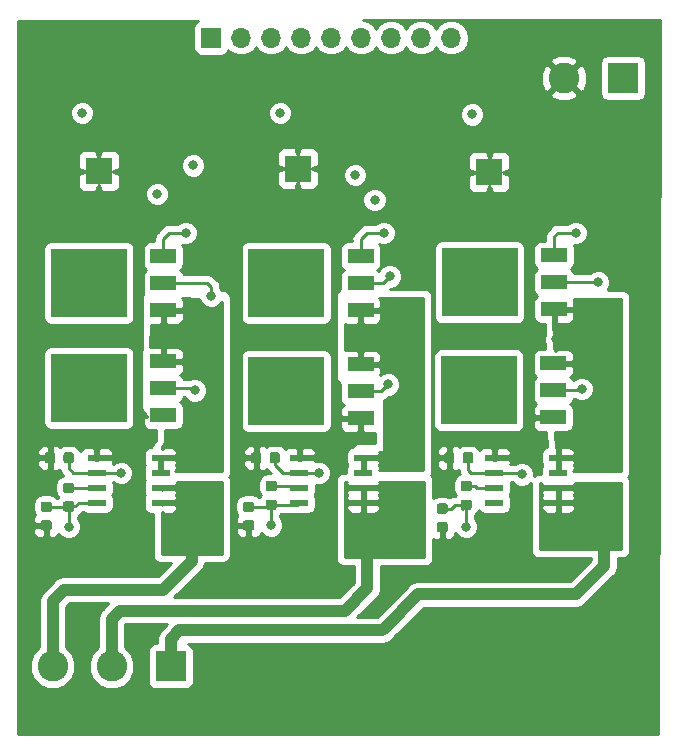
<source format=gbr>
G04 #@! TF.GenerationSoftware,KiCad,Pcbnew,(5.0.1)-3*
G04 #@! TF.CreationDate,2021-02-08T17:12:00-05:00*
G04 #@! TF.ProjectId,fpga_esc,667067615F6573632E6B696361645F70,rev?*
G04 #@! TF.SameCoordinates,Original*
G04 #@! TF.FileFunction,Copper,L4,Bot,Signal*
G04 #@! TF.FilePolarity,Positive*
%FSLAX46Y46*%
G04 Gerber Fmt 4.6, Leading zero omitted, Abs format (unit mm)*
G04 Created by KiCad (PCBNEW (5.0.1)-3) date 2021-02-08 5:12:00 PM*
%MOMM*%
%LPD*%
G01*
G04 APERTURE LIST*
G04 #@! TA.AperFunction,ComponentPad*
%ADD10R,2.600000X2.600000*%
G04 #@! TD*
G04 #@! TA.AperFunction,ComponentPad*
%ADD11C,2.600000*%
G04 #@! TD*
G04 #@! TA.AperFunction,Conductor*
%ADD12C,0.100000*%
G04 #@! TD*
G04 #@! TA.AperFunction,SMDPad,CuDef*
%ADD13C,0.875000*%
G04 #@! TD*
G04 #@! TA.AperFunction,ComponentPad*
%ADD14C,0.600000*%
G04 #@! TD*
G04 #@! TA.AperFunction,Conductor*
%ADD15R,2.300000X2.300000*%
G04 #@! TD*
G04 #@! TA.AperFunction,SMDPad,CuDef*
%ADD16R,1.550000X0.600000*%
G04 #@! TD*
G04 #@! TA.AperFunction,ComponentPad*
%ADD17R,1.700000X1.700000*%
G04 #@! TD*
G04 #@! TA.AperFunction,ComponentPad*
%ADD18O,1.700000X1.700000*%
G04 #@! TD*
G04 #@! TA.AperFunction,SMDPad,CuDef*
%ADD19R,6.400000X5.800000*%
G04 #@! TD*
G04 #@! TA.AperFunction,SMDPad,CuDef*
%ADD20R,2.200000X1.200000*%
G04 #@! TD*
G04 #@! TA.AperFunction,ViaPad*
%ADD21C,0.800000*%
G04 #@! TD*
G04 #@! TA.AperFunction,Conductor*
%ADD22C,0.250000*%
G04 #@! TD*
G04 #@! TA.AperFunction,Conductor*
%ADD23C,1.000000*%
G04 #@! TD*
G04 #@! TA.AperFunction,Conductor*
%ADD24C,0.254000*%
G04 #@! TD*
G04 APERTURE END LIST*
D10*
G04 #@! TO.P,J3,1*
G04 #@! TO.N,V_POWER*
X160600400Y-44043600D03*
D11*
G04 #@! TO.P,J3,2*
G04 #@! TO.N,GND*
X155600400Y-44043600D03*
G04 #@! TD*
D10*
G04 #@! TO.P,J1,1*
G04 #@! TO.N,/Motor Output/output_1*
X122301000Y-93853000D03*
D11*
G04 #@! TO.P,J1,2*
G04 #@! TO.N,/Motor Output/output_2*
X117301000Y-93853000D03*
G04 #@! TO.P,J1,3*
G04 #@! TO.N,/Motor Output/output_3*
X112301000Y-93853000D03*
G04 #@! TD*
D12*
G04 #@! TO.N,/Control Signals (from FPGA or microcontroller)/VS_3*
G04 #@! TO.C,C10*
G36*
X113905191Y-75726053D02*
X113926426Y-75729203D01*
X113947250Y-75734419D01*
X113967462Y-75741651D01*
X113986868Y-75750830D01*
X114005281Y-75761866D01*
X114022524Y-75774654D01*
X114038430Y-75789070D01*
X114052846Y-75804976D01*
X114065634Y-75822219D01*
X114076670Y-75840632D01*
X114085849Y-75860038D01*
X114093081Y-75880250D01*
X114098297Y-75901074D01*
X114101447Y-75922309D01*
X114102500Y-75943750D01*
X114102500Y-76456250D01*
X114101447Y-76477691D01*
X114098297Y-76498926D01*
X114093081Y-76519750D01*
X114085849Y-76539962D01*
X114076670Y-76559368D01*
X114065634Y-76577781D01*
X114052846Y-76595024D01*
X114038430Y-76610930D01*
X114022524Y-76625346D01*
X114005281Y-76638134D01*
X113986868Y-76649170D01*
X113967462Y-76658349D01*
X113947250Y-76665581D01*
X113926426Y-76670797D01*
X113905191Y-76673947D01*
X113883750Y-76675000D01*
X113446250Y-76675000D01*
X113424809Y-76673947D01*
X113403574Y-76670797D01*
X113382750Y-76665581D01*
X113362538Y-76658349D01*
X113343132Y-76649170D01*
X113324719Y-76638134D01*
X113307476Y-76625346D01*
X113291570Y-76610930D01*
X113277154Y-76595024D01*
X113264366Y-76577781D01*
X113253330Y-76559368D01*
X113244151Y-76539962D01*
X113236919Y-76519750D01*
X113231703Y-76498926D01*
X113228553Y-76477691D01*
X113227500Y-76456250D01*
X113227500Y-75943750D01*
X113228553Y-75922309D01*
X113231703Y-75901074D01*
X113236919Y-75880250D01*
X113244151Y-75860038D01*
X113253330Y-75840632D01*
X113264366Y-75822219D01*
X113277154Y-75804976D01*
X113291570Y-75789070D01*
X113307476Y-75774654D01*
X113324719Y-75761866D01*
X113343132Y-75750830D01*
X113362538Y-75741651D01*
X113382750Y-75734419D01*
X113403574Y-75729203D01*
X113424809Y-75726053D01*
X113446250Y-75725000D01*
X113883750Y-75725000D01*
X113905191Y-75726053D01*
X113905191Y-75726053D01*
G37*
D13*
G04 #@! TD*
G04 #@! TO.P,C10,1*
G04 #@! TO.N,/Control Signals (from FPGA or microcontroller)/VS_3*
X113665000Y-76200000D03*
D12*
G04 #@! TO.N,GND*
G04 #@! TO.C,C10*
G36*
X112330191Y-75726053D02*
X112351426Y-75729203D01*
X112372250Y-75734419D01*
X112392462Y-75741651D01*
X112411868Y-75750830D01*
X112430281Y-75761866D01*
X112447524Y-75774654D01*
X112463430Y-75789070D01*
X112477846Y-75804976D01*
X112490634Y-75822219D01*
X112501670Y-75840632D01*
X112510849Y-75860038D01*
X112518081Y-75880250D01*
X112523297Y-75901074D01*
X112526447Y-75922309D01*
X112527500Y-75943750D01*
X112527500Y-76456250D01*
X112526447Y-76477691D01*
X112523297Y-76498926D01*
X112518081Y-76519750D01*
X112510849Y-76539962D01*
X112501670Y-76559368D01*
X112490634Y-76577781D01*
X112477846Y-76595024D01*
X112463430Y-76610930D01*
X112447524Y-76625346D01*
X112430281Y-76638134D01*
X112411868Y-76649170D01*
X112392462Y-76658349D01*
X112372250Y-76665581D01*
X112351426Y-76670797D01*
X112330191Y-76673947D01*
X112308750Y-76675000D01*
X111871250Y-76675000D01*
X111849809Y-76673947D01*
X111828574Y-76670797D01*
X111807750Y-76665581D01*
X111787538Y-76658349D01*
X111768132Y-76649170D01*
X111749719Y-76638134D01*
X111732476Y-76625346D01*
X111716570Y-76610930D01*
X111702154Y-76595024D01*
X111689366Y-76577781D01*
X111678330Y-76559368D01*
X111669151Y-76539962D01*
X111661919Y-76519750D01*
X111656703Y-76498926D01*
X111653553Y-76477691D01*
X111652500Y-76456250D01*
X111652500Y-75943750D01*
X111653553Y-75922309D01*
X111656703Y-75901074D01*
X111661919Y-75880250D01*
X111669151Y-75860038D01*
X111678330Y-75840632D01*
X111689366Y-75822219D01*
X111702154Y-75804976D01*
X111716570Y-75789070D01*
X111732476Y-75774654D01*
X111749719Y-75761866D01*
X111768132Y-75750830D01*
X111787538Y-75741651D01*
X111807750Y-75734419D01*
X111828574Y-75729203D01*
X111849809Y-75726053D01*
X111871250Y-75725000D01*
X112308750Y-75725000D01*
X112330191Y-75726053D01*
X112330191Y-75726053D01*
G37*
D13*
G04 #@! TD*
G04 #@! TO.P,C10,2*
G04 #@! TO.N,GND*
X112090000Y-76200000D03*
D12*
G04 #@! TO.N,/Control Signals (from FPGA or microcontroller)/VS_1*
G04 #@! TO.C,C11*
G36*
X147712691Y-75726053D02*
X147733926Y-75729203D01*
X147754750Y-75734419D01*
X147774962Y-75741651D01*
X147794368Y-75750830D01*
X147812781Y-75761866D01*
X147830024Y-75774654D01*
X147845930Y-75789070D01*
X147860346Y-75804976D01*
X147873134Y-75822219D01*
X147884170Y-75840632D01*
X147893349Y-75860038D01*
X147900581Y-75880250D01*
X147905797Y-75901074D01*
X147908947Y-75922309D01*
X147910000Y-75943750D01*
X147910000Y-76456250D01*
X147908947Y-76477691D01*
X147905797Y-76498926D01*
X147900581Y-76519750D01*
X147893349Y-76539962D01*
X147884170Y-76559368D01*
X147873134Y-76577781D01*
X147860346Y-76595024D01*
X147845930Y-76610930D01*
X147830024Y-76625346D01*
X147812781Y-76638134D01*
X147794368Y-76649170D01*
X147774962Y-76658349D01*
X147754750Y-76665581D01*
X147733926Y-76670797D01*
X147712691Y-76673947D01*
X147691250Y-76675000D01*
X147253750Y-76675000D01*
X147232309Y-76673947D01*
X147211074Y-76670797D01*
X147190250Y-76665581D01*
X147170038Y-76658349D01*
X147150632Y-76649170D01*
X147132219Y-76638134D01*
X147114976Y-76625346D01*
X147099070Y-76610930D01*
X147084654Y-76595024D01*
X147071866Y-76577781D01*
X147060830Y-76559368D01*
X147051651Y-76539962D01*
X147044419Y-76519750D01*
X147039203Y-76498926D01*
X147036053Y-76477691D01*
X147035000Y-76456250D01*
X147035000Y-75943750D01*
X147036053Y-75922309D01*
X147039203Y-75901074D01*
X147044419Y-75880250D01*
X147051651Y-75860038D01*
X147060830Y-75840632D01*
X147071866Y-75822219D01*
X147084654Y-75804976D01*
X147099070Y-75789070D01*
X147114976Y-75774654D01*
X147132219Y-75761866D01*
X147150632Y-75750830D01*
X147170038Y-75741651D01*
X147190250Y-75734419D01*
X147211074Y-75729203D01*
X147232309Y-75726053D01*
X147253750Y-75725000D01*
X147691250Y-75725000D01*
X147712691Y-75726053D01*
X147712691Y-75726053D01*
G37*
D13*
G04 #@! TD*
G04 #@! TO.P,C11,1*
G04 #@! TO.N,/Control Signals (from FPGA or microcontroller)/VS_1*
X147472500Y-76200000D03*
D12*
G04 #@! TO.N,GND*
G04 #@! TO.C,C11*
G36*
X146137691Y-75726053D02*
X146158926Y-75729203D01*
X146179750Y-75734419D01*
X146199962Y-75741651D01*
X146219368Y-75750830D01*
X146237781Y-75761866D01*
X146255024Y-75774654D01*
X146270930Y-75789070D01*
X146285346Y-75804976D01*
X146298134Y-75822219D01*
X146309170Y-75840632D01*
X146318349Y-75860038D01*
X146325581Y-75880250D01*
X146330797Y-75901074D01*
X146333947Y-75922309D01*
X146335000Y-75943750D01*
X146335000Y-76456250D01*
X146333947Y-76477691D01*
X146330797Y-76498926D01*
X146325581Y-76519750D01*
X146318349Y-76539962D01*
X146309170Y-76559368D01*
X146298134Y-76577781D01*
X146285346Y-76595024D01*
X146270930Y-76610930D01*
X146255024Y-76625346D01*
X146237781Y-76638134D01*
X146219368Y-76649170D01*
X146199962Y-76658349D01*
X146179750Y-76665581D01*
X146158926Y-76670797D01*
X146137691Y-76673947D01*
X146116250Y-76675000D01*
X145678750Y-76675000D01*
X145657309Y-76673947D01*
X145636074Y-76670797D01*
X145615250Y-76665581D01*
X145595038Y-76658349D01*
X145575632Y-76649170D01*
X145557219Y-76638134D01*
X145539976Y-76625346D01*
X145524070Y-76610930D01*
X145509654Y-76595024D01*
X145496866Y-76577781D01*
X145485830Y-76559368D01*
X145476651Y-76539962D01*
X145469419Y-76519750D01*
X145464203Y-76498926D01*
X145461053Y-76477691D01*
X145460000Y-76456250D01*
X145460000Y-75943750D01*
X145461053Y-75922309D01*
X145464203Y-75901074D01*
X145469419Y-75880250D01*
X145476651Y-75860038D01*
X145485830Y-75840632D01*
X145496866Y-75822219D01*
X145509654Y-75804976D01*
X145524070Y-75789070D01*
X145539976Y-75774654D01*
X145557219Y-75761866D01*
X145575632Y-75750830D01*
X145595038Y-75741651D01*
X145615250Y-75734419D01*
X145636074Y-75729203D01*
X145657309Y-75726053D01*
X145678750Y-75725000D01*
X146116250Y-75725000D01*
X146137691Y-75726053D01*
X146137691Y-75726053D01*
G37*
D13*
G04 #@! TD*
G04 #@! TO.P,C11,2*
G04 #@! TO.N,GND*
X145897500Y-76200000D03*
D12*
G04 #@! TO.N,GND*
G04 #@! TO.C,C12*
G36*
X129780191Y-75726053D02*
X129801426Y-75729203D01*
X129822250Y-75734419D01*
X129842462Y-75741651D01*
X129861868Y-75750830D01*
X129880281Y-75761866D01*
X129897524Y-75774654D01*
X129913430Y-75789070D01*
X129927846Y-75804976D01*
X129940634Y-75822219D01*
X129951670Y-75840632D01*
X129960849Y-75860038D01*
X129968081Y-75880250D01*
X129973297Y-75901074D01*
X129976447Y-75922309D01*
X129977500Y-75943750D01*
X129977500Y-76456250D01*
X129976447Y-76477691D01*
X129973297Y-76498926D01*
X129968081Y-76519750D01*
X129960849Y-76539962D01*
X129951670Y-76559368D01*
X129940634Y-76577781D01*
X129927846Y-76595024D01*
X129913430Y-76610930D01*
X129897524Y-76625346D01*
X129880281Y-76638134D01*
X129861868Y-76649170D01*
X129842462Y-76658349D01*
X129822250Y-76665581D01*
X129801426Y-76670797D01*
X129780191Y-76673947D01*
X129758750Y-76675000D01*
X129321250Y-76675000D01*
X129299809Y-76673947D01*
X129278574Y-76670797D01*
X129257750Y-76665581D01*
X129237538Y-76658349D01*
X129218132Y-76649170D01*
X129199719Y-76638134D01*
X129182476Y-76625346D01*
X129166570Y-76610930D01*
X129152154Y-76595024D01*
X129139366Y-76577781D01*
X129128330Y-76559368D01*
X129119151Y-76539962D01*
X129111919Y-76519750D01*
X129106703Y-76498926D01*
X129103553Y-76477691D01*
X129102500Y-76456250D01*
X129102500Y-75943750D01*
X129103553Y-75922309D01*
X129106703Y-75901074D01*
X129111919Y-75880250D01*
X129119151Y-75860038D01*
X129128330Y-75840632D01*
X129139366Y-75822219D01*
X129152154Y-75804976D01*
X129166570Y-75789070D01*
X129182476Y-75774654D01*
X129199719Y-75761866D01*
X129218132Y-75750830D01*
X129237538Y-75741651D01*
X129257750Y-75734419D01*
X129278574Y-75729203D01*
X129299809Y-75726053D01*
X129321250Y-75725000D01*
X129758750Y-75725000D01*
X129780191Y-75726053D01*
X129780191Y-75726053D01*
G37*
D13*
G04 #@! TD*
G04 #@! TO.P,C12,2*
G04 #@! TO.N,GND*
X129540000Y-76200000D03*
D12*
G04 #@! TO.N,/Control Signals (from FPGA or microcontroller)/VS_2*
G04 #@! TO.C,C12*
G36*
X131355191Y-75726053D02*
X131376426Y-75729203D01*
X131397250Y-75734419D01*
X131417462Y-75741651D01*
X131436868Y-75750830D01*
X131455281Y-75761866D01*
X131472524Y-75774654D01*
X131488430Y-75789070D01*
X131502846Y-75804976D01*
X131515634Y-75822219D01*
X131526670Y-75840632D01*
X131535849Y-75860038D01*
X131543081Y-75880250D01*
X131548297Y-75901074D01*
X131551447Y-75922309D01*
X131552500Y-75943750D01*
X131552500Y-76456250D01*
X131551447Y-76477691D01*
X131548297Y-76498926D01*
X131543081Y-76519750D01*
X131535849Y-76539962D01*
X131526670Y-76559368D01*
X131515634Y-76577781D01*
X131502846Y-76595024D01*
X131488430Y-76610930D01*
X131472524Y-76625346D01*
X131455281Y-76638134D01*
X131436868Y-76649170D01*
X131417462Y-76658349D01*
X131397250Y-76665581D01*
X131376426Y-76670797D01*
X131355191Y-76673947D01*
X131333750Y-76675000D01*
X130896250Y-76675000D01*
X130874809Y-76673947D01*
X130853574Y-76670797D01*
X130832750Y-76665581D01*
X130812538Y-76658349D01*
X130793132Y-76649170D01*
X130774719Y-76638134D01*
X130757476Y-76625346D01*
X130741570Y-76610930D01*
X130727154Y-76595024D01*
X130714366Y-76577781D01*
X130703330Y-76559368D01*
X130694151Y-76539962D01*
X130686919Y-76519750D01*
X130681703Y-76498926D01*
X130678553Y-76477691D01*
X130677500Y-76456250D01*
X130677500Y-75943750D01*
X130678553Y-75922309D01*
X130681703Y-75901074D01*
X130686919Y-75880250D01*
X130694151Y-75860038D01*
X130703330Y-75840632D01*
X130714366Y-75822219D01*
X130727154Y-75804976D01*
X130741570Y-75789070D01*
X130757476Y-75774654D01*
X130774719Y-75761866D01*
X130793132Y-75750830D01*
X130812538Y-75741651D01*
X130832750Y-75734419D01*
X130853574Y-75729203D01*
X130874809Y-75726053D01*
X130896250Y-75725000D01*
X131333750Y-75725000D01*
X131355191Y-75726053D01*
X131355191Y-75726053D01*
G37*
D13*
G04 #@! TD*
G04 #@! TO.P,C12,1*
G04 #@! TO.N,/Control Signals (from FPGA or microcontroller)/VS_2*
X131115000Y-76200000D03*
D12*
G04 #@! TO.N,GND*
G04 #@! TO.C,C13*
G36*
X129182691Y-81478553D02*
X129203926Y-81481703D01*
X129224750Y-81486919D01*
X129244962Y-81494151D01*
X129264368Y-81503330D01*
X129282781Y-81514366D01*
X129300024Y-81527154D01*
X129315930Y-81541570D01*
X129330346Y-81557476D01*
X129343134Y-81574719D01*
X129354170Y-81593132D01*
X129363349Y-81612538D01*
X129370581Y-81632750D01*
X129375797Y-81653574D01*
X129378947Y-81674809D01*
X129380000Y-81696250D01*
X129380000Y-82133750D01*
X129378947Y-82155191D01*
X129375797Y-82176426D01*
X129370581Y-82197250D01*
X129363349Y-82217462D01*
X129354170Y-82236868D01*
X129343134Y-82255281D01*
X129330346Y-82272524D01*
X129315930Y-82288430D01*
X129300024Y-82302846D01*
X129282781Y-82315634D01*
X129264368Y-82326670D01*
X129244962Y-82335849D01*
X129224750Y-82343081D01*
X129203926Y-82348297D01*
X129182691Y-82351447D01*
X129161250Y-82352500D01*
X128648750Y-82352500D01*
X128627309Y-82351447D01*
X128606074Y-82348297D01*
X128585250Y-82343081D01*
X128565038Y-82335849D01*
X128545632Y-82326670D01*
X128527219Y-82315634D01*
X128509976Y-82302846D01*
X128494070Y-82288430D01*
X128479654Y-82272524D01*
X128466866Y-82255281D01*
X128455830Y-82236868D01*
X128446651Y-82217462D01*
X128439419Y-82197250D01*
X128434203Y-82176426D01*
X128431053Y-82155191D01*
X128430000Y-82133750D01*
X128430000Y-81696250D01*
X128431053Y-81674809D01*
X128434203Y-81653574D01*
X128439419Y-81632750D01*
X128446651Y-81612538D01*
X128455830Y-81593132D01*
X128466866Y-81574719D01*
X128479654Y-81557476D01*
X128494070Y-81541570D01*
X128509976Y-81527154D01*
X128527219Y-81514366D01*
X128545632Y-81503330D01*
X128565038Y-81494151D01*
X128585250Y-81486919D01*
X128606074Y-81481703D01*
X128627309Y-81478553D01*
X128648750Y-81477500D01*
X129161250Y-81477500D01*
X129182691Y-81478553D01*
X129182691Y-81478553D01*
G37*
D13*
G04 #@! TD*
G04 #@! TO.P,C13,2*
G04 #@! TO.N,GND*
X128905000Y-81915000D03*
D12*
G04 #@! TO.N,+3V3*
G04 #@! TO.C,C13*
G36*
X129182691Y-79903553D02*
X129203926Y-79906703D01*
X129224750Y-79911919D01*
X129244962Y-79919151D01*
X129264368Y-79928330D01*
X129282781Y-79939366D01*
X129300024Y-79952154D01*
X129315930Y-79966570D01*
X129330346Y-79982476D01*
X129343134Y-79999719D01*
X129354170Y-80018132D01*
X129363349Y-80037538D01*
X129370581Y-80057750D01*
X129375797Y-80078574D01*
X129378947Y-80099809D01*
X129380000Y-80121250D01*
X129380000Y-80558750D01*
X129378947Y-80580191D01*
X129375797Y-80601426D01*
X129370581Y-80622250D01*
X129363349Y-80642462D01*
X129354170Y-80661868D01*
X129343134Y-80680281D01*
X129330346Y-80697524D01*
X129315930Y-80713430D01*
X129300024Y-80727846D01*
X129282781Y-80740634D01*
X129264368Y-80751670D01*
X129244962Y-80760849D01*
X129224750Y-80768081D01*
X129203926Y-80773297D01*
X129182691Y-80776447D01*
X129161250Y-80777500D01*
X128648750Y-80777500D01*
X128627309Y-80776447D01*
X128606074Y-80773297D01*
X128585250Y-80768081D01*
X128565038Y-80760849D01*
X128545632Y-80751670D01*
X128527219Y-80740634D01*
X128509976Y-80727846D01*
X128494070Y-80713430D01*
X128479654Y-80697524D01*
X128466866Y-80680281D01*
X128455830Y-80661868D01*
X128446651Y-80642462D01*
X128439419Y-80622250D01*
X128434203Y-80601426D01*
X128431053Y-80580191D01*
X128430000Y-80558750D01*
X128430000Y-80121250D01*
X128431053Y-80099809D01*
X128434203Y-80078574D01*
X128439419Y-80057750D01*
X128446651Y-80037538D01*
X128455830Y-80018132D01*
X128466866Y-79999719D01*
X128479654Y-79982476D01*
X128494070Y-79966570D01*
X128509976Y-79952154D01*
X128527219Y-79939366D01*
X128545632Y-79928330D01*
X128565038Y-79919151D01*
X128585250Y-79911919D01*
X128606074Y-79906703D01*
X128627309Y-79903553D01*
X128648750Y-79902500D01*
X129161250Y-79902500D01*
X129182691Y-79903553D01*
X129182691Y-79903553D01*
G37*
D13*
G04 #@! TD*
G04 #@! TO.P,C13,1*
G04 #@! TO.N,+3V3*
X128905000Y-80340000D03*
D12*
G04 #@! TO.N,+3V3*
G04 #@! TO.C,C14*
G36*
X112037691Y-79903553D02*
X112058926Y-79906703D01*
X112079750Y-79911919D01*
X112099962Y-79919151D01*
X112119368Y-79928330D01*
X112137781Y-79939366D01*
X112155024Y-79952154D01*
X112170930Y-79966570D01*
X112185346Y-79982476D01*
X112198134Y-79999719D01*
X112209170Y-80018132D01*
X112218349Y-80037538D01*
X112225581Y-80057750D01*
X112230797Y-80078574D01*
X112233947Y-80099809D01*
X112235000Y-80121250D01*
X112235000Y-80558750D01*
X112233947Y-80580191D01*
X112230797Y-80601426D01*
X112225581Y-80622250D01*
X112218349Y-80642462D01*
X112209170Y-80661868D01*
X112198134Y-80680281D01*
X112185346Y-80697524D01*
X112170930Y-80713430D01*
X112155024Y-80727846D01*
X112137781Y-80740634D01*
X112119368Y-80751670D01*
X112099962Y-80760849D01*
X112079750Y-80768081D01*
X112058926Y-80773297D01*
X112037691Y-80776447D01*
X112016250Y-80777500D01*
X111503750Y-80777500D01*
X111482309Y-80776447D01*
X111461074Y-80773297D01*
X111440250Y-80768081D01*
X111420038Y-80760849D01*
X111400632Y-80751670D01*
X111382219Y-80740634D01*
X111364976Y-80727846D01*
X111349070Y-80713430D01*
X111334654Y-80697524D01*
X111321866Y-80680281D01*
X111310830Y-80661868D01*
X111301651Y-80642462D01*
X111294419Y-80622250D01*
X111289203Y-80601426D01*
X111286053Y-80580191D01*
X111285000Y-80558750D01*
X111285000Y-80121250D01*
X111286053Y-80099809D01*
X111289203Y-80078574D01*
X111294419Y-80057750D01*
X111301651Y-80037538D01*
X111310830Y-80018132D01*
X111321866Y-79999719D01*
X111334654Y-79982476D01*
X111349070Y-79966570D01*
X111364976Y-79952154D01*
X111382219Y-79939366D01*
X111400632Y-79928330D01*
X111420038Y-79919151D01*
X111440250Y-79911919D01*
X111461074Y-79906703D01*
X111482309Y-79903553D01*
X111503750Y-79902500D01*
X112016250Y-79902500D01*
X112037691Y-79903553D01*
X112037691Y-79903553D01*
G37*
D13*
G04 #@! TD*
G04 #@! TO.P,C14,1*
G04 #@! TO.N,+3V3*
X111760000Y-80340000D03*
D12*
G04 #@! TO.N,GND*
G04 #@! TO.C,C14*
G36*
X112037691Y-81478553D02*
X112058926Y-81481703D01*
X112079750Y-81486919D01*
X112099962Y-81494151D01*
X112119368Y-81503330D01*
X112137781Y-81514366D01*
X112155024Y-81527154D01*
X112170930Y-81541570D01*
X112185346Y-81557476D01*
X112198134Y-81574719D01*
X112209170Y-81593132D01*
X112218349Y-81612538D01*
X112225581Y-81632750D01*
X112230797Y-81653574D01*
X112233947Y-81674809D01*
X112235000Y-81696250D01*
X112235000Y-82133750D01*
X112233947Y-82155191D01*
X112230797Y-82176426D01*
X112225581Y-82197250D01*
X112218349Y-82217462D01*
X112209170Y-82236868D01*
X112198134Y-82255281D01*
X112185346Y-82272524D01*
X112170930Y-82288430D01*
X112155024Y-82302846D01*
X112137781Y-82315634D01*
X112119368Y-82326670D01*
X112099962Y-82335849D01*
X112079750Y-82343081D01*
X112058926Y-82348297D01*
X112037691Y-82351447D01*
X112016250Y-82352500D01*
X111503750Y-82352500D01*
X111482309Y-82351447D01*
X111461074Y-82348297D01*
X111440250Y-82343081D01*
X111420038Y-82335849D01*
X111400632Y-82326670D01*
X111382219Y-82315634D01*
X111364976Y-82302846D01*
X111349070Y-82288430D01*
X111334654Y-82272524D01*
X111321866Y-82255281D01*
X111310830Y-82236868D01*
X111301651Y-82217462D01*
X111294419Y-82197250D01*
X111289203Y-82176426D01*
X111286053Y-82155191D01*
X111285000Y-82133750D01*
X111285000Y-81696250D01*
X111286053Y-81674809D01*
X111289203Y-81653574D01*
X111294419Y-81632750D01*
X111301651Y-81612538D01*
X111310830Y-81593132D01*
X111321866Y-81574719D01*
X111334654Y-81557476D01*
X111349070Y-81541570D01*
X111364976Y-81527154D01*
X111382219Y-81514366D01*
X111400632Y-81503330D01*
X111420038Y-81494151D01*
X111440250Y-81486919D01*
X111461074Y-81481703D01*
X111482309Y-81478553D01*
X111503750Y-81477500D01*
X112016250Y-81477500D01*
X112037691Y-81478553D01*
X112037691Y-81478553D01*
G37*
D13*
G04 #@! TD*
G04 #@! TO.P,C14,2*
G04 #@! TO.N,GND*
X111760000Y-81915000D03*
D12*
G04 #@! TO.N,GND*
G04 #@! TO.C,C15*
G36*
X145565691Y-81631053D02*
X145586926Y-81634203D01*
X145607750Y-81639419D01*
X145627962Y-81646651D01*
X145647368Y-81655830D01*
X145665781Y-81666866D01*
X145683024Y-81679654D01*
X145698930Y-81694070D01*
X145713346Y-81709976D01*
X145726134Y-81727219D01*
X145737170Y-81745632D01*
X145746349Y-81765038D01*
X145753581Y-81785250D01*
X145758797Y-81806074D01*
X145761947Y-81827309D01*
X145763000Y-81848750D01*
X145763000Y-82286250D01*
X145761947Y-82307691D01*
X145758797Y-82328926D01*
X145753581Y-82349750D01*
X145746349Y-82369962D01*
X145737170Y-82389368D01*
X145726134Y-82407781D01*
X145713346Y-82425024D01*
X145698930Y-82440930D01*
X145683024Y-82455346D01*
X145665781Y-82468134D01*
X145647368Y-82479170D01*
X145627962Y-82488349D01*
X145607750Y-82495581D01*
X145586926Y-82500797D01*
X145565691Y-82503947D01*
X145544250Y-82505000D01*
X145031750Y-82505000D01*
X145010309Y-82503947D01*
X144989074Y-82500797D01*
X144968250Y-82495581D01*
X144948038Y-82488349D01*
X144928632Y-82479170D01*
X144910219Y-82468134D01*
X144892976Y-82455346D01*
X144877070Y-82440930D01*
X144862654Y-82425024D01*
X144849866Y-82407781D01*
X144838830Y-82389368D01*
X144829651Y-82369962D01*
X144822419Y-82349750D01*
X144817203Y-82328926D01*
X144814053Y-82307691D01*
X144813000Y-82286250D01*
X144813000Y-81848750D01*
X144814053Y-81827309D01*
X144817203Y-81806074D01*
X144822419Y-81785250D01*
X144829651Y-81765038D01*
X144838830Y-81745632D01*
X144849866Y-81727219D01*
X144862654Y-81709976D01*
X144877070Y-81694070D01*
X144892976Y-81679654D01*
X144910219Y-81666866D01*
X144928632Y-81655830D01*
X144948038Y-81646651D01*
X144968250Y-81639419D01*
X144989074Y-81634203D01*
X145010309Y-81631053D01*
X145031750Y-81630000D01*
X145544250Y-81630000D01*
X145565691Y-81631053D01*
X145565691Y-81631053D01*
G37*
D13*
G04 #@! TD*
G04 #@! TO.P,C15,2*
G04 #@! TO.N,GND*
X145288000Y-82067500D03*
D12*
G04 #@! TO.N,+3V3*
G04 #@! TO.C,C15*
G36*
X145565691Y-80056053D02*
X145586926Y-80059203D01*
X145607750Y-80064419D01*
X145627962Y-80071651D01*
X145647368Y-80080830D01*
X145665781Y-80091866D01*
X145683024Y-80104654D01*
X145698930Y-80119070D01*
X145713346Y-80134976D01*
X145726134Y-80152219D01*
X145737170Y-80170632D01*
X145746349Y-80190038D01*
X145753581Y-80210250D01*
X145758797Y-80231074D01*
X145761947Y-80252309D01*
X145763000Y-80273750D01*
X145763000Y-80711250D01*
X145761947Y-80732691D01*
X145758797Y-80753926D01*
X145753581Y-80774750D01*
X145746349Y-80794962D01*
X145737170Y-80814368D01*
X145726134Y-80832781D01*
X145713346Y-80850024D01*
X145698930Y-80865930D01*
X145683024Y-80880346D01*
X145665781Y-80893134D01*
X145647368Y-80904170D01*
X145627962Y-80913349D01*
X145607750Y-80920581D01*
X145586926Y-80925797D01*
X145565691Y-80928947D01*
X145544250Y-80930000D01*
X145031750Y-80930000D01*
X145010309Y-80928947D01*
X144989074Y-80925797D01*
X144968250Y-80920581D01*
X144948038Y-80913349D01*
X144928632Y-80904170D01*
X144910219Y-80893134D01*
X144892976Y-80880346D01*
X144877070Y-80865930D01*
X144862654Y-80850024D01*
X144849866Y-80832781D01*
X144838830Y-80814368D01*
X144829651Y-80794962D01*
X144822419Y-80774750D01*
X144817203Y-80753926D01*
X144814053Y-80732691D01*
X144813000Y-80711250D01*
X144813000Y-80273750D01*
X144814053Y-80252309D01*
X144817203Y-80231074D01*
X144822419Y-80210250D01*
X144829651Y-80190038D01*
X144838830Y-80170632D01*
X144849866Y-80152219D01*
X144862654Y-80134976D01*
X144877070Y-80119070D01*
X144892976Y-80104654D01*
X144910219Y-80091866D01*
X144928632Y-80080830D01*
X144948038Y-80071651D01*
X144968250Y-80064419D01*
X144989074Y-80059203D01*
X145010309Y-80056053D01*
X145031750Y-80055000D01*
X145544250Y-80055000D01*
X145565691Y-80056053D01*
X145565691Y-80056053D01*
G37*
D13*
G04 #@! TD*
G04 #@! TO.P,C15,1*
G04 #@! TO.N,+3V3*
X145288000Y-80492500D03*
D14*
G04 #@! TO.P,U1,11*
G04 #@! TO.N,GND*
X149276000Y-52009000D03*
X148776000Y-51509000D03*
X149776000Y-51509000D03*
X148776000Y-52509000D03*
X149776000Y-52509000D03*
D15*
G04 #@! TD*
G04 #@! TO.N,GND*
G04 #@! TO.C,U1*
X149275000Y-52009000D03*
D14*
G04 #@! TO.P,U2,11*
G04 #@! TO.N,GND*
X133078000Y-51705000D03*
X132578000Y-51205000D03*
X133578000Y-51205000D03*
X132578000Y-52205000D03*
X133578000Y-52205000D03*
D15*
G04 #@! TD*
G04 #@! TO.N,GND*
G04 #@! TO.C,U2*
X133077000Y-51705000D03*
G04 #@! TO.N,GND*
G04 #@! TO.C,U3*
X116219000Y-51935000D03*
D14*
G04 #@! TD*
G04 #@! TO.P,U3,11*
G04 #@! TO.N,GND*
X116720000Y-52435000D03*
G04 #@! TO.P,U3,11*
G04 #@! TO.N,GND*
X115720000Y-52435000D03*
X116720000Y-51435000D03*
X115720000Y-51435000D03*
X116220000Y-51935000D03*
G04 #@! TD*
D16*
G04 #@! TO.P,U4,1*
G04 #@! TO.N,/Three Phase Bridge/PHASE_1*
X155100000Y-76200000D03*
G04 #@! TO.P,U4,2*
X155100000Y-77470000D03*
G04 #@! TO.P,U4,3*
G04 #@! TO.N,/Motor Output/output_1*
X155100000Y-78740000D03*
G04 #@! TO.P,U4,4*
X155100000Y-80010000D03*
G04 #@! TO.P,U4,5*
G04 #@! TO.N,Net-(U4-Pad5)*
X149700000Y-80010000D03*
G04 #@! TO.P,U4,6*
G04 #@! TO.N,/Motor Output/fault_1*
X149700000Y-78740000D03*
G04 #@! TO.P,U4,7*
G04 #@! TO.N,/Control Signals (from FPGA or microcontroller)/VS_1*
X149700000Y-77470000D03*
G04 #@! TO.P,U4,8*
G04 #@! TO.N,GND*
X149700000Y-76200000D03*
G04 #@! TD*
G04 #@! TO.P,U5,8*
G04 #@! TO.N,GND*
X133190000Y-76200000D03*
G04 #@! TO.P,U5,7*
G04 #@! TO.N,/Control Signals (from FPGA or microcontroller)/VS_2*
X133190000Y-77470000D03*
G04 #@! TO.P,U5,6*
G04 #@! TO.N,/Motor Output/fault_2*
X133190000Y-78740000D03*
G04 #@! TO.P,U5,5*
G04 #@! TO.N,+3V3*
X133190000Y-80010000D03*
G04 #@! TO.P,U5,4*
G04 #@! TO.N,/Motor Output/output_2*
X138590000Y-80010000D03*
G04 #@! TO.P,U5,3*
X138590000Y-78740000D03*
G04 #@! TO.P,U5,2*
G04 #@! TO.N,/Three Phase Bridge/PHASE_2*
X138590000Y-77470000D03*
G04 #@! TO.P,U5,1*
X138590000Y-76200000D03*
G04 #@! TD*
G04 #@! TO.P,U6,1*
G04 #@! TO.N,/Three Phase Bridge/PHASE_3*
X121445000Y-76200000D03*
G04 #@! TO.P,U6,2*
X121445000Y-77470000D03*
G04 #@! TO.P,U6,3*
G04 #@! TO.N,/Motor Output/output_3*
X121445000Y-78740000D03*
G04 #@! TO.P,U6,4*
X121445000Y-80010000D03*
G04 #@! TO.P,U6,5*
G04 #@! TO.N,+3V3*
X116045000Y-80010000D03*
G04 #@! TO.P,U6,6*
G04 #@! TO.N,/Motor Output/fault_3*
X116045000Y-78740000D03*
G04 #@! TO.P,U6,7*
G04 #@! TO.N,/Control Signals (from FPGA or microcontroller)/VS_3*
X116045000Y-77470000D03*
G04 #@! TO.P,U6,8*
G04 #@! TO.N,GND*
X116045000Y-76200000D03*
G04 #@! TD*
D12*
G04 #@! TO.N,+3V3*
G04 #@! TO.C,R7*
G36*
X113942691Y-79878553D02*
X113963926Y-79881703D01*
X113984750Y-79886919D01*
X114004962Y-79894151D01*
X114024368Y-79903330D01*
X114042781Y-79914366D01*
X114060024Y-79927154D01*
X114075930Y-79941570D01*
X114090346Y-79957476D01*
X114103134Y-79974719D01*
X114114170Y-79993132D01*
X114123349Y-80012538D01*
X114130581Y-80032750D01*
X114135797Y-80053574D01*
X114138947Y-80074809D01*
X114140000Y-80096250D01*
X114140000Y-80533750D01*
X114138947Y-80555191D01*
X114135797Y-80576426D01*
X114130581Y-80597250D01*
X114123349Y-80617462D01*
X114114170Y-80636868D01*
X114103134Y-80655281D01*
X114090346Y-80672524D01*
X114075930Y-80688430D01*
X114060024Y-80702846D01*
X114042781Y-80715634D01*
X114024368Y-80726670D01*
X114004962Y-80735849D01*
X113984750Y-80743081D01*
X113963926Y-80748297D01*
X113942691Y-80751447D01*
X113921250Y-80752500D01*
X113408750Y-80752500D01*
X113387309Y-80751447D01*
X113366074Y-80748297D01*
X113345250Y-80743081D01*
X113325038Y-80735849D01*
X113305632Y-80726670D01*
X113287219Y-80715634D01*
X113269976Y-80702846D01*
X113254070Y-80688430D01*
X113239654Y-80672524D01*
X113226866Y-80655281D01*
X113215830Y-80636868D01*
X113206651Y-80617462D01*
X113199419Y-80597250D01*
X113194203Y-80576426D01*
X113191053Y-80555191D01*
X113190000Y-80533750D01*
X113190000Y-80096250D01*
X113191053Y-80074809D01*
X113194203Y-80053574D01*
X113199419Y-80032750D01*
X113206651Y-80012538D01*
X113215830Y-79993132D01*
X113226866Y-79974719D01*
X113239654Y-79957476D01*
X113254070Y-79941570D01*
X113269976Y-79927154D01*
X113287219Y-79914366D01*
X113305632Y-79903330D01*
X113325038Y-79894151D01*
X113345250Y-79886919D01*
X113366074Y-79881703D01*
X113387309Y-79878553D01*
X113408750Y-79877500D01*
X113921250Y-79877500D01*
X113942691Y-79878553D01*
X113942691Y-79878553D01*
G37*
D13*
G04 #@! TD*
G04 #@! TO.P,R7,1*
G04 #@! TO.N,+3V3*
X113665000Y-80315000D03*
D12*
G04 #@! TO.N,/Motor Output/fault_3*
G04 #@! TO.C,R7*
G36*
X113942691Y-78303553D02*
X113963926Y-78306703D01*
X113984750Y-78311919D01*
X114004962Y-78319151D01*
X114024368Y-78328330D01*
X114042781Y-78339366D01*
X114060024Y-78352154D01*
X114075930Y-78366570D01*
X114090346Y-78382476D01*
X114103134Y-78399719D01*
X114114170Y-78418132D01*
X114123349Y-78437538D01*
X114130581Y-78457750D01*
X114135797Y-78478574D01*
X114138947Y-78499809D01*
X114140000Y-78521250D01*
X114140000Y-78958750D01*
X114138947Y-78980191D01*
X114135797Y-79001426D01*
X114130581Y-79022250D01*
X114123349Y-79042462D01*
X114114170Y-79061868D01*
X114103134Y-79080281D01*
X114090346Y-79097524D01*
X114075930Y-79113430D01*
X114060024Y-79127846D01*
X114042781Y-79140634D01*
X114024368Y-79151670D01*
X114004962Y-79160849D01*
X113984750Y-79168081D01*
X113963926Y-79173297D01*
X113942691Y-79176447D01*
X113921250Y-79177500D01*
X113408750Y-79177500D01*
X113387309Y-79176447D01*
X113366074Y-79173297D01*
X113345250Y-79168081D01*
X113325038Y-79160849D01*
X113305632Y-79151670D01*
X113287219Y-79140634D01*
X113269976Y-79127846D01*
X113254070Y-79113430D01*
X113239654Y-79097524D01*
X113226866Y-79080281D01*
X113215830Y-79061868D01*
X113206651Y-79042462D01*
X113199419Y-79022250D01*
X113194203Y-79001426D01*
X113191053Y-78980191D01*
X113190000Y-78958750D01*
X113190000Y-78521250D01*
X113191053Y-78499809D01*
X113194203Y-78478574D01*
X113199419Y-78457750D01*
X113206651Y-78437538D01*
X113215830Y-78418132D01*
X113226866Y-78399719D01*
X113239654Y-78382476D01*
X113254070Y-78366570D01*
X113269976Y-78352154D01*
X113287219Y-78339366D01*
X113305632Y-78328330D01*
X113325038Y-78319151D01*
X113345250Y-78311919D01*
X113366074Y-78306703D01*
X113387309Y-78303553D01*
X113408750Y-78302500D01*
X113921250Y-78302500D01*
X113942691Y-78303553D01*
X113942691Y-78303553D01*
G37*
D13*
G04 #@! TD*
G04 #@! TO.P,R7,2*
G04 #@! TO.N,/Motor Output/fault_3*
X113665000Y-78740000D03*
D12*
G04 #@! TO.N,+3V3*
G04 #@! TO.C,R8*
G36*
X147597691Y-79726053D02*
X147618926Y-79729203D01*
X147639750Y-79734419D01*
X147659962Y-79741651D01*
X147679368Y-79750830D01*
X147697781Y-79761866D01*
X147715024Y-79774654D01*
X147730930Y-79789070D01*
X147745346Y-79804976D01*
X147758134Y-79822219D01*
X147769170Y-79840632D01*
X147778349Y-79860038D01*
X147785581Y-79880250D01*
X147790797Y-79901074D01*
X147793947Y-79922309D01*
X147795000Y-79943750D01*
X147795000Y-80381250D01*
X147793947Y-80402691D01*
X147790797Y-80423926D01*
X147785581Y-80444750D01*
X147778349Y-80464962D01*
X147769170Y-80484368D01*
X147758134Y-80502781D01*
X147745346Y-80520024D01*
X147730930Y-80535930D01*
X147715024Y-80550346D01*
X147697781Y-80563134D01*
X147679368Y-80574170D01*
X147659962Y-80583349D01*
X147639750Y-80590581D01*
X147618926Y-80595797D01*
X147597691Y-80598947D01*
X147576250Y-80600000D01*
X147063750Y-80600000D01*
X147042309Y-80598947D01*
X147021074Y-80595797D01*
X147000250Y-80590581D01*
X146980038Y-80583349D01*
X146960632Y-80574170D01*
X146942219Y-80563134D01*
X146924976Y-80550346D01*
X146909070Y-80535930D01*
X146894654Y-80520024D01*
X146881866Y-80502781D01*
X146870830Y-80484368D01*
X146861651Y-80464962D01*
X146854419Y-80444750D01*
X146849203Y-80423926D01*
X146846053Y-80402691D01*
X146845000Y-80381250D01*
X146845000Y-79943750D01*
X146846053Y-79922309D01*
X146849203Y-79901074D01*
X146854419Y-79880250D01*
X146861651Y-79860038D01*
X146870830Y-79840632D01*
X146881866Y-79822219D01*
X146894654Y-79804976D01*
X146909070Y-79789070D01*
X146924976Y-79774654D01*
X146942219Y-79761866D01*
X146960632Y-79750830D01*
X146980038Y-79741651D01*
X147000250Y-79734419D01*
X147021074Y-79729203D01*
X147042309Y-79726053D01*
X147063750Y-79725000D01*
X147576250Y-79725000D01*
X147597691Y-79726053D01*
X147597691Y-79726053D01*
G37*
D13*
G04 #@! TD*
G04 #@! TO.P,R8,1*
G04 #@! TO.N,+3V3*
X147320000Y-80162500D03*
D12*
G04 #@! TO.N,/Motor Output/fault_1*
G04 #@! TO.C,R8*
G36*
X147597691Y-78151053D02*
X147618926Y-78154203D01*
X147639750Y-78159419D01*
X147659962Y-78166651D01*
X147679368Y-78175830D01*
X147697781Y-78186866D01*
X147715024Y-78199654D01*
X147730930Y-78214070D01*
X147745346Y-78229976D01*
X147758134Y-78247219D01*
X147769170Y-78265632D01*
X147778349Y-78285038D01*
X147785581Y-78305250D01*
X147790797Y-78326074D01*
X147793947Y-78347309D01*
X147795000Y-78368750D01*
X147795000Y-78806250D01*
X147793947Y-78827691D01*
X147790797Y-78848926D01*
X147785581Y-78869750D01*
X147778349Y-78889962D01*
X147769170Y-78909368D01*
X147758134Y-78927781D01*
X147745346Y-78945024D01*
X147730930Y-78960930D01*
X147715024Y-78975346D01*
X147697781Y-78988134D01*
X147679368Y-78999170D01*
X147659962Y-79008349D01*
X147639750Y-79015581D01*
X147618926Y-79020797D01*
X147597691Y-79023947D01*
X147576250Y-79025000D01*
X147063750Y-79025000D01*
X147042309Y-79023947D01*
X147021074Y-79020797D01*
X147000250Y-79015581D01*
X146980038Y-79008349D01*
X146960632Y-78999170D01*
X146942219Y-78988134D01*
X146924976Y-78975346D01*
X146909070Y-78960930D01*
X146894654Y-78945024D01*
X146881866Y-78927781D01*
X146870830Y-78909368D01*
X146861651Y-78889962D01*
X146854419Y-78869750D01*
X146849203Y-78848926D01*
X146846053Y-78827691D01*
X146845000Y-78806250D01*
X146845000Y-78368750D01*
X146846053Y-78347309D01*
X146849203Y-78326074D01*
X146854419Y-78305250D01*
X146861651Y-78285038D01*
X146870830Y-78265632D01*
X146881866Y-78247219D01*
X146894654Y-78229976D01*
X146909070Y-78214070D01*
X146924976Y-78199654D01*
X146942219Y-78186866D01*
X146960632Y-78175830D01*
X146980038Y-78166651D01*
X147000250Y-78159419D01*
X147021074Y-78154203D01*
X147042309Y-78151053D01*
X147063750Y-78150000D01*
X147576250Y-78150000D01*
X147597691Y-78151053D01*
X147597691Y-78151053D01*
G37*
D13*
G04 #@! TD*
G04 #@! TO.P,R8,2*
G04 #@! TO.N,/Motor Output/fault_1*
X147320000Y-78587500D03*
D12*
G04 #@! TO.N,/Motor Output/fault_2*
G04 #@! TO.C,R9*
G36*
X131087691Y-78151053D02*
X131108926Y-78154203D01*
X131129750Y-78159419D01*
X131149962Y-78166651D01*
X131169368Y-78175830D01*
X131187781Y-78186866D01*
X131205024Y-78199654D01*
X131220930Y-78214070D01*
X131235346Y-78229976D01*
X131248134Y-78247219D01*
X131259170Y-78265632D01*
X131268349Y-78285038D01*
X131275581Y-78305250D01*
X131280797Y-78326074D01*
X131283947Y-78347309D01*
X131285000Y-78368750D01*
X131285000Y-78806250D01*
X131283947Y-78827691D01*
X131280797Y-78848926D01*
X131275581Y-78869750D01*
X131268349Y-78889962D01*
X131259170Y-78909368D01*
X131248134Y-78927781D01*
X131235346Y-78945024D01*
X131220930Y-78960930D01*
X131205024Y-78975346D01*
X131187781Y-78988134D01*
X131169368Y-78999170D01*
X131149962Y-79008349D01*
X131129750Y-79015581D01*
X131108926Y-79020797D01*
X131087691Y-79023947D01*
X131066250Y-79025000D01*
X130553750Y-79025000D01*
X130532309Y-79023947D01*
X130511074Y-79020797D01*
X130490250Y-79015581D01*
X130470038Y-79008349D01*
X130450632Y-78999170D01*
X130432219Y-78988134D01*
X130414976Y-78975346D01*
X130399070Y-78960930D01*
X130384654Y-78945024D01*
X130371866Y-78927781D01*
X130360830Y-78909368D01*
X130351651Y-78889962D01*
X130344419Y-78869750D01*
X130339203Y-78848926D01*
X130336053Y-78827691D01*
X130335000Y-78806250D01*
X130335000Y-78368750D01*
X130336053Y-78347309D01*
X130339203Y-78326074D01*
X130344419Y-78305250D01*
X130351651Y-78285038D01*
X130360830Y-78265632D01*
X130371866Y-78247219D01*
X130384654Y-78229976D01*
X130399070Y-78214070D01*
X130414976Y-78199654D01*
X130432219Y-78186866D01*
X130450632Y-78175830D01*
X130470038Y-78166651D01*
X130490250Y-78159419D01*
X130511074Y-78154203D01*
X130532309Y-78151053D01*
X130553750Y-78150000D01*
X131066250Y-78150000D01*
X131087691Y-78151053D01*
X131087691Y-78151053D01*
G37*
D13*
G04 #@! TD*
G04 #@! TO.P,R9,2*
G04 #@! TO.N,/Motor Output/fault_2*
X130810000Y-78587500D03*
D12*
G04 #@! TO.N,+3V3*
G04 #@! TO.C,R9*
G36*
X131087691Y-79726053D02*
X131108926Y-79729203D01*
X131129750Y-79734419D01*
X131149962Y-79741651D01*
X131169368Y-79750830D01*
X131187781Y-79761866D01*
X131205024Y-79774654D01*
X131220930Y-79789070D01*
X131235346Y-79804976D01*
X131248134Y-79822219D01*
X131259170Y-79840632D01*
X131268349Y-79860038D01*
X131275581Y-79880250D01*
X131280797Y-79901074D01*
X131283947Y-79922309D01*
X131285000Y-79943750D01*
X131285000Y-80381250D01*
X131283947Y-80402691D01*
X131280797Y-80423926D01*
X131275581Y-80444750D01*
X131268349Y-80464962D01*
X131259170Y-80484368D01*
X131248134Y-80502781D01*
X131235346Y-80520024D01*
X131220930Y-80535930D01*
X131205024Y-80550346D01*
X131187781Y-80563134D01*
X131169368Y-80574170D01*
X131149962Y-80583349D01*
X131129750Y-80590581D01*
X131108926Y-80595797D01*
X131087691Y-80598947D01*
X131066250Y-80600000D01*
X130553750Y-80600000D01*
X130532309Y-80598947D01*
X130511074Y-80595797D01*
X130490250Y-80590581D01*
X130470038Y-80583349D01*
X130450632Y-80574170D01*
X130432219Y-80563134D01*
X130414976Y-80550346D01*
X130399070Y-80535930D01*
X130384654Y-80520024D01*
X130371866Y-80502781D01*
X130360830Y-80484368D01*
X130351651Y-80464962D01*
X130344419Y-80444750D01*
X130339203Y-80423926D01*
X130336053Y-80402691D01*
X130335000Y-80381250D01*
X130335000Y-79943750D01*
X130336053Y-79922309D01*
X130339203Y-79901074D01*
X130344419Y-79880250D01*
X130351651Y-79860038D01*
X130360830Y-79840632D01*
X130371866Y-79822219D01*
X130384654Y-79804976D01*
X130399070Y-79789070D01*
X130414976Y-79774654D01*
X130432219Y-79761866D01*
X130450632Y-79750830D01*
X130470038Y-79741651D01*
X130490250Y-79734419D01*
X130511074Y-79729203D01*
X130532309Y-79726053D01*
X130553750Y-79725000D01*
X131066250Y-79725000D01*
X131087691Y-79726053D01*
X131087691Y-79726053D01*
G37*
D13*
G04 #@! TD*
G04 #@! TO.P,R9,1*
G04 #@! TO.N,+3V3*
X130810000Y-80162500D03*
D17*
G04 #@! TO.P,J2,1*
G04 #@! TO.N,/Control Signals (from FPGA or microcontroller)/VS_3*
X125730000Y-40640000D03*
D18*
G04 #@! TO.P,J2,2*
G04 #@! TO.N,/Control Signals (from FPGA or microcontroller)/VS_2*
X128270000Y-40640000D03*
G04 #@! TO.P,J2,3*
G04 #@! TO.N,/Control Signals (from FPGA or microcontroller)/VS_1*
X130810000Y-40640000D03*
G04 #@! TO.P,J2,4*
G04 #@! TO.N,/Control Signals (from FPGA or microcontroller)/L3*
X133350000Y-40640000D03*
G04 #@! TO.P,J2,5*
G04 #@! TO.N,/Control Signals (from FPGA or microcontroller)/H3*
X135890000Y-40640000D03*
G04 #@! TO.P,J2,6*
G04 #@! TO.N,/Control Signals (from FPGA or microcontroller)/L2*
X138430000Y-40640000D03*
G04 #@! TO.P,J2,7*
G04 #@! TO.N,/Control Signals (from FPGA or microcontroller)/H2*
X140970000Y-40640000D03*
G04 #@! TO.P,J2,8*
G04 #@! TO.N,/Control Signals (from FPGA or microcontroller)/L1*
X143510000Y-40640000D03*
G04 #@! TO.P,J2,9*
G04 #@! TO.N,/Control Signals (from FPGA or microcontroller)/H1*
X146050000Y-40640000D03*
G04 #@! TD*
D19*
G04 #@! TO.P,Q1,4*
G04 #@! TO.N,N/C*
X148459999Y-61340000D03*
D20*
G04 #@! TO.P,Q1,3*
G04 #@! TO.N,/Three Phase Bridge/PHASE_1*
X154759999Y-63620000D03*
G04 #@! TO.P,Q1,2*
G04 #@! TO.N,Net-(Q1-Pad2)*
X154759999Y-61340000D03*
G04 #@! TO.P,Q1,1*
G04 #@! TO.N,V_POWER*
X154759999Y-59060000D03*
G04 #@! TD*
D19*
G04 #@! TO.P,Q2,4*
G04 #@! TO.N,N/C*
X148395000Y-70485000D03*
D20*
G04 #@! TO.P,Q2,3*
G04 #@! TO.N,GND*
X154695000Y-72765000D03*
G04 #@! TO.P,Q2,2*
G04 #@! TO.N,Net-(Q2-Pad2)*
X154695000Y-70485000D03*
G04 #@! TO.P,Q2,1*
G04 #@! TO.N,/Three Phase Bridge/PHASE_1*
X154695000Y-68205000D03*
G04 #@! TD*
G04 #@! TO.P,Q3,1*
G04 #@! TO.N,V_POWER*
X138380000Y-59125772D03*
G04 #@! TO.P,Q3,2*
G04 #@! TO.N,Net-(Q3-Pad2)*
X138380000Y-61405772D03*
G04 #@! TO.P,Q3,3*
G04 #@! TO.N,/Three Phase Bridge/PHASE_2*
X138380000Y-63685772D03*
D19*
G04 #@! TO.P,Q3,4*
G04 #@! TO.N,N/C*
X132080000Y-61405772D03*
G04 #@! TD*
D20*
G04 #@! TO.P,Q4,1*
G04 #@! TO.N,/Three Phase Bridge/PHASE_2*
X138380000Y-68270772D03*
G04 #@! TO.P,Q4,2*
G04 #@! TO.N,Net-(Q4-Pad2)*
X138380000Y-70550772D03*
G04 #@! TO.P,Q4,3*
G04 #@! TO.N,GND*
X138380000Y-72830772D03*
D19*
G04 #@! TO.P,Q4,4*
G04 #@! TO.N,N/C*
X132080000Y-70550772D03*
G04 #@! TD*
D20*
G04 #@! TO.P,Q5,1*
G04 #@! TO.N,V_POWER*
X121675000Y-59125772D03*
G04 #@! TO.P,Q5,2*
G04 #@! TO.N,Net-(Q5-Pad2)*
X121675000Y-61405772D03*
G04 #@! TO.P,Q5,3*
G04 #@! TO.N,/Three Phase Bridge/PHASE_3*
X121675000Y-63685772D03*
D19*
G04 #@! TO.P,Q5,4*
G04 #@! TO.N,N/C*
X115375000Y-61405772D03*
G04 #@! TD*
G04 #@! TO.P,Q6,4*
G04 #@! TO.N,N/C*
X115375000Y-70295772D03*
D20*
G04 #@! TO.P,Q6,3*
G04 #@! TO.N,GND*
X121675000Y-72575772D03*
G04 #@! TO.P,Q6,2*
G04 #@! TO.N,Net-(Q6-Pad2)*
X121675000Y-70295772D03*
G04 #@! TO.P,Q6,1*
G04 #@! TO.N,/Three Phase Bridge/PHASE_3*
X121675000Y-68015772D03*
G04 #@! TD*
D21*
G04 #@! TO.N,*
X115443000Y-70231000D03*
X115443000Y-61341000D03*
X117348000Y-63246000D03*
X117348000Y-59690000D03*
X113538000Y-59690000D03*
X113538000Y-63246000D03*
X113538000Y-72136000D03*
X117348000Y-72136000D03*
X117348000Y-68580000D03*
X113538000Y-68580000D03*
X150241000Y-68834000D03*
X146304000Y-72136000D03*
X146304000Y-68834000D03*
X150368000Y-72263000D03*
X148336000Y-70612000D03*
X150495000Y-59563000D03*
X146558000Y-62865000D03*
X146558000Y-59563000D03*
X150622000Y-62992000D03*
X148590000Y-61341000D03*
X134112000Y-63119000D03*
X133985000Y-59690000D03*
X132080000Y-61468000D03*
X130048000Y-62992000D03*
X130048000Y-59690000D03*
X133985000Y-72390000D03*
X130175000Y-72390000D03*
X132080000Y-70612000D03*
X133985000Y-68707000D03*
X130175000Y-68707000D03*
G04 #@! TO.N,/Control Signals (from FPGA or microcontroller)/H2*
X139573000Y-54356000D03*
G04 #@! TO.N,/Control Signals (from FPGA or microcontroller)/H3*
X121158000Y-53848000D03*
G04 #@! TO.N,/Control Signals (from FPGA or microcontroller)/L2*
X137922000Y-52247490D03*
G04 #@! TO.N,/Control Signals (from FPGA or microcontroller)/L3*
X124206000Y-51435000D03*
G04 #@! TO.N,/Three Phase Bridge/PHASE_1*
X154940000Y-66167000D03*
G04 #@! TO.N,/Three Phase Bridge/PHASE_2*
X138303000Y-65659000D03*
G04 #@! TO.N,/Three Phase Bridge/PHASE_3*
X121675000Y-66040000D03*
G04 #@! TO.N,/Control Signals (from FPGA or microcontroller)/VS_3*
X118110000Y-77470000D03*
G04 #@! TO.N,/Control Signals (from FPGA or microcontroller)/VS_1*
X152019000Y-77597000D03*
G04 #@! TO.N,/Control Signals (from FPGA or microcontroller)/VS_2*
X134874000Y-77470000D03*
G04 #@! TO.N,+3V3*
X130810000Y-81915000D03*
X113665000Y-82042000D03*
X147320000Y-82042000D03*
G04 #@! TO.N,Net-(Q1-Pad2)*
X158496000Y-61341000D03*
G04 #@! TO.N,V_POWER*
X140335000Y-57150000D03*
X156591000Y-57150000D03*
X123571000Y-57150000D03*
X114808000Y-46990000D03*
X131572000Y-46990000D03*
X147828000Y-47117000D03*
G04 #@! TO.N,Net-(Q2-Pad2)*
X157099000Y-70358000D03*
G04 #@! TO.N,Net-(Q3-Pad2)*
X140843000Y-60833000D03*
G04 #@! TO.N,Net-(Q4-Pad2)*
X140716000Y-69977000D03*
G04 #@! TO.N,Net-(Q5-Pad2)*
X125730000Y-62484000D03*
G04 #@! TO.N,Net-(Q6-Pad2)*
X124333000Y-70485000D03*
G04 #@! TD*
D22*
G04 #@! TO.N,GND*
X153345000Y-72765000D02*
X153339000Y-72771000D01*
X154695000Y-72765000D02*
X153345000Y-72765000D01*
X153339000Y-72771000D02*
X152527000Y-72771000D01*
G04 #@! TO.N,/Three Phase Bridge/PHASE_3*
X122175000Y-68015772D02*
X122245772Y-67945000D01*
X121675000Y-68015772D02*
X122175000Y-68015772D01*
D23*
X121675000Y-66040000D02*
X121675000Y-66040000D01*
D22*
G04 #@! TO.N,/Control Signals (from FPGA or microcontroller)/VS_3*
X116045000Y-77470000D02*
X118110000Y-77470000D01*
X118110000Y-77470000D02*
X118110000Y-77470000D01*
X113665000Y-76200000D02*
X113665000Y-77089000D01*
X114046000Y-77470000D02*
X116045000Y-77470000D01*
X113665000Y-77089000D02*
X114046000Y-77470000D01*
G04 #@! TO.N,/Control Signals (from FPGA or microcontroller)/VS_1*
X151892000Y-77470000D02*
X152019000Y-77597000D01*
X149700000Y-77470000D02*
X151892000Y-77470000D01*
X147472500Y-76200000D02*
X147472500Y-77241500D01*
X147701000Y-77470000D02*
X149700000Y-77470000D01*
X147472500Y-77241500D02*
X147701000Y-77470000D01*
G04 #@! TO.N,/Control Signals (from FPGA or microcontroller)/VS_2*
X132165000Y-77470000D02*
X133190000Y-77470000D01*
X131810000Y-77470000D02*
X132165000Y-77470000D01*
X131115000Y-76200000D02*
X131115000Y-76775000D01*
X131115000Y-76775000D02*
X131810000Y-77470000D01*
X133190000Y-77470000D02*
X134874000Y-77470000D01*
X134874000Y-77470000D02*
X134874000Y-77470000D01*
G04 #@! TO.N,+3V3*
X130632500Y-80340000D02*
X130632500Y-80340000D01*
X128905000Y-80340000D02*
X130632500Y-80340000D01*
X133037500Y-80162500D02*
X133190000Y-80010000D01*
X130810000Y-80162500D02*
X133037500Y-80162500D01*
X113640000Y-80340000D02*
X113640000Y-80340000D01*
X111760000Y-80340000D02*
X113640000Y-80340000D01*
X113665000Y-80315000D02*
X114240000Y-80315000D01*
X114545000Y-80010000D02*
X116045000Y-80010000D01*
X114240000Y-80315000D02*
X114545000Y-80010000D01*
X130632500Y-80340000D02*
X130810000Y-80162500D01*
X146990000Y-80492500D02*
X147320000Y-80162500D01*
X145288000Y-80492500D02*
X146075500Y-80492500D01*
X146405500Y-80162500D02*
X147320000Y-80162500D01*
X146075500Y-80492500D02*
X146405500Y-80162500D01*
X113640000Y-80340000D02*
X113665000Y-80315000D01*
X147320000Y-80162500D02*
X147320000Y-80162500D01*
X113665000Y-82042000D02*
X113665000Y-80315000D01*
X130810000Y-81915000D02*
X130810000Y-80162500D01*
X147320000Y-82042000D02*
X147320000Y-80162500D01*
G04 #@! TO.N,Net-(Q1-Pad2)*
X158495000Y-61340000D02*
X158496000Y-61341000D01*
X154759999Y-61340000D02*
X158495000Y-61340000D01*
G04 #@! TO.N,V_POWER*
X154759999Y-59060000D02*
X154759999Y-57457001D01*
X155067000Y-57150000D02*
X156591000Y-57150000D01*
X154759999Y-57457001D02*
X155067000Y-57150000D01*
X138380000Y-59125772D02*
X138380000Y-57708000D01*
X138938000Y-57150000D02*
X140335000Y-57150000D01*
X138380000Y-57708000D02*
X138938000Y-57150000D01*
X121675000Y-59125772D02*
X121675000Y-57649000D01*
X122174000Y-57150000D02*
X123571000Y-57150000D01*
X121675000Y-57649000D02*
X122174000Y-57150000D01*
G04 #@! TO.N,Net-(Q2-Pad2)*
X156972000Y-70485000D02*
X157099000Y-70358000D01*
X154695000Y-70485000D02*
X156972000Y-70485000D01*
G04 #@! TO.N,Net-(Q3-Pad2)*
X140270228Y-61405772D02*
X140843000Y-60833000D01*
X138380000Y-61405772D02*
X140270228Y-61405772D01*
G04 #@! TO.N,Net-(Q4-Pad2)*
X140142228Y-70550772D02*
X140716000Y-69977000D01*
X138380000Y-70550772D02*
X140142228Y-70550772D01*
G04 #@! TO.N,Net-(Q5-Pad2)*
X125730000Y-61722000D02*
X125730000Y-62484000D01*
X121675000Y-61405772D02*
X125413772Y-61405772D01*
X125413772Y-61405772D02*
X125730000Y-61722000D01*
G04 #@! TO.N,Net-(Q6-Pad2)*
X124143772Y-70295772D02*
X124333000Y-70485000D01*
X121675000Y-70295772D02*
X124143772Y-70295772D01*
D23*
G04 #@! TO.N,/Motor Output/output_1*
X143256000Y-87757000D02*
X156591000Y-87757000D01*
X156591000Y-87757000D02*
X159004000Y-85344000D01*
X159004000Y-85344000D02*
X159004000Y-79883000D01*
X122301000Y-91553000D02*
X123049000Y-90805000D01*
X122301000Y-93853000D02*
X122301000Y-91553000D01*
X140208000Y-90805000D02*
X140335000Y-90678000D01*
X123049000Y-90805000D02*
X140208000Y-90805000D01*
X140335000Y-90678000D02*
X143256000Y-87757000D01*
D22*
G04 #@! TO.N,/Motor Output/fault_1*
X147320000Y-78587500D02*
X148056500Y-78587500D01*
X148209000Y-78740000D02*
X149700000Y-78740000D01*
X148056500Y-78587500D02*
X148209000Y-78740000D01*
G04 #@! TO.N,/Motor Output/fault_2*
X133037500Y-78587500D02*
X133190000Y-78740000D01*
X130810000Y-78587500D02*
X133037500Y-78587500D01*
D23*
G04 #@! TO.N,/Motor Output/output_2*
X117301000Y-92014523D02*
X117301000Y-93853000D01*
X117301000Y-89836000D02*
X117301000Y-92014523D01*
X117983000Y-89154000D02*
X117301000Y-89836000D01*
X137033000Y-89154000D02*
X117983000Y-89154000D01*
X138938000Y-84074000D02*
X138938000Y-87249000D01*
X138938000Y-87249000D02*
X137033000Y-89154000D01*
G04 #@! TO.N,/Motor Output/output_3*
X112301000Y-88359000D02*
X112301000Y-93853000D01*
X113284000Y-87376000D02*
X112301000Y-88359000D01*
X121666000Y-87376000D02*
X113284000Y-87376000D01*
X124079000Y-79502000D02*
X124079000Y-84963000D01*
X124079000Y-84963000D02*
X121666000Y-87376000D01*
D22*
G04 #@! TO.N,/Motor Output/fault_3*
X113665000Y-78740000D02*
X116045000Y-78740000D01*
G04 #@! TD*
D24*
G04 #@! TO.N,/Three Phase Bridge/PHASE_3*
G36*
X124706316Y-62717193D02*
X124852569Y-63070280D01*
X125143720Y-63361431D01*
X125524126Y-63519000D01*
X125935874Y-63519000D01*
X126316280Y-63361431D01*
X126607431Y-63070280D01*
X126619000Y-63042350D01*
X126619000Y-77343000D01*
X122855000Y-77343000D01*
X122855000Y-77342998D01*
X122696252Y-77342998D01*
X122855000Y-77184250D01*
X122855000Y-77043690D01*
X122768558Y-76835000D01*
X122855000Y-76626310D01*
X122855000Y-76485750D01*
X122696250Y-76327000D01*
X121572000Y-76327000D01*
X121572000Y-77343000D01*
X121318000Y-77343000D01*
X121318000Y-76327000D01*
X121298000Y-76327000D01*
X121298000Y-76073000D01*
X121318000Y-76073000D01*
X121318000Y-76053000D01*
X121572000Y-76053000D01*
X121572000Y-76073000D01*
X122696250Y-76073000D01*
X122855000Y-75914250D01*
X122855000Y-75773690D01*
X122758327Y-75540301D01*
X122579698Y-75361673D01*
X122346309Y-75265000D01*
X121730750Y-75265000D01*
X121572002Y-75423748D01*
X121572002Y-75266997D01*
X121767600Y-75006200D01*
X121789027Y-74961519D01*
X121793000Y-74930000D01*
X121793000Y-73823212D01*
X122775000Y-73823212D01*
X123022765Y-73773929D01*
X123232809Y-73633581D01*
X123373157Y-73423537D01*
X123422440Y-73175772D01*
X123422440Y-71975772D01*
X123373157Y-71728007D01*
X123232809Y-71517963D01*
X123109802Y-71435772D01*
X123232809Y-71353581D01*
X123373157Y-71143537D01*
X123390614Y-71055772D01*
X123449145Y-71055772D01*
X123455569Y-71071280D01*
X123746720Y-71362431D01*
X124127126Y-71520000D01*
X124538874Y-71520000D01*
X124919280Y-71362431D01*
X125210431Y-71071280D01*
X125368000Y-70690874D01*
X125368000Y-70279126D01*
X125210431Y-69898720D01*
X124919280Y-69607569D01*
X124538874Y-69450000D01*
X124127126Y-69450000D01*
X123920054Y-69535772D01*
X123390614Y-69535772D01*
X123373157Y-69448007D01*
X123232809Y-69237963D01*
X123117784Y-69161105D01*
X123134698Y-69154099D01*
X123313327Y-68975471D01*
X123410000Y-68742082D01*
X123410000Y-68301522D01*
X123251250Y-68142772D01*
X121802000Y-68142772D01*
X121802000Y-68162772D01*
X121548000Y-68162772D01*
X121548000Y-68142772D01*
X121528000Y-68142772D01*
X121528000Y-67888772D01*
X121548000Y-67888772D01*
X121548000Y-66939522D01*
X121802000Y-66939522D01*
X121802000Y-67888772D01*
X123251250Y-67888772D01*
X123410000Y-67730022D01*
X123410000Y-67289462D01*
X123313327Y-67056073D01*
X123134698Y-66877445D01*
X122901309Y-66780772D01*
X121960750Y-66780772D01*
X121802000Y-66939522D01*
X121548000Y-66939522D01*
X121389250Y-66780772D01*
X120591622Y-66780772D01*
X120617278Y-64920772D01*
X121389250Y-64920772D01*
X121548000Y-64762022D01*
X121548000Y-63812772D01*
X121802000Y-63812772D01*
X121802000Y-64762022D01*
X121960750Y-64920772D01*
X122901309Y-64920772D01*
X123134698Y-64824099D01*
X123313327Y-64645471D01*
X123410000Y-64412082D01*
X123410000Y-63971522D01*
X123251250Y-63812772D01*
X121802000Y-63812772D01*
X121548000Y-63812772D01*
X121528000Y-63812772D01*
X121528000Y-63558772D01*
X121548000Y-63558772D01*
X121548000Y-63538772D01*
X121802000Y-63538772D01*
X121802000Y-63558772D01*
X123251250Y-63558772D01*
X123410000Y-63400022D01*
X123410000Y-62959462D01*
X123313327Y-62726073D01*
X123289994Y-62702741D01*
X124706316Y-62717193D01*
X124706316Y-62717193D01*
G37*
X124706316Y-62717193D02*
X124852569Y-63070280D01*
X125143720Y-63361431D01*
X125524126Y-63519000D01*
X125935874Y-63519000D01*
X126316280Y-63361431D01*
X126607431Y-63070280D01*
X126619000Y-63042350D01*
X126619000Y-77343000D01*
X122855000Y-77343000D01*
X122855000Y-77342998D01*
X122696252Y-77342998D01*
X122855000Y-77184250D01*
X122855000Y-77043690D01*
X122768558Y-76835000D01*
X122855000Y-76626310D01*
X122855000Y-76485750D01*
X122696250Y-76327000D01*
X121572000Y-76327000D01*
X121572000Y-77343000D01*
X121318000Y-77343000D01*
X121318000Y-76327000D01*
X121298000Y-76327000D01*
X121298000Y-76073000D01*
X121318000Y-76073000D01*
X121318000Y-76053000D01*
X121572000Y-76053000D01*
X121572000Y-76073000D01*
X122696250Y-76073000D01*
X122855000Y-75914250D01*
X122855000Y-75773690D01*
X122758327Y-75540301D01*
X122579698Y-75361673D01*
X122346309Y-75265000D01*
X121730750Y-75265000D01*
X121572002Y-75423748D01*
X121572002Y-75266997D01*
X121767600Y-75006200D01*
X121789027Y-74961519D01*
X121793000Y-74930000D01*
X121793000Y-73823212D01*
X122775000Y-73823212D01*
X123022765Y-73773929D01*
X123232809Y-73633581D01*
X123373157Y-73423537D01*
X123422440Y-73175772D01*
X123422440Y-71975772D01*
X123373157Y-71728007D01*
X123232809Y-71517963D01*
X123109802Y-71435772D01*
X123232809Y-71353581D01*
X123373157Y-71143537D01*
X123390614Y-71055772D01*
X123449145Y-71055772D01*
X123455569Y-71071280D01*
X123746720Y-71362431D01*
X124127126Y-71520000D01*
X124538874Y-71520000D01*
X124919280Y-71362431D01*
X125210431Y-71071280D01*
X125368000Y-70690874D01*
X125368000Y-70279126D01*
X125210431Y-69898720D01*
X124919280Y-69607569D01*
X124538874Y-69450000D01*
X124127126Y-69450000D01*
X123920054Y-69535772D01*
X123390614Y-69535772D01*
X123373157Y-69448007D01*
X123232809Y-69237963D01*
X123117784Y-69161105D01*
X123134698Y-69154099D01*
X123313327Y-68975471D01*
X123410000Y-68742082D01*
X123410000Y-68301522D01*
X123251250Y-68142772D01*
X121802000Y-68142772D01*
X121802000Y-68162772D01*
X121548000Y-68162772D01*
X121548000Y-68142772D01*
X121528000Y-68142772D01*
X121528000Y-67888772D01*
X121548000Y-67888772D01*
X121548000Y-66939522D01*
X121802000Y-66939522D01*
X121802000Y-67888772D01*
X123251250Y-67888772D01*
X123410000Y-67730022D01*
X123410000Y-67289462D01*
X123313327Y-67056073D01*
X123134698Y-66877445D01*
X122901309Y-66780772D01*
X121960750Y-66780772D01*
X121802000Y-66939522D01*
X121548000Y-66939522D01*
X121389250Y-66780772D01*
X120591622Y-66780772D01*
X120617278Y-64920772D01*
X121389250Y-64920772D01*
X121548000Y-64762022D01*
X121548000Y-63812772D01*
X121802000Y-63812772D01*
X121802000Y-64762022D01*
X121960750Y-64920772D01*
X122901309Y-64920772D01*
X123134698Y-64824099D01*
X123313327Y-64645471D01*
X123410000Y-64412082D01*
X123410000Y-63971522D01*
X123251250Y-63812772D01*
X121802000Y-63812772D01*
X121548000Y-63812772D01*
X121528000Y-63812772D01*
X121528000Y-63558772D01*
X121548000Y-63558772D01*
X121548000Y-63538772D01*
X121802000Y-63538772D01*
X121802000Y-63558772D01*
X123251250Y-63558772D01*
X123410000Y-63400022D01*
X123410000Y-62959462D01*
X123313327Y-62726073D01*
X123289994Y-62702741D01*
X124706316Y-62717193D01*
G04 #@! TO.N,/Motor Output/output_3*
G36*
X126619000Y-84328000D02*
X121539000Y-84328000D01*
X121539000Y-80945000D01*
X121572002Y-80945000D01*
X121572002Y-80786252D01*
X121730750Y-80945000D01*
X122346309Y-80945000D01*
X122579698Y-80848327D01*
X122758327Y-80669699D01*
X122855000Y-80436310D01*
X122855000Y-80295750D01*
X122696250Y-80137000D01*
X121572000Y-80137000D01*
X121572000Y-80157000D01*
X121539000Y-80157000D01*
X121539000Y-79863000D01*
X121572000Y-79863000D01*
X121572000Y-79883000D01*
X122696250Y-79883000D01*
X122855000Y-79724250D01*
X122855000Y-79583690D01*
X122768558Y-79375000D01*
X122855000Y-79166310D01*
X122855000Y-79025750D01*
X122696250Y-78867000D01*
X121572000Y-78867000D01*
X121572000Y-78887000D01*
X121539000Y-78887000D01*
X121539000Y-78593000D01*
X121572000Y-78593000D01*
X121572000Y-78613000D01*
X122696250Y-78613000D01*
X122855000Y-78454250D01*
X122855000Y-78313690D01*
X122821163Y-78232000D01*
X126619000Y-78232000D01*
X126619000Y-84328000D01*
X126619000Y-84328000D01*
G37*
X126619000Y-84328000D02*
X121539000Y-84328000D01*
X121539000Y-80945000D01*
X121572002Y-80945000D01*
X121572002Y-80786252D01*
X121730750Y-80945000D01*
X122346309Y-80945000D01*
X122579698Y-80848327D01*
X122758327Y-80669699D01*
X122855000Y-80436310D01*
X122855000Y-80295750D01*
X122696250Y-80137000D01*
X121572000Y-80137000D01*
X121572000Y-80157000D01*
X121539000Y-80157000D01*
X121539000Y-79863000D01*
X121572000Y-79863000D01*
X121572000Y-79883000D01*
X122696250Y-79883000D01*
X122855000Y-79724250D01*
X122855000Y-79583690D01*
X122768558Y-79375000D01*
X122855000Y-79166310D01*
X122855000Y-79025750D01*
X122696250Y-78867000D01*
X121572000Y-78867000D01*
X121572000Y-78887000D01*
X121539000Y-78887000D01*
X121539000Y-78593000D01*
X121572000Y-78593000D01*
X121572000Y-78613000D01*
X122696250Y-78613000D01*
X122855000Y-78454250D01*
X122855000Y-78313690D01*
X122821163Y-78232000D01*
X126619000Y-78232000D01*
X126619000Y-84328000D01*
G04 #@! TO.N,/Motor Output/output_2*
G36*
X143789400Y-84606939D02*
X137033000Y-84582459D01*
X137033000Y-80295750D01*
X137180000Y-80295750D01*
X137180000Y-80436310D01*
X137276673Y-80669699D01*
X137455302Y-80848327D01*
X137688691Y-80945000D01*
X138304250Y-80945000D01*
X138463000Y-80786250D01*
X138463000Y-80137000D01*
X138717000Y-80137000D01*
X138717000Y-80786250D01*
X138875750Y-80945000D01*
X139491309Y-80945000D01*
X139724698Y-80848327D01*
X139903327Y-80669699D01*
X140000000Y-80436310D01*
X140000000Y-80295750D01*
X139841250Y-80137000D01*
X138717000Y-80137000D01*
X138463000Y-80137000D01*
X137338750Y-80137000D01*
X137180000Y-80295750D01*
X137033000Y-80295750D01*
X137033000Y-79025750D01*
X137180000Y-79025750D01*
X137180000Y-79166310D01*
X137266442Y-79375000D01*
X137180000Y-79583690D01*
X137180000Y-79724250D01*
X137338750Y-79883000D01*
X138463000Y-79883000D01*
X138463000Y-78867000D01*
X138717000Y-78867000D01*
X138717000Y-79883000D01*
X139841250Y-79883000D01*
X140000000Y-79724250D01*
X140000000Y-79583690D01*
X139913558Y-79375000D01*
X140000000Y-79166310D01*
X140000000Y-79025750D01*
X139841250Y-78867000D01*
X138717000Y-78867000D01*
X138463000Y-78867000D01*
X137338750Y-78867000D01*
X137180000Y-79025750D01*
X137033000Y-79025750D01*
X137033000Y-78231541D01*
X137214300Y-78230884D01*
X137180000Y-78313690D01*
X137180000Y-78454250D01*
X137338750Y-78613000D01*
X138463000Y-78613000D01*
X138463000Y-78593000D01*
X138717000Y-78593000D01*
X138717000Y-78613000D01*
X139841250Y-78613000D01*
X140000000Y-78454250D01*
X140000000Y-78313690D01*
X139961577Y-78220930D01*
X143789400Y-78207061D01*
X143789400Y-84606939D01*
X143789400Y-84606939D01*
G37*
X143789400Y-84606939D02*
X137033000Y-84582459D01*
X137033000Y-80295750D01*
X137180000Y-80295750D01*
X137180000Y-80436310D01*
X137276673Y-80669699D01*
X137455302Y-80848327D01*
X137688691Y-80945000D01*
X138304250Y-80945000D01*
X138463000Y-80786250D01*
X138463000Y-80137000D01*
X138717000Y-80137000D01*
X138717000Y-80786250D01*
X138875750Y-80945000D01*
X139491309Y-80945000D01*
X139724698Y-80848327D01*
X139903327Y-80669699D01*
X140000000Y-80436310D01*
X140000000Y-80295750D01*
X139841250Y-80137000D01*
X138717000Y-80137000D01*
X138463000Y-80137000D01*
X137338750Y-80137000D01*
X137180000Y-80295750D01*
X137033000Y-80295750D01*
X137033000Y-79025750D01*
X137180000Y-79025750D01*
X137180000Y-79166310D01*
X137266442Y-79375000D01*
X137180000Y-79583690D01*
X137180000Y-79724250D01*
X137338750Y-79883000D01*
X138463000Y-79883000D01*
X138463000Y-78867000D01*
X138717000Y-78867000D01*
X138717000Y-79883000D01*
X139841250Y-79883000D01*
X140000000Y-79724250D01*
X140000000Y-79583690D01*
X139913558Y-79375000D01*
X140000000Y-79166310D01*
X140000000Y-79025750D01*
X139841250Y-78867000D01*
X138717000Y-78867000D01*
X138463000Y-78867000D01*
X137338750Y-78867000D01*
X137180000Y-79025750D01*
X137033000Y-79025750D01*
X137033000Y-78231541D01*
X137214300Y-78230884D01*
X137180000Y-78313690D01*
X137180000Y-78454250D01*
X137338750Y-78613000D01*
X138463000Y-78613000D01*
X138463000Y-78593000D01*
X138717000Y-78593000D01*
X138717000Y-78613000D01*
X139841250Y-78613000D01*
X140000000Y-78454250D01*
X140000000Y-78313690D01*
X139961577Y-78220930D01*
X143789400Y-78207061D01*
X143789400Y-84606939D01*
G04 #@! TO.N,GND*
G36*
X136645000Y-72104462D02*
X136645000Y-72545022D01*
X136803750Y-72703772D01*
X138253000Y-72703772D01*
X138253000Y-72683772D01*
X138507000Y-72683772D01*
X138507000Y-72703772D01*
X138527000Y-72703772D01*
X138527000Y-72957772D01*
X138507000Y-72957772D01*
X138507000Y-73907022D01*
X138665750Y-74065772D01*
X138684000Y-74065772D01*
X138684000Y-74930000D01*
X138303000Y-74930000D01*
X138059996Y-74978336D01*
X137853987Y-75115987D01*
X137754720Y-75264550D01*
X137567235Y-75301843D01*
X137553531Y-75311000D01*
X136144000Y-75311000D01*
X136144000Y-73116522D01*
X136645000Y-73116522D01*
X136645000Y-73557082D01*
X136741673Y-73790471D01*
X136920302Y-73969099D01*
X137153691Y-74065772D01*
X138094250Y-74065772D01*
X138253000Y-73907022D01*
X138253000Y-72957772D01*
X136803750Y-72957772D01*
X136645000Y-73116522D01*
X136144000Y-73116522D01*
X136144000Y-72009000D01*
X136684542Y-72009000D01*
X136645000Y-72104462D01*
X136645000Y-72104462D01*
G37*
X136645000Y-72104462D02*
X136645000Y-72545022D01*
X136803750Y-72703772D01*
X138253000Y-72703772D01*
X138253000Y-72683772D01*
X138507000Y-72683772D01*
X138507000Y-72703772D01*
X138527000Y-72703772D01*
X138527000Y-72957772D01*
X138507000Y-72957772D01*
X138507000Y-73907022D01*
X138665750Y-74065772D01*
X138684000Y-74065772D01*
X138684000Y-74930000D01*
X138303000Y-74930000D01*
X138059996Y-74978336D01*
X137853987Y-75115987D01*
X137754720Y-75264550D01*
X137567235Y-75301843D01*
X137553531Y-75311000D01*
X136144000Y-75311000D01*
X136144000Y-73116522D01*
X136645000Y-73116522D01*
X136645000Y-73557082D01*
X136741673Y-73790471D01*
X136920302Y-73969099D01*
X137153691Y-74065772D01*
X138094250Y-74065772D01*
X138253000Y-73907022D01*
X138253000Y-72957772D01*
X136803750Y-72957772D01*
X136645000Y-73116522D01*
X136144000Y-73116522D01*
X136144000Y-72009000D01*
X136684542Y-72009000D01*
X136645000Y-72104462D01*
G04 #@! TO.N,/Three Phase Bridge/PHASE_2*
G36*
X143687800Y-62648401D02*
X143687800Y-77253219D01*
X139956821Y-77227429D01*
X140000000Y-77184250D01*
X140000000Y-77043690D01*
X139913558Y-76835000D01*
X140000000Y-76626310D01*
X140000000Y-76485750D01*
X139841250Y-76327000D01*
X138717000Y-76327000D01*
X138717000Y-77218859D01*
X138463000Y-77217103D01*
X138463000Y-76327000D01*
X138443000Y-76327000D01*
X138443000Y-76073000D01*
X138463000Y-76073000D01*
X138463000Y-76053000D01*
X138717000Y-76053000D01*
X138717000Y-76073000D01*
X139841250Y-76073000D01*
X140000000Y-75914250D01*
X140000000Y-75773690D01*
X139966163Y-75692000D01*
X140208000Y-75692000D01*
X140256601Y-75682333D01*
X140297803Y-75654803D01*
X140325333Y-75613601D01*
X140335000Y-75565000D01*
X140335000Y-71287316D01*
X140438765Y-71266676D01*
X140690157Y-71098701D01*
X140732559Y-71035242D01*
X140755801Y-71012000D01*
X140921874Y-71012000D01*
X141302280Y-70854431D01*
X141593431Y-70563280D01*
X141751000Y-70182874D01*
X141751000Y-69771126D01*
X141593431Y-69390720D01*
X141302280Y-69099569D01*
X140921874Y-68942000D01*
X140510126Y-68942000D01*
X140129720Y-69099569D01*
X140032122Y-69197167D01*
X140115000Y-68997082D01*
X140115000Y-68556522D01*
X139956250Y-68397772D01*
X138507000Y-68397772D01*
X138507000Y-68417772D01*
X138253000Y-68417772D01*
X138253000Y-68397772D01*
X138233000Y-68397772D01*
X138233000Y-68143772D01*
X138253000Y-68143772D01*
X138253000Y-67194522D01*
X138507000Y-67194522D01*
X138507000Y-68143772D01*
X139956250Y-68143772D01*
X140115000Y-67985022D01*
X140115000Y-67544462D01*
X140018327Y-67311073D01*
X139839698Y-67132445D01*
X139606309Y-67035772D01*
X138665750Y-67035772D01*
X138507000Y-67194522D01*
X138253000Y-67194522D01*
X138094250Y-67035772D01*
X137153691Y-67035772D01*
X137033000Y-67085764D01*
X137033000Y-64870780D01*
X137153691Y-64920772D01*
X138094250Y-64920772D01*
X138253000Y-64762022D01*
X138253000Y-63812772D01*
X138507000Y-63812772D01*
X138507000Y-64762022D01*
X138665750Y-64920772D01*
X139606309Y-64920772D01*
X139839698Y-64824099D01*
X140018327Y-64645471D01*
X140115000Y-64412082D01*
X140115000Y-63971522D01*
X139956250Y-63812772D01*
X138507000Y-63812772D01*
X138253000Y-63812772D01*
X138233000Y-63812772D01*
X138233000Y-63558772D01*
X138253000Y-63558772D01*
X138253000Y-63538772D01*
X138507000Y-63538772D01*
X138507000Y-63558772D01*
X139956250Y-63558772D01*
X140115000Y-63400022D01*
X140115000Y-62959462D01*
X140018327Y-62726073D01*
X139919876Y-62627622D01*
X143687800Y-62648401D01*
X143687800Y-62648401D01*
G37*
X143687800Y-62648401D02*
X143687800Y-77253219D01*
X139956821Y-77227429D01*
X140000000Y-77184250D01*
X140000000Y-77043690D01*
X139913558Y-76835000D01*
X140000000Y-76626310D01*
X140000000Y-76485750D01*
X139841250Y-76327000D01*
X138717000Y-76327000D01*
X138717000Y-77218859D01*
X138463000Y-77217103D01*
X138463000Y-76327000D01*
X138443000Y-76327000D01*
X138443000Y-76073000D01*
X138463000Y-76073000D01*
X138463000Y-76053000D01*
X138717000Y-76053000D01*
X138717000Y-76073000D01*
X139841250Y-76073000D01*
X140000000Y-75914250D01*
X140000000Y-75773690D01*
X139966163Y-75692000D01*
X140208000Y-75692000D01*
X140256601Y-75682333D01*
X140297803Y-75654803D01*
X140325333Y-75613601D01*
X140335000Y-75565000D01*
X140335000Y-71287316D01*
X140438765Y-71266676D01*
X140690157Y-71098701D01*
X140732559Y-71035242D01*
X140755801Y-71012000D01*
X140921874Y-71012000D01*
X141302280Y-70854431D01*
X141593431Y-70563280D01*
X141751000Y-70182874D01*
X141751000Y-69771126D01*
X141593431Y-69390720D01*
X141302280Y-69099569D01*
X140921874Y-68942000D01*
X140510126Y-68942000D01*
X140129720Y-69099569D01*
X140032122Y-69197167D01*
X140115000Y-68997082D01*
X140115000Y-68556522D01*
X139956250Y-68397772D01*
X138507000Y-68397772D01*
X138507000Y-68417772D01*
X138253000Y-68417772D01*
X138253000Y-68397772D01*
X138233000Y-68397772D01*
X138233000Y-68143772D01*
X138253000Y-68143772D01*
X138253000Y-67194522D01*
X138507000Y-67194522D01*
X138507000Y-68143772D01*
X139956250Y-68143772D01*
X140115000Y-67985022D01*
X140115000Y-67544462D01*
X140018327Y-67311073D01*
X139839698Y-67132445D01*
X139606309Y-67035772D01*
X138665750Y-67035772D01*
X138507000Y-67194522D01*
X138253000Y-67194522D01*
X138094250Y-67035772D01*
X137153691Y-67035772D01*
X137033000Y-67085764D01*
X137033000Y-64870780D01*
X137153691Y-64920772D01*
X138094250Y-64920772D01*
X138253000Y-64762022D01*
X138253000Y-63812772D01*
X138507000Y-63812772D01*
X138507000Y-64762022D01*
X138665750Y-64920772D01*
X139606309Y-64920772D01*
X139839698Y-64824099D01*
X140018327Y-64645471D01*
X140115000Y-64412082D01*
X140115000Y-63971522D01*
X139956250Y-63812772D01*
X138507000Y-63812772D01*
X138253000Y-63812772D01*
X138233000Y-63812772D01*
X138233000Y-63558772D01*
X138253000Y-63558772D01*
X138253000Y-63538772D01*
X138507000Y-63538772D01*
X138507000Y-63558772D01*
X139956250Y-63558772D01*
X140115000Y-63400022D01*
X140115000Y-62959462D01*
X140018327Y-62726073D01*
X139919876Y-62627622D01*
X143687800Y-62648401D01*
G04 #@! TO.N,/Three Phase Bridge/PHASE_1*
G36*
X160451366Y-62762864D02*
X160401434Y-77343000D01*
X156510000Y-77343000D01*
X156510000Y-77342998D01*
X156351252Y-77342998D01*
X156510000Y-77184250D01*
X156510000Y-77043690D01*
X156423558Y-76835000D01*
X156510000Y-76626310D01*
X156510000Y-76485750D01*
X156351250Y-76327000D01*
X155227000Y-76327000D01*
X155227000Y-77343000D01*
X154973000Y-77343000D01*
X154973000Y-76327000D01*
X154953000Y-76327000D01*
X154953000Y-76073000D01*
X154973000Y-76073000D01*
X154973000Y-75423750D01*
X155227000Y-75423750D01*
X155227000Y-76073000D01*
X156351250Y-76073000D01*
X156510000Y-75914250D01*
X156510000Y-75773690D01*
X156413327Y-75540301D01*
X156234698Y-75361673D01*
X156001309Y-75265000D01*
X155385750Y-75265000D01*
X155227000Y-75423750D01*
X154973000Y-75423750D01*
X154903857Y-75354607D01*
X154880914Y-74012440D01*
X155795000Y-74012440D01*
X156042765Y-73963157D01*
X156252809Y-73822809D01*
X156393157Y-73612765D01*
X156442440Y-73365000D01*
X156442440Y-72165000D01*
X156393157Y-71917235D01*
X156252809Y-71707191D01*
X156129802Y-71625000D01*
X156252809Y-71542809D01*
X156393157Y-71332765D01*
X156410614Y-71245000D01*
X156535822Y-71245000D01*
X156893126Y-71393000D01*
X157304874Y-71393000D01*
X157685280Y-71235431D01*
X157976431Y-70944280D01*
X158134000Y-70563874D01*
X158134000Y-70152126D01*
X157976431Y-69771720D01*
X157685280Y-69480569D01*
X157304874Y-69323000D01*
X156893126Y-69323000D01*
X156512720Y-69480569D01*
X156378296Y-69614993D01*
X156252809Y-69427191D01*
X156137784Y-69350333D01*
X156154698Y-69343327D01*
X156333327Y-69164699D01*
X156430000Y-68931310D01*
X156430000Y-68490750D01*
X156271250Y-68332000D01*
X154822000Y-68332000D01*
X154822000Y-68352000D01*
X154784154Y-68352000D01*
X154779129Y-68058000D01*
X154822000Y-68058000D01*
X154822000Y-68078000D01*
X156271250Y-68078000D01*
X156430000Y-67919250D01*
X156430000Y-67478690D01*
X156333327Y-67245301D01*
X156154698Y-67066673D01*
X155921309Y-66970000D01*
X154980750Y-66970000D01*
X154822002Y-67128748D01*
X154822002Y-66970000D01*
X154760530Y-66970000D01*
X154705437Y-63747000D01*
X154886999Y-63747000D01*
X154886999Y-64696250D01*
X155045749Y-64855000D01*
X155986308Y-64855000D01*
X156219697Y-64758327D01*
X156398326Y-64579699D01*
X156494999Y-64346310D01*
X156494999Y-63905750D01*
X156336249Y-63747000D01*
X154886999Y-63747000D01*
X154705437Y-63747000D01*
X154700753Y-63473000D01*
X154886999Y-63473000D01*
X154886999Y-63493000D01*
X156336249Y-63493000D01*
X156494999Y-63334250D01*
X156494999Y-62893690D01*
X156433787Y-62745912D01*
X160451366Y-62762864D01*
X160451366Y-62762864D01*
G37*
X160451366Y-62762864D02*
X160401434Y-77343000D01*
X156510000Y-77343000D01*
X156510000Y-77342998D01*
X156351252Y-77342998D01*
X156510000Y-77184250D01*
X156510000Y-77043690D01*
X156423558Y-76835000D01*
X156510000Y-76626310D01*
X156510000Y-76485750D01*
X156351250Y-76327000D01*
X155227000Y-76327000D01*
X155227000Y-77343000D01*
X154973000Y-77343000D01*
X154973000Y-76327000D01*
X154953000Y-76327000D01*
X154953000Y-76073000D01*
X154973000Y-76073000D01*
X154973000Y-75423750D01*
X155227000Y-75423750D01*
X155227000Y-76073000D01*
X156351250Y-76073000D01*
X156510000Y-75914250D01*
X156510000Y-75773690D01*
X156413327Y-75540301D01*
X156234698Y-75361673D01*
X156001309Y-75265000D01*
X155385750Y-75265000D01*
X155227000Y-75423750D01*
X154973000Y-75423750D01*
X154903857Y-75354607D01*
X154880914Y-74012440D01*
X155795000Y-74012440D01*
X156042765Y-73963157D01*
X156252809Y-73822809D01*
X156393157Y-73612765D01*
X156442440Y-73365000D01*
X156442440Y-72165000D01*
X156393157Y-71917235D01*
X156252809Y-71707191D01*
X156129802Y-71625000D01*
X156252809Y-71542809D01*
X156393157Y-71332765D01*
X156410614Y-71245000D01*
X156535822Y-71245000D01*
X156893126Y-71393000D01*
X157304874Y-71393000D01*
X157685280Y-71235431D01*
X157976431Y-70944280D01*
X158134000Y-70563874D01*
X158134000Y-70152126D01*
X157976431Y-69771720D01*
X157685280Y-69480569D01*
X157304874Y-69323000D01*
X156893126Y-69323000D01*
X156512720Y-69480569D01*
X156378296Y-69614993D01*
X156252809Y-69427191D01*
X156137784Y-69350333D01*
X156154698Y-69343327D01*
X156333327Y-69164699D01*
X156430000Y-68931310D01*
X156430000Y-68490750D01*
X156271250Y-68332000D01*
X154822000Y-68332000D01*
X154822000Y-68352000D01*
X154784154Y-68352000D01*
X154779129Y-68058000D01*
X154822000Y-68058000D01*
X154822000Y-68078000D01*
X156271250Y-68078000D01*
X156430000Y-67919250D01*
X156430000Y-67478690D01*
X156333327Y-67245301D01*
X156154698Y-67066673D01*
X155921309Y-66970000D01*
X154980750Y-66970000D01*
X154822002Y-67128748D01*
X154822002Y-66970000D01*
X154760530Y-66970000D01*
X154705437Y-63747000D01*
X154886999Y-63747000D01*
X154886999Y-64696250D01*
X155045749Y-64855000D01*
X155986308Y-64855000D01*
X156219697Y-64758327D01*
X156398326Y-64579699D01*
X156494999Y-64346310D01*
X156494999Y-63905750D01*
X156336249Y-63747000D01*
X154886999Y-63747000D01*
X154705437Y-63747000D01*
X154700753Y-63473000D01*
X154886999Y-63473000D01*
X154886999Y-63493000D01*
X156336249Y-63493000D01*
X156494999Y-63334250D01*
X156494999Y-62893690D01*
X156433787Y-62745912D01*
X160451366Y-62762864D01*
G04 #@! TO.N,/Motor Output/output_1*
G36*
X153690000Y-78454250D02*
X153848750Y-78613000D01*
X154973000Y-78613000D01*
X154973000Y-78593000D01*
X155227000Y-78593000D01*
X155227000Y-78613000D01*
X156351250Y-78613000D01*
X156510000Y-78454250D01*
X156510000Y-78359000D01*
X160451800Y-78359000D01*
X160451800Y-83947000D01*
X153543000Y-83947000D01*
X153543000Y-80295750D01*
X153690000Y-80295750D01*
X153690000Y-80436310D01*
X153786673Y-80669699D01*
X153965302Y-80848327D01*
X154198691Y-80945000D01*
X154814250Y-80945000D01*
X154973000Y-80786250D01*
X154973000Y-80137000D01*
X155227000Y-80137000D01*
X155227000Y-80786250D01*
X155385750Y-80945000D01*
X156001309Y-80945000D01*
X156234698Y-80848327D01*
X156413327Y-80669699D01*
X156510000Y-80436310D01*
X156510000Y-80295750D01*
X156351250Y-80137000D01*
X155227000Y-80137000D01*
X154973000Y-80137000D01*
X153848750Y-80137000D01*
X153690000Y-80295750D01*
X153543000Y-80295750D01*
X153543000Y-79025750D01*
X153690000Y-79025750D01*
X153690000Y-79166310D01*
X153776442Y-79375000D01*
X153690000Y-79583690D01*
X153690000Y-79724250D01*
X153848750Y-79883000D01*
X154973000Y-79883000D01*
X154973000Y-78867000D01*
X155227000Y-78867000D01*
X155227000Y-79883000D01*
X156351250Y-79883000D01*
X156510000Y-79724250D01*
X156510000Y-79583690D01*
X156423558Y-79375000D01*
X156510000Y-79166310D01*
X156510000Y-79025750D01*
X156351250Y-78867000D01*
X155227000Y-78867000D01*
X154973000Y-78867000D01*
X153848750Y-78867000D01*
X153690000Y-79025750D01*
X153543000Y-79025750D01*
X153543000Y-78359000D01*
X153690000Y-78359000D01*
X153690000Y-78454250D01*
X153690000Y-78454250D01*
G37*
X153690000Y-78454250D02*
X153848750Y-78613000D01*
X154973000Y-78613000D01*
X154973000Y-78593000D01*
X155227000Y-78593000D01*
X155227000Y-78613000D01*
X156351250Y-78613000D01*
X156510000Y-78454250D01*
X156510000Y-78359000D01*
X160451800Y-78359000D01*
X160451800Y-83947000D01*
X153543000Y-83947000D01*
X153543000Y-80295750D01*
X153690000Y-80295750D01*
X153690000Y-80436310D01*
X153786673Y-80669699D01*
X153965302Y-80848327D01*
X154198691Y-80945000D01*
X154814250Y-80945000D01*
X154973000Y-80786250D01*
X154973000Y-80137000D01*
X155227000Y-80137000D01*
X155227000Y-80786250D01*
X155385750Y-80945000D01*
X156001309Y-80945000D01*
X156234698Y-80848327D01*
X156413327Y-80669699D01*
X156510000Y-80436310D01*
X156510000Y-80295750D01*
X156351250Y-80137000D01*
X155227000Y-80137000D01*
X154973000Y-80137000D01*
X153848750Y-80137000D01*
X153690000Y-80295750D01*
X153543000Y-80295750D01*
X153543000Y-79025750D01*
X153690000Y-79025750D01*
X153690000Y-79166310D01*
X153776442Y-79375000D01*
X153690000Y-79583690D01*
X153690000Y-79724250D01*
X153848750Y-79883000D01*
X154973000Y-79883000D01*
X154973000Y-78867000D01*
X155227000Y-78867000D01*
X155227000Y-79883000D01*
X156351250Y-79883000D01*
X156510000Y-79724250D01*
X156510000Y-79583690D01*
X156423558Y-79375000D01*
X156510000Y-79166310D01*
X156510000Y-79025750D01*
X156351250Y-78867000D01*
X155227000Y-78867000D01*
X154973000Y-78867000D01*
X153848750Y-78867000D01*
X153690000Y-79025750D01*
X153543000Y-79025750D01*
X153543000Y-78359000D01*
X153690000Y-78359000D01*
X153690000Y-78454250D01*
G04 #@! TO.N,GND*
G36*
X163550918Y-99542600D02*
X109347000Y-99542600D01*
X109347000Y-93468105D01*
X110366000Y-93468105D01*
X110366000Y-94237895D01*
X110660586Y-94949090D01*
X111204910Y-95493414D01*
X111916105Y-95788000D01*
X112685895Y-95788000D01*
X113397090Y-95493414D01*
X113941414Y-94949090D01*
X114236000Y-94237895D01*
X114236000Y-93468105D01*
X113941414Y-92756910D01*
X113436000Y-92251496D01*
X113436000Y-88829131D01*
X113754132Y-88511000D01*
X117020869Y-88511000D01*
X116577482Y-88954387D01*
X116482711Y-89017711D01*
X116231855Y-89393145D01*
X116231854Y-89393146D01*
X116143765Y-89836000D01*
X116166000Y-89947784D01*
X116166001Y-91902736D01*
X116166000Y-91902741D01*
X116166000Y-92251496D01*
X115660586Y-92756910D01*
X115366000Y-93468105D01*
X115366000Y-94237895D01*
X115660586Y-94949090D01*
X116204910Y-95493414D01*
X116916105Y-95788000D01*
X117685895Y-95788000D01*
X118397090Y-95493414D01*
X118941414Y-94949090D01*
X119236000Y-94237895D01*
X119236000Y-93468105D01*
X118941414Y-92756910D01*
X118436000Y-92251496D01*
X118436000Y-90306131D01*
X118453131Y-90289000D01*
X121959868Y-90289000D01*
X121577479Y-90671389D01*
X121482712Y-90734711D01*
X121309972Y-90993235D01*
X121231854Y-91110146D01*
X121143765Y-91553000D01*
X121166001Y-91664788D01*
X121166001Y-91905560D01*
X121001000Y-91905560D01*
X120753235Y-91954843D01*
X120543191Y-92095191D01*
X120402843Y-92305235D01*
X120353560Y-92553000D01*
X120353560Y-95153000D01*
X120402843Y-95400765D01*
X120543191Y-95610809D01*
X120753235Y-95751157D01*
X121001000Y-95800440D01*
X123601000Y-95800440D01*
X123848765Y-95751157D01*
X124058809Y-95610809D01*
X124199157Y-95400765D01*
X124248440Y-95153000D01*
X124248440Y-92553000D01*
X124199157Y-92305235D01*
X124058809Y-92095191D01*
X123848765Y-91954843D01*
X123774143Y-91940000D01*
X140096217Y-91940000D01*
X140208000Y-91962235D01*
X140319783Y-91940000D01*
X140650855Y-91874146D01*
X141026289Y-91623289D01*
X141089613Y-91528518D01*
X141216608Y-91401523D01*
X143726132Y-88892000D01*
X156479217Y-88892000D01*
X156591000Y-88914235D01*
X156702783Y-88892000D01*
X157033855Y-88826146D01*
X157409289Y-88575289D01*
X157472613Y-88480518D01*
X159727521Y-86225610D01*
X159822289Y-86162289D01*
X160073146Y-85786855D01*
X160139000Y-85455783D01*
X160139000Y-85455782D01*
X160161235Y-85344001D01*
X160139000Y-85232219D01*
X160139000Y-84709000D01*
X160578800Y-84709000D01*
X160821804Y-84660664D01*
X161027813Y-84523013D01*
X161165464Y-84317004D01*
X161213800Y-84074000D01*
X161213800Y-78232000D01*
X161165464Y-77988996D01*
X161047867Y-77813000D01*
X161113828Y-77715012D01*
X161162996Y-77472175D01*
X161213796Y-62638575D01*
X161166484Y-62395874D01*
X161029703Y-62189286D01*
X160824277Y-62050767D01*
X160581479Y-62001406D01*
X159304692Y-61996019D01*
X159373431Y-61927280D01*
X159531000Y-61546874D01*
X159531000Y-61135126D01*
X159373431Y-60754720D01*
X159082280Y-60463569D01*
X158701874Y-60306000D01*
X158290126Y-60306000D01*
X157909720Y-60463569D01*
X157793289Y-60580000D01*
X156475613Y-60580000D01*
X156458156Y-60492235D01*
X156317808Y-60282191D01*
X156194801Y-60200000D01*
X156317808Y-60117809D01*
X156458156Y-59907765D01*
X156507439Y-59660000D01*
X156507439Y-58460000D01*
X156458156Y-58212235D01*
X156439958Y-58185000D01*
X156796874Y-58185000D01*
X157177280Y-58027431D01*
X157468431Y-57736280D01*
X157626000Y-57355874D01*
X157626000Y-56944126D01*
X157468431Y-56563720D01*
X157177280Y-56272569D01*
X156796874Y-56115000D01*
X156385126Y-56115000D01*
X156004720Y-56272569D01*
X155887289Y-56390000D01*
X155141847Y-56390000D01*
X155067000Y-56375112D01*
X154992153Y-56390000D01*
X154992148Y-56390000D01*
X154770463Y-56434096D01*
X154519071Y-56602071D01*
X154476669Y-56665530D01*
X154275527Y-56866672D01*
X154212071Y-56909072D01*
X154169671Y-56972528D01*
X154169670Y-56972529D01*
X154044096Y-57160464D01*
X153985111Y-57457001D01*
X154000000Y-57531852D01*
X154000000Y-57812560D01*
X153659999Y-57812560D01*
X153412234Y-57861843D01*
X153202190Y-58002191D01*
X153061842Y-58212235D01*
X153012559Y-58460000D01*
X153012559Y-59660000D01*
X153061842Y-59907765D01*
X153202190Y-60117809D01*
X153325197Y-60200000D01*
X153202190Y-60282191D01*
X153061842Y-60492235D01*
X153012559Y-60740000D01*
X153012559Y-61940000D01*
X153061842Y-62187765D01*
X153202190Y-62397809D01*
X153325197Y-62480000D01*
X153202190Y-62562191D01*
X153061842Y-62772235D01*
X153012559Y-63020000D01*
X153012559Y-64220000D01*
X153061842Y-64467765D01*
X153202190Y-64677809D01*
X153412234Y-64818157D01*
X153659999Y-64867440D01*
X153962479Y-64867440D01*
X153978156Y-65784513D01*
X153905000Y-65961126D01*
X153905000Y-66372874D01*
X153991795Y-66582416D01*
X153998208Y-66957560D01*
X153595000Y-66957560D01*
X153347235Y-67006843D01*
X153137191Y-67147191D01*
X152996843Y-67357235D01*
X152947560Y-67605000D01*
X152947560Y-68805000D01*
X152996843Y-69052765D01*
X153137191Y-69262809D01*
X153260198Y-69345000D01*
X153137191Y-69427191D01*
X152996843Y-69637235D01*
X152947560Y-69885000D01*
X152947560Y-71085000D01*
X152996843Y-71332765D01*
X153137191Y-71542809D01*
X153252216Y-71619667D01*
X153235302Y-71626673D01*
X153056673Y-71805301D01*
X152960000Y-72038690D01*
X152960000Y-72479250D01*
X153118750Y-72638000D01*
X154095309Y-72638000D01*
X154099651Y-72892000D01*
X153118750Y-72892000D01*
X152960000Y-73050750D01*
X152960000Y-73491310D01*
X153056673Y-73724699D01*
X153235302Y-73903327D01*
X153468691Y-74000000D01*
X154118591Y-74000000D01*
X154140629Y-75289233D01*
X154077235Y-75301843D01*
X153867191Y-75442191D01*
X153726843Y-75652235D01*
X153677560Y-75900000D01*
X153677560Y-76500000D01*
X153726843Y-76747765D01*
X153785132Y-76835000D01*
X153726843Y-76922235D01*
X153677560Y-77170000D01*
X153677560Y-77597000D01*
X153416000Y-77597000D01*
X153172996Y-77645336D01*
X153054000Y-77724847D01*
X153054000Y-77391126D01*
X152896431Y-77010720D01*
X152605280Y-76719569D01*
X152224874Y-76562000D01*
X151813126Y-76562000D01*
X151455822Y-76710000D01*
X151075334Y-76710000D01*
X151110000Y-76626310D01*
X151110000Y-76485750D01*
X150951250Y-76327000D01*
X149827000Y-76327000D01*
X149827000Y-76347000D01*
X149573000Y-76347000D01*
X149573000Y-76327000D01*
X149553000Y-76327000D01*
X149553000Y-76073000D01*
X149573000Y-76073000D01*
X149573000Y-75423750D01*
X149827000Y-75423750D01*
X149827000Y-76073000D01*
X150951250Y-76073000D01*
X151110000Y-75914250D01*
X151110000Y-75773690D01*
X151013327Y-75540301D01*
X150834698Y-75361673D01*
X150601309Y-75265000D01*
X149985750Y-75265000D01*
X149827000Y-75423750D01*
X149573000Y-75423750D01*
X149414250Y-75265000D01*
X148798691Y-75265000D01*
X148565302Y-75361673D01*
X148420687Y-75506287D01*
X148303739Y-75331261D01*
X148022727Y-75143495D01*
X147691250Y-75077560D01*
X147253750Y-75077560D01*
X146922273Y-75143495D01*
X146759969Y-75251943D01*
X146694698Y-75186673D01*
X146461309Y-75090000D01*
X146183250Y-75090000D01*
X146024500Y-75248750D01*
X146024500Y-76073000D01*
X146044500Y-76073000D01*
X146044500Y-76327000D01*
X146024500Y-76327000D01*
X146024500Y-77151250D01*
X146183250Y-77310000D01*
X146461309Y-77310000D01*
X146694698Y-77213327D01*
X146705331Y-77202694D01*
X146697612Y-77241500D01*
X146756597Y-77538037D01*
X146771707Y-77560651D01*
X146732273Y-77568495D01*
X146451261Y-77756261D01*
X146263495Y-78037273D01*
X146197560Y-78368750D01*
X146197560Y-78806250D01*
X146263495Y-79137727D01*
X146422036Y-79375000D01*
X146412657Y-79389036D01*
X146405499Y-79387612D01*
X146330652Y-79402500D01*
X146330648Y-79402500D01*
X146108963Y-79446596D01*
X145972217Y-79537967D01*
X145875727Y-79473495D01*
X145544250Y-79407560D01*
X145031750Y-79407560D01*
X144700273Y-79473495D01*
X144551400Y-79572969D01*
X144551400Y-78079600D01*
X144502179Y-77834472D01*
X144381068Y-77654629D01*
X144401464Y-77624104D01*
X144449800Y-77381100D01*
X144449800Y-76485750D01*
X144825000Y-76485750D01*
X144825000Y-76801310D01*
X144921673Y-77034699D01*
X145100302Y-77213327D01*
X145333691Y-77310000D01*
X145611750Y-77310000D01*
X145770500Y-77151250D01*
X145770500Y-76327000D01*
X144983750Y-76327000D01*
X144825000Y-76485750D01*
X144449800Y-76485750D01*
X144449800Y-75598690D01*
X144825000Y-75598690D01*
X144825000Y-75914250D01*
X144983750Y-76073000D01*
X145770500Y-76073000D01*
X145770500Y-75248750D01*
X145611750Y-75090000D01*
X145333691Y-75090000D01*
X145100302Y-75186673D01*
X144921673Y-75365301D01*
X144825000Y-75598690D01*
X144449800Y-75598690D01*
X144449800Y-67585000D01*
X144547560Y-67585000D01*
X144547560Y-73385000D01*
X144596843Y-73632765D01*
X144737191Y-73842809D01*
X144947235Y-73983157D01*
X145195000Y-74032440D01*
X151595000Y-74032440D01*
X151842765Y-73983157D01*
X152052809Y-73842809D01*
X152193157Y-73632765D01*
X152242440Y-73385000D01*
X152242440Y-67585000D01*
X152193157Y-67337235D01*
X152052809Y-67127191D01*
X151842765Y-66986843D01*
X151595000Y-66937560D01*
X145195000Y-66937560D01*
X144947235Y-66986843D01*
X144737191Y-67127191D01*
X144596843Y-67337235D01*
X144547560Y-67585000D01*
X144449800Y-67585000D01*
X144449800Y-62522100D01*
X144402795Y-62282335D01*
X144266282Y-62075570D01*
X144061036Y-61936785D01*
X143818302Y-61887110D01*
X140879896Y-61870906D01*
X140882801Y-61868000D01*
X141048874Y-61868000D01*
X141429280Y-61710431D01*
X141720431Y-61419280D01*
X141878000Y-61038874D01*
X141878000Y-60627126D01*
X141720431Y-60246720D01*
X141429280Y-59955569D01*
X141048874Y-59798000D01*
X140637126Y-59798000D01*
X140256720Y-59955569D01*
X139965569Y-60246720D01*
X139926706Y-60340544D01*
X139814802Y-60265772D01*
X139937809Y-60183581D01*
X140078157Y-59973537D01*
X140127440Y-59725772D01*
X140127440Y-58525772D01*
X140110380Y-58440000D01*
X144612559Y-58440000D01*
X144612559Y-64240000D01*
X144661842Y-64487765D01*
X144802190Y-64697809D01*
X145012234Y-64838157D01*
X145259999Y-64887440D01*
X151659999Y-64887440D01*
X151907764Y-64838157D01*
X152117808Y-64697809D01*
X152258156Y-64487765D01*
X152307439Y-64240000D01*
X152307439Y-58440000D01*
X152258156Y-58192235D01*
X152117808Y-57982191D01*
X151907764Y-57841843D01*
X151659999Y-57792560D01*
X145259999Y-57792560D01*
X145012234Y-57841843D01*
X144802190Y-57982191D01*
X144661842Y-58192235D01*
X144612559Y-58440000D01*
X140110380Y-58440000D01*
X140078157Y-58278007D01*
X139972724Y-58120216D01*
X140129126Y-58185000D01*
X140540874Y-58185000D01*
X140921280Y-58027431D01*
X141212431Y-57736280D01*
X141370000Y-57355874D01*
X141370000Y-56944126D01*
X141212431Y-56563720D01*
X140921280Y-56272569D01*
X140540874Y-56115000D01*
X140129126Y-56115000D01*
X139748720Y-56272569D01*
X139631289Y-56390000D01*
X139012846Y-56390000D01*
X138937999Y-56375112D01*
X138863152Y-56390000D01*
X138863148Y-56390000D01*
X138641463Y-56434096D01*
X138390071Y-56602071D01*
X138347671Y-56665527D01*
X137895528Y-57117671D01*
X137832072Y-57160071D01*
X137789672Y-57223527D01*
X137789671Y-57223528D01*
X137664097Y-57411463D01*
X137605112Y-57708000D01*
X137620001Y-57782851D01*
X137620001Y-57878332D01*
X137280000Y-57878332D01*
X137032235Y-57927615D01*
X136822191Y-58067963D01*
X136681843Y-58278007D01*
X136632560Y-58525772D01*
X136632560Y-59725772D01*
X136681843Y-59973537D01*
X136822191Y-60183581D01*
X136945198Y-60265772D01*
X136822191Y-60347963D01*
X136681843Y-60558007D01*
X136632560Y-60805772D01*
X136632560Y-61917673D01*
X136456987Y-62034987D01*
X136319336Y-62240996D01*
X136271000Y-62484000D01*
X136271000Y-69342000D01*
X136319336Y-69585004D01*
X136456987Y-69791013D01*
X136640012Y-69913307D01*
X136632560Y-69950772D01*
X136632560Y-71150772D01*
X136681843Y-71398537D01*
X136822191Y-71608581D01*
X136937216Y-71685439D01*
X136920302Y-71692445D01*
X136741673Y-71871073D01*
X136645000Y-72104462D01*
X136645000Y-72545022D01*
X136803750Y-72703772D01*
X138253000Y-72703772D01*
X138253000Y-72683772D01*
X138507000Y-72683772D01*
X138507000Y-72703772D01*
X138527000Y-72703772D01*
X138527000Y-72957772D01*
X138507000Y-72957772D01*
X138507000Y-73907022D01*
X138665750Y-74065772D01*
X139573000Y-74065772D01*
X139573000Y-74930000D01*
X138303000Y-74930000D01*
X138059996Y-74978336D01*
X137853987Y-75115987D01*
X137754720Y-75264550D01*
X137567235Y-75301843D01*
X137357191Y-75442191D01*
X137216843Y-75652235D01*
X137167560Y-75900000D01*
X137167560Y-76500000D01*
X137216843Y-76747765D01*
X137275132Y-76835000D01*
X137216843Y-76922235D01*
X137167560Y-77170000D01*
X137167560Y-77469048D01*
X136903699Y-77470004D01*
X136662996Y-77518336D01*
X136456987Y-77655987D01*
X136319336Y-77861996D01*
X136271000Y-78105000D01*
X136271000Y-84709000D01*
X136318460Y-84949877D01*
X136455363Y-85156383D01*
X136660872Y-85294779D01*
X136903699Y-85343996D01*
X137803000Y-85347254D01*
X137803001Y-86778867D01*
X136562869Y-88019000D01*
X122628131Y-88019000D01*
X124802521Y-85844611D01*
X124897289Y-85781289D01*
X125148146Y-85405855D01*
X125210973Y-85090000D01*
X126746000Y-85090000D01*
X126989004Y-85041664D01*
X127195013Y-84904013D01*
X127332664Y-84698004D01*
X127381000Y-84455000D01*
X127381000Y-82200750D01*
X127795000Y-82200750D01*
X127795000Y-82478809D01*
X127891673Y-82712198D01*
X128070301Y-82890827D01*
X128303690Y-82987500D01*
X128619250Y-82987500D01*
X128778000Y-82828750D01*
X128778000Y-82042000D01*
X127953750Y-82042000D01*
X127795000Y-82200750D01*
X127381000Y-82200750D01*
X127381000Y-80121250D01*
X127782560Y-80121250D01*
X127782560Y-80558750D01*
X127848495Y-80890227D01*
X127956943Y-81052531D01*
X127891673Y-81117802D01*
X127795000Y-81351191D01*
X127795000Y-81629250D01*
X127953750Y-81788000D01*
X128778000Y-81788000D01*
X128778000Y-81768000D01*
X129032000Y-81768000D01*
X129032000Y-81788000D01*
X129052000Y-81788000D01*
X129052000Y-82042000D01*
X129032000Y-82042000D01*
X129032000Y-82828750D01*
X129190750Y-82987500D01*
X129506310Y-82987500D01*
X129739699Y-82890827D01*
X129918327Y-82712198D01*
X129984275Y-82552986D01*
X130223720Y-82792431D01*
X130604126Y-82950000D01*
X131015874Y-82950000D01*
X131396280Y-82792431D01*
X131687431Y-82501280D01*
X131845000Y-82120874D01*
X131845000Y-81709126D01*
X131687431Y-81328720D01*
X131570000Y-81211289D01*
X131570000Y-81066396D01*
X131678739Y-80993739D01*
X131726339Y-80922500D01*
X132239343Y-80922500D01*
X132415000Y-80957440D01*
X133965000Y-80957440D01*
X134212765Y-80908157D01*
X134422809Y-80767809D01*
X134563157Y-80557765D01*
X134612440Y-80310000D01*
X134612440Y-79710000D01*
X134563157Y-79462235D01*
X134504868Y-79375000D01*
X134563157Y-79287765D01*
X134612440Y-79040000D01*
X134612440Y-78481934D01*
X134668126Y-78505000D01*
X135079874Y-78505000D01*
X135460280Y-78347431D01*
X135751431Y-78056280D01*
X135909000Y-77675874D01*
X135909000Y-77264126D01*
X135751431Y-76883720D01*
X135460280Y-76592569D01*
X135079874Y-76435000D01*
X134668126Y-76435000D01*
X134584068Y-76469818D01*
X134441250Y-76327000D01*
X133317000Y-76327000D01*
X133317000Y-76347000D01*
X133063000Y-76347000D01*
X133063000Y-76327000D01*
X133043000Y-76327000D01*
X133043000Y-76073000D01*
X133063000Y-76073000D01*
X133063000Y-75423750D01*
X133317000Y-75423750D01*
X133317000Y-76073000D01*
X134441250Y-76073000D01*
X134600000Y-75914250D01*
X134600000Y-75773690D01*
X134503327Y-75540301D01*
X134324698Y-75361673D01*
X134091309Y-75265000D01*
X133475750Y-75265000D01*
X133317000Y-75423750D01*
X133063000Y-75423750D01*
X132904250Y-75265000D01*
X132288691Y-75265000D01*
X132055302Y-75361673D01*
X132002105Y-75414870D01*
X131946239Y-75331261D01*
X131665227Y-75143495D01*
X131333750Y-75077560D01*
X130896250Y-75077560D01*
X130564773Y-75143495D01*
X130402469Y-75251943D01*
X130337198Y-75186673D01*
X130103809Y-75090000D01*
X129825750Y-75090000D01*
X129667000Y-75248750D01*
X129667000Y-76073000D01*
X129687000Y-76073000D01*
X129687000Y-76327000D01*
X129667000Y-76327000D01*
X129667000Y-77151250D01*
X129825750Y-77310000D01*
X130103809Y-77310000D01*
X130337198Y-77213327D01*
X130402469Y-77148057D01*
X130488744Y-77205704D01*
X130567072Y-77322929D01*
X130630527Y-77365328D01*
X130767758Y-77502560D01*
X130553750Y-77502560D01*
X130222273Y-77568495D01*
X129941261Y-77756261D01*
X129753495Y-78037273D01*
X129687560Y-78368750D01*
X129687560Y-78806250D01*
X129753495Y-79137727D01*
X129912036Y-79375000D01*
X129798199Y-79545368D01*
X129773739Y-79508761D01*
X129492727Y-79320995D01*
X129161250Y-79255060D01*
X128648750Y-79255060D01*
X128317273Y-79320995D01*
X128036261Y-79508761D01*
X127848495Y-79789773D01*
X127782560Y-80121250D01*
X127381000Y-80121250D01*
X127381000Y-78105000D01*
X127332664Y-77861996D01*
X127282887Y-77787500D01*
X127332664Y-77713004D01*
X127381000Y-77470000D01*
X127381000Y-76485750D01*
X128467500Y-76485750D01*
X128467500Y-76801310D01*
X128564173Y-77034699D01*
X128742802Y-77213327D01*
X128976191Y-77310000D01*
X129254250Y-77310000D01*
X129413000Y-77151250D01*
X129413000Y-76327000D01*
X128626250Y-76327000D01*
X128467500Y-76485750D01*
X127381000Y-76485750D01*
X127381000Y-75598690D01*
X128467500Y-75598690D01*
X128467500Y-75914250D01*
X128626250Y-76073000D01*
X129413000Y-76073000D01*
X129413000Y-75248750D01*
X129254250Y-75090000D01*
X128976191Y-75090000D01*
X128742802Y-75186673D01*
X128564173Y-75365301D01*
X128467500Y-75598690D01*
X127381000Y-75598690D01*
X127381000Y-67650772D01*
X128232560Y-67650772D01*
X128232560Y-73450772D01*
X128281843Y-73698537D01*
X128422191Y-73908581D01*
X128632235Y-74048929D01*
X128880000Y-74098212D01*
X135280000Y-74098212D01*
X135527765Y-74048929D01*
X135737809Y-73908581D01*
X135878157Y-73698537D01*
X135927440Y-73450772D01*
X135927440Y-73116522D01*
X136645000Y-73116522D01*
X136645000Y-73557082D01*
X136741673Y-73790471D01*
X136920302Y-73969099D01*
X137153691Y-74065772D01*
X138094250Y-74065772D01*
X138253000Y-73907022D01*
X138253000Y-72957772D01*
X136803750Y-72957772D01*
X136645000Y-73116522D01*
X135927440Y-73116522D01*
X135927440Y-67650772D01*
X135878157Y-67403007D01*
X135737809Y-67192963D01*
X135527765Y-67052615D01*
X135280000Y-67003332D01*
X128880000Y-67003332D01*
X128632235Y-67052615D01*
X128422191Y-67192963D01*
X128281843Y-67403007D01*
X128232560Y-67650772D01*
X127381000Y-67650772D01*
X127381000Y-62611000D01*
X127335112Y-62373995D01*
X127199571Y-62166592D01*
X126994977Y-62026847D01*
X126752479Y-61976033D01*
X126639391Y-61974879D01*
X126607431Y-61897720D01*
X126492747Y-61783036D01*
X126504888Y-61722000D01*
X126490000Y-61647153D01*
X126490000Y-61647148D01*
X126445904Y-61425463D01*
X126277929Y-61174071D01*
X126214470Y-61131669D01*
X126004103Y-60921302D01*
X125961701Y-60857843D01*
X125710309Y-60689868D01*
X125488624Y-60645772D01*
X125488619Y-60645772D01*
X125413772Y-60630884D01*
X125338925Y-60645772D01*
X123390614Y-60645772D01*
X123373157Y-60558007D01*
X123232809Y-60347963D01*
X123109802Y-60265772D01*
X123232809Y-60183581D01*
X123373157Y-59973537D01*
X123422440Y-59725772D01*
X123422440Y-58525772D01*
X123418462Y-58505772D01*
X128232560Y-58505772D01*
X128232560Y-64305772D01*
X128281843Y-64553537D01*
X128422191Y-64763581D01*
X128632235Y-64903929D01*
X128880000Y-64953212D01*
X135280000Y-64953212D01*
X135527765Y-64903929D01*
X135737809Y-64763581D01*
X135878157Y-64553537D01*
X135927440Y-64305772D01*
X135927440Y-58505772D01*
X135878157Y-58258007D01*
X135737809Y-58047963D01*
X135527765Y-57907615D01*
X135280000Y-57858332D01*
X128880000Y-57858332D01*
X128632235Y-57907615D01*
X128422191Y-58047963D01*
X128281843Y-58258007D01*
X128232560Y-58505772D01*
X123418462Y-58505772D01*
X123373157Y-58278007D01*
X123290302Y-58154007D01*
X123365126Y-58185000D01*
X123776874Y-58185000D01*
X124157280Y-58027431D01*
X124448431Y-57736280D01*
X124606000Y-57355874D01*
X124606000Y-56944126D01*
X124448431Y-56563720D01*
X124157280Y-56272569D01*
X123776874Y-56115000D01*
X123365126Y-56115000D01*
X122984720Y-56272569D01*
X122867289Y-56390000D01*
X122248848Y-56390000D01*
X122174000Y-56375112D01*
X122099152Y-56390000D01*
X122099148Y-56390000D01*
X121877463Y-56434096D01*
X121626071Y-56602071D01*
X121583671Y-56665528D01*
X121190527Y-57058671D01*
X121127072Y-57101071D01*
X121084672Y-57164527D01*
X121084671Y-57164528D01*
X120959097Y-57352463D01*
X120900112Y-57649000D01*
X120915001Y-57723851D01*
X120915001Y-57878332D01*
X120575000Y-57878332D01*
X120327235Y-57927615D01*
X120117191Y-58067963D01*
X119976843Y-58278007D01*
X119927560Y-58525772D01*
X119927560Y-59725772D01*
X119976843Y-59973537D01*
X120117191Y-60183581D01*
X120240198Y-60265772D01*
X120117191Y-60347963D01*
X119976843Y-60558007D01*
X119927560Y-60805772D01*
X119927560Y-62005772D01*
X119975144Y-62244998D01*
X119939744Y-62296428D01*
X119888060Y-62538742D01*
X119761060Y-71746242D01*
X119782834Y-71920084D01*
X119892684Y-72142166D01*
X119940000Y-72203677D01*
X119940000Y-72290022D01*
X120098750Y-72448772D01*
X120128535Y-72448772D01*
X120323919Y-72702772D01*
X120098750Y-72702772D01*
X119940000Y-72861522D01*
X119940000Y-73302082D01*
X120036673Y-73535471D01*
X120215302Y-73714099D01*
X120448691Y-73810772D01*
X121031000Y-73810772D01*
X121031000Y-74718333D01*
X120623374Y-75261834D01*
X120422235Y-75301843D01*
X120212191Y-75442191D01*
X120071843Y-75652235D01*
X120022560Y-75900000D01*
X120022560Y-76500000D01*
X120071843Y-76747765D01*
X120130132Y-76835000D01*
X120071843Y-76922235D01*
X120022560Y-77170000D01*
X120022560Y-77770000D01*
X120071843Y-78017765D01*
X120130132Y-78105000D01*
X120071843Y-78192235D01*
X120022560Y-78440000D01*
X120022560Y-79040000D01*
X120071843Y-79287765D01*
X120130132Y-79375000D01*
X120071843Y-79462235D01*
X120022560Y-79710000D01*
X120022560Y-80310000D01*
X120071843Y-80557765D01*
X120212191Y-80767809D01*
X120422235Y-80908157D01*
X120670000Y-80957440D01*
X120777000Y-80957440D01*
X120777000Y-84455000D01*
X120825336Y-84698004D01*
X120962987Y-84904013D01*
X121168996Y-85041664D01*
X121412000Y-85090000D01*
X122346868Y-85090000D01*
X121195869Y-86241000D01*
X113395783Y-86241000D01*
X113284000Y-86218765D01*
X113172217Y-86241000D01*
X112841145Y-86306854D01*
X112465711Y-86557711D01*
X112402389Y-86652479D01*
X111577481Y-87477387D01*
X111482711Y-87540711D01*
X111296862Y-87818855D01*
X111231854Y-87916146D01*
X111143765Y-88359000D01*
X111166000Y-88470783D01*
X111166001Y-92251495D01*
X110660586Y-92756910D01*
X110366000Y-93468105D01*
X109347000Y-93468105D01*
X109347000Y-82200750D01*
X110650000Y-82200750D01*
X110650000Y-82478809D01*
X110746673Y-82712198D01*
X110925301Y-82890827D01*
X111158690Y-82987500D01*
X111474250Y-82987500D01*
X111633000Y-82828750D01*
X111633000Y-82042000D01*
X110808750Y-82042000D01*
X110650000Y-82200750D01*
X109347000Y-82200750D01*
X109347000Y-80121250D01*
X110637560Y-80121250D01*
X110637560Y-80558750D01*
X110703495Y-80890227D01*
X110811943Y-81052531D01*
X110746673Y-81117802D01*
X110650000Y-81351191D01*
X110650000Y-81629250D01*
X110808750Y-81788000D01*
X111633000Y-81788000D01*
X111633000Y-81768000D01*
X111887000Y-81768000D01*
X111887000Y-81788000D01*
X111907000Y-81788000D01*
X111907000Y-82042000D01*
X111887000Y-82042000D01*
X111887000Y-82828750D01*
X112045750Y-82987500D01*
X112361310Y-82987500D01*
X112594699Y-82890827D01*
X112773327Y-82712198D01*
X112802077Y-82642788D01*
X113078720Y-82919431D01*
X113459126Y-83077000D01*
X113870874Y-83077000D01*
X114251280Y-82919431D01*
X114542431Y-82628280D01*
X114700000Y-82247874D01*
X114700000Y-81836126D01*
X114542431Y-81455720D01*
X114425000Y-81338289D01*
X114425000Y-81218896D01*
X114533739Y-81146239D01*
X114670704Y-80941257D01*
X114787929Y-80862929D01*
X114830331Y-80799470D01*
X114842044Y-80787757D01*
X115022235Y-80908157D01*
X115270000Y-80957440D01*
X116820000Y-80957440D01*
X117067765Y-80908157D01*
X117277809Y-80767809D01*
X117418157Y-80557765D01*
X117467440Y-80310000D01*
X117467440Y-79710000D01*
X117418157Y-79462235D01*
X117359868Y-79375000D01*
X117418157Y-79287765D01*
X117467440Y-79040000D01*
X117467440Y-78440000D01*
X117430481Y-78254192D01*
X117523720Y-78347431D01*
X117904126Y-78505000D01*
X118315874Y-78505000D01*
X118696280Y-78347431D01*
X118987431Y-78056280D01*
X119145000Y-77675874D01*
X119145000Y-77264126D01*
X118987431Y-76883720D01*
X118696280Y-76592569D01*
X118315874Y-76435000D01*
X117904126Y-76435000D01*
X117523720Y-76592569D01*
X117430266Y-76686023D01*
X117455000Y-76626310D01*
X117455000Y-76485750D01*
X117296250Y-76327000D01*
X116172000Y-76327000D01*
X116172000Y-76347000D01*
X115918000Y-76347000D01*
X115918000Y-76327000D01*
X115898000Y-76327000D01*
X115898000Y-76073000D01*
X115918000Y-76073000D01*
X115918000Y-75423750D01*
X116172000Y-75423750D01*
X116172000Y-76073000D01*
X117296250Y-76073000D01*
X117455000Y-75914250D01*
X117455000Y-75773690D01*
X117358327Y-75540301D01*
X117179698Y-75361673D01*
X116946309Y-75265000D01*
X116330750Y-75265000D01*
X116172000Y-75423750D01*
X115918000Y-75423750D01*
X115759250Y-75265000D01*
X115143691Y-75265000D01*
X114910302Y-75361673D01*
X114731673Y-75540301D01*
X114689798Y-75641396D01*
X114684005Y-75612273D01*
X114496239Y-75331261D01*
X114215227Y-75143495D01*
X113883750Y-75077560D01*
X113446250Y-75077560D01*
X113114773Y-75143495D01*
X112952469Y-75251943D01*
X112887198Y-75186673D01*
X112653809Y-75090000D01*
X112375750Y-75090000D01*
X112217000Y-75248750D01*
X112217000Y-76073000D01*
X112237000Y-76073000D01*
X112237000Y-76327000D01*
X112217000Y-76327000D01*
X112217000Y-77151250D01*
X112375750Y-77310000D01*
X112653809Y-77310000D01*
X112887198Y-77213327D01*
X112910256Y-77190269D01*
X112949097Y-77385537D01*
X113071346Y-77568495D01*
X113117072Y-77636929D01*
X113180527Y-77679329D01*
X113198150Y-77696951D01*
X113077273Y-77720995D01*
X112796261Y-77908761D01*
X112608495Y-78189773D01*
X112542560Y-78521250D01*
X112542560Y-78958750D01*
X112608495Y-79290227D01*
X112767036Y-79527500D01*
X112731956Y-79580000D01*
X112676339Y-79580000D01*
X112628739Y-79508761D01*
X112347727Y-79320995D01*
X112016250Y-79255060D01*
X111503750Y-79255060D01*
X111172273Y-79320995D01*
X110891261Y-79508761D01*
X110703495Y-79789773D01*
X110637560Y-80121250D01*
X109347000Y-80121250D01*
X109347000Y-76485750D01*
X111017500Y-76485750D01*
X111017500Y-76801310D01*
X111114173Y-77034699D01*
X111292802Y-77213327D01*
X111526191Y-77310000D01*
X111804250Y-77310000D01*
X111963000Y-77151250D01*
X111963000Y-76327000D01*
X111176250Y-76327000D01*
X111017500Y-76485750D01*
X109347000Y-76485750D01*
X109347000Y-75598690D01*
X111017500Y-75598690D01*
X111017500Y-75914250D01*
X111176250Y-76073000D01*
X111963000Y-76073000D01*
X111963000Y-75248750D01*
X111804250Y-75090000D01*
X111526191Y-75090000D01*
X111292802Y-75186673D01*
X111114173Y-75365301D01*
X111017500Y-75598690D01*
X109347000Y-75598690D01*
X109347000Y-67395772D01*
X111527560Y-67395772D01*
X111527560Y-73195772D01*
X111576843Y-73443537D01*
X111717191Y-73653581D01*
X111927235Y-73793929D01*
X112175000Y-73843212D01*
X118575000Y-73843212D01*
X118822765Y-73793929D01*
X119032809Y-73653581D01*
X119173157Y-73443537D01*
X119222440Y-73195772D01*
X119222440Y-67395772D01*
X119173157Y-67148007D01*
X119032809Y-66937963D01*
X118822765Y-66797615D01*
X118575000Y-66748332D01*
X112175000Y-66748332D01*
X111927235Y-66797615D01*
X111717191Y-66937963D01*
X111576843Y-67148007D01*
X111527560Y-67395772D01*
X109347000Y-67395772D01*
X109347000Y-58505772D01*
X111527560Y-58505772D01*
X111527560Y-64305772D01*
X111576843Y-64553537D01*
X111717191Y-64763581D01*
X111927235Y-64903929D01*
X112175000Y-64953212D01*
X118575000Y-64953212D01*
X118822765Y-64903929D01*
X119032809Y-64763581D01*
X119173157Y-64553537D01*
X119222440Y-64305772D01*
X119222440Y-58505772D01*
X119173157Y-58258007D01*
X119032809Y-58047963D01*
X118822765Y-57907615D01*
X118575000Y-57858332D01*
X112175000Y-57858332D01*
X111927235Y-57907615D01*
X111717191Y-58047963D01*
X111576843Y-58258007D01*
X111527560Y-58505772D01*
X109347000Y-58505772D01*
X109347000Y-50658690D01*
X114434000Y-50658690D01*
X114434000Y-51649250D01*
X114592750Y-51808000D01*
X114848001Y-51808000D01*
X114880975Y-51887607D01*
X115000500Y-51895108D01*
X115040392Y-51935000D01*
X115000500Y-51974892D01*
X114880975Y-51982393D01*
X114856493Y-52062000D01*
X114592750Y-52062000D01*
X114434000Y-52220750D01*
X114434000Y-53211310D01*
X114530673Y-53444699D01*
X114709302Y-53623327D01*
X114942691Y-53720000D01*
X115933250Y-53720000D01*
X116092000Y-53561250D01*
X116092000Y-53307414D01*
X116172607Y-53274025D01*
X116180108Y-53154500D01*
X116220000Y-53114608D01*
X116259892Y-53154500D01*
X116267393Y-53274025D01*
X116346000Y-53298199D01*
X116346000Y-53561250D01*
X116504750Y-53720000D01*
X117495309Y-53720000D01*
X117683313Y-53642126D01*
X120123000Y-53642126D01*
X120123000Y-54053874D01*
X120280569Y-54434280D01*
X120571720Y-54725431D01*
X120952126Y-54883000D01*
X121363874Y-54883000D01*
X121744280Y-54725431D01*
X122035431Y-54434280D01*
X122153131Y-54150126D01*
X138538000Y-54150126D01*
X138538000Y-54561874D01*
X138695569Y-54942280D01*
X138986720Y-55233431D01*
X139367126Y-55391000D01*
X139778874Y-55391000D01*
X140159280Y-55233431D01*
X140450431Y-54942280D01*
X140608000Y-54561874D01*
X140608000Y-54150126D01*
X140450431Y-53769720D01*
X140159280Y-53478569D01*
X139778874Y-53321000D01*
X139367126Y-53321000D01*
X138986720Y-53478569D01*
X138695569Y-53769720D01*
X138538000Y-54150126D01*
X122153131Y-54150126D01*
X122193000Y-54053874D01*
X122193000Y-53642126D01*
X122035431Y-53261720D01*
X121744280Y-52970569D01*
X121363874Y-52813000D01*
X120952126Y-52813000D01*
X120571720Y-52970569D01*
X120280569Y-53261720D01*
X120123000Y-53642126D01*
X117683313Y-53642126D01*
X117728698Y-53623327D01*
X117907327Y-53444699D01*
X118004000Y-53211310D01*
X118004000Y-52220750D01*
X117845250Y-52062000D01*
X117591999Y-52062000D01*
X117559025Y-51982393D01*
X117439500Y-51974892D01*
X117399608Y-51935000D01*
X117439500Y-51895108D01*
X117559025Y-51887607D01*
X117583507Y-51808000D01*
X117845250Y-51808000D01*
X118004000Y-51649250D01*
X118004000Y-51229126D01*
X123171000Y-51229126D01*
X123171000Y-51640874D01*
X123328569Y-52021280D01*
X123619720Y-52312431D01*
X124000126Y-52470000D01*
X124411874Y-52470000D01*
X124792280Y-52312431D01*
X125083431Y-52021280D01*
X125241000Y-51640874D01*
X125241000Y-51229126D01*
X125083431Y-50848720D01*
X124792280Y-50557569D01*
X124481138Y-50428690D01*
X131292000Y-50428690D01*
X131292000Y-51419250D01*
X131450750Y-51578000D01*
X131706001Y-51578000D01*
X131738975Y-51657607D01*
X131858500Y-51665108D01*
X131898392Y-51705000D01*
X131858500Y-51744892D01*
X131738975Y-51752393D01*
X131714493Y-51832000D01*
X131450750Y-51832000D01*
X131292000Y-51990750D01*
X131292000Y-52981310D01*
X131388673Y-53214699D01*
X131567302Y-53393327D01*
X131800691Y-53490000D01*
X132791250Y-53490000D01*
X132950000Y-53331250D01*
X132950000Y-53077414D01*
X133030607Y-53044025D01*
X133038108Y-52924500D01*
X133078000Y-52884608D01*
X133117892Y-52924500D01*
X133125393Y-53044025D01*
X133204000Y-53068199D01*
X133204000Y-53331250D01*
X133362750Y-53490000D01*
X134353309Y-53490000D01*
X134586698Y-53393327D01*
X134765327Y-53214699D01*
X134862000Y-52981310D01*
X134862000Y-52041616D01*
X136887000Y-52041616D01*
X136887000Y-52453364D01*
X137044569Y-52833770D01*
X137335720Y-53124921D01*
X137716126Y-53282490D01*
X138127874Y-53282490D01*
X138508280Y-53124921D01*
X138799431Y-52833770D01*
X138957000Y-52453364D01*
X138957000Y-52041616D01*
X138799431Y-51661210D01*
X138508280Y-51370059D01*
X138127874Y-51212490D01*
X137716126Y-51212490D01*
X137335720Y-51370059D01*
X137044569Y-51661210D01*
X136887000Y-52041616D01*
X134862000Y-52041616D01*
X134862000Y-51990750D01*
X134703250Y-51832000D01*
X134449999Y-51832000D01*
X134417025Y-51752393D01*
X134297500Y-51744892D01*
X134257608Y-51705000D01*
X134297500Y-51665108D01*
X134417025Y-51657607D01*
X134441507Y-51578000D01*
X134703250Y-51578000D01*
X134862000Y-51419250D01*
X134862000Y-50732690D01*
X147490000Y-50732690D01*
X147490000Y-51723250D01*
X147648750Y-51882000D01*
X147904001Y-51882000D01*
X147936975Y-51961607D01*
X148056500Y-51969108D01*
X148096392Y-52009000D01*
X148056500Y-52048892D01*
X147936975Y-52056393D01*
X147912493Y-52136000D01*
X147648750Y-52136000D01*
X147490000Y-52294750D01*
X147490000Y-53285310D01*
X147586673Y-53518699D01*
X147765302Y-53697327D01*
X147998691Y-53794000D01*
X148989250Y-53794000D01*
X149148000Y-53635250D01*
X149148000Y-53381414D01*
X149228607Y-53348025D01*
X149236108Y-53228500D01*
X149276000Y-53188608D01*
X149315892Y-53228500D01*
X149323393Y-53348025D01*
X149402000Y-53372199D01*
X149402000Y-53635250D01*
X149560750Y-53794000D01*
X150551309Y-53794000D01*
X150784698Y-53697327D01*
X150963327Y-53518699D01*
X151060000Y-53285310D01*
X151060000Y-52294750D01*
X150901250Y-52136000D01*
X150647999Y-52136000D01*
X150615025Y-52056393D01*
X150495500Y-52048892D01*
X150455608Y-52009000D01*
X150495500Y-51969108D01*
X150615025Y-51961607D01*
X150639507Y-51882000D01*
X150901250Y-51882000D01*
X151060000Y-51723250D01*
X151060000Y-50732690D01*
X150963327Y-50499301D01*
X150784698Y-50320673D01*
X150551309Y-50224000D01*
X149560750Y-50224000D01*
X149402000Y-50382750D01*
X149402000Y-50637415D01*
X149323393Y-50669975D01*
X149315892Y-50789500D01*
X149276000Y-50829392D01*
X149236108Y-50789500D01*
X149228607Y-50669975D01*
X149148000Y-50645186D01*
X149148000Y-50382750D01*
X148989250Y-50224000D01*
X147998691Y-50224000D01*
X147765302Y-50320673D01*
X147586673Y-50499301D01*
X147490000Y-50732690D01*
X134862000Y-50732690D01*
X134862000Y-50428690D01*
X134765327Y-50195301D01*
X134586698Y-50016673D01*
X134353309Y-49920000D01*
X133362750Y-49920000D01*
X133204000Y-50078750D01*
X133204000Y-50333415D01*
X133125393Y-50365975D01*
X133117892Y-50485500D01*
X133078000Y-50525392D01*
X133038108Y-50485500D01*
X133030607Y-50365975D01*
X132950000Y-50341186D01*
X132950000Y-50078750D01*
X132791250Y-49920000D01*
X131800691Y-49920000D01*
X131567302Y-50016673D01*
X131388673Y-50195301D01*
X131292000Y-50428690D01*
X124481138Y-50428690D01*
X124411874Y-50400000D01*
X124000126Y-50400000D01*
X123619720Y-50557569D01*
X123328569Y-50848720D01*
X123171000Y-51229126D01*
X118004000Y-51229126D01*
X118004000Y-50658690D01*
X117907327Y-50425301D01*
X117728698Y-50246673D01*
X117495309Y-50150000D01*
X116504750Y-50150000D01*
X116346000Y-50308750D01*
X116346000Y-50563415D01*
X116267393Y-50595975D01*
X116259892Y-50715500D01*
X116220000Y-50755392D01*
X116180108Y-50715500D01*
X116172607Y-50595975D01*
X116092000Y-50571186D01*
X116092000Y-50308750D01*
X115933250Y-50150000D01*
X114942691Y-50150000D01*
X114709302Y-50246673D01*
X114530673Y-50425301D01*
X114434000Y-50658690D01*
X109347000Y-50658690D01*
X109347000Y-46784126D01*
X113773000Y-46784126D01*
X113773000Y-47195874D01*
X113930569Y-47576280D01*
X114221720Y-47867431D01*
X114602126Y-48025000D01*
X115013874Y-48025000D01*
X115394280Y-47867431D01*
X115685431Y-47576280D01*
X115843000Y-47195874D01*
X115843000Y-46784126D01*
X130537000Y-46784126D01*
X130537000Y-47195874D01*
X130694569Y-47576280D01*
X130985720Y-47867431D01*
X131366126Y-48025000D01*
X131777874Y-48025000D01*
X132158280Y-47867431D01*
X132449431Y-47576280D01*
X132607000Y-47195874D01*
X132607000Y-46911126D01*
X146793000Y-46911126D01*
X146793000Y-47322874D01*
X146950569Y-47703280D01*
X147241720Y-47994431D01*
X147622126Y-48152000D01*
X148033874Y-48152000D01*
X148414280Y-47994431D01*
X148705431Y-47703280D01*
X148863000Y-47322874D01*
X148863000Y-46911126D01*
X148705431Y-46530720D01*
X148414280Y-46239569D01*
X148033874Y-46082000D01*
X147622126Y-46082000D01*
X147241720Y-46239569D01*
X146950569Y-46530720D01*
X146793000Y-46911126D01*
X132607000Y-46911126D01*
X132607000Y-46784126D01*
X132449431Y-46403720D01*
X132158280Y-46112569D01*
X131777874Y-45955000D01*
X131366126Y-45955000D01*
X130985720Y-46112569D01*
X130694569Y-46403720D01*
X130537000Y-46784126D01*
X115843000Y-46784126D01*
X115685431Y-46403720D01*
X115394280Y-46112569D01*
X115013874Y-45955000D01*
X114602126Y-45955000D01*
X114221720Y-46112569D01*
X113930569Y-46403720D01*
X113773000Y-46784126D01*
X109347000Y-46784126D01*
X109347000Y-45413059D01*
X154410546Y-45413059D01*
X154545904Y-45711055D01*
X155264280Y-45987666D01*
X156033827Y-45968310D01*
X156654896Y-45711055D01*
X156790254Y-45413059D01*
X155600400Y-44223205D01*
X154410546Y-45413059D01*
X109347000Y-45413059D01*
X109347000Y-43707480D01*
X153656334Y-43707480D01*
X153675690Y-44477027D01*
X153932945Y-45098096D01*
X154230941Y-45233454D01*
X155420795Y-44043600D01*
X155780005Y-44043600D01*
X156969859Y-45233454D01*
X157267855Y-45098096D01*
X157544466Y-44379720D01*
X157525110Y-43610173D01*
X157267855Y-42989104D01*
X156969859Y-42853746D01*
X155780005Y-44043600D01*
X155420795Y-44043600D01*
X154230941Y-42853746D01*
X153932945Y-42989104D01*
X153656334Y-43707480D01*
X109347000Y-43707480D01*
X109347000Y-42674141D01*
X154410546Y-42674141D01*
X155600400Y-43863995D01*
X156720795Y-42743600D01*
X158652960Y-42743600D01*
X158652960Y-45343600D01*
X158702243Y-45591365D01*
X158842591Y-45801409D01*
X159052635Y-45941757D01*
X159300400Y-45991040D01*
X161900400Y-45991040D01*
X162148165Y-45941757D01*
X162358209Y-45801409D01*
X162498557Y-45591365D01*
X162547840Y-45343600D01*
X162547840Y-42743600D01*
X162498557Y-42495835D01*
X162358209Y-42285791D01*
X162148165Y-42145443D01*
X161900400Y-42096160D01*
X159300400Y-42096160D01*
X159052635Y-42145443D01*
X158842591Y-42285791D01*
X158702243Y-42495835D01*
X158652960Y-42743600D01*
X156720795Y-42743600D01*
X156790254Y-42674141D01*
X156654896Y-42376145D01*
X155936520Y-42099534D01*
X155166973Y-42118890D01*
X154545904Y-42376145D01*
X154410546Y-42674141D01*
X109347000Y-42674141D01*
X109347000Y-39242647D01*
X124619991Y-39200024D01*
X124422191Y-39332191D01*
X124281843Y-39542235D01*
X124232560Y-39790000D01*
X124232560Y-41490000D01*
X124281843Y-41737765D01*
X124422191Y-41947809D01*
X124632235Y-42088157D01*
X124880000Y-42137440D01*
X126580000Y-42137440D01*
X126827765Y-42088157D01*
X127037809Y-41947809D01*
X127178157Y-41737765D01*
X127187184Y-41692381D01*
X127199375Y-41710625D01*
X127690582Y-42038839D01*
X128123744Y-42125000D01*
X128416256Y-42125000D01*
X128849418Y-42038839D01*
X129340625Y-41710625D01*
X129540000Y-41412239D01*
X129739375Y-41710625D01*
X130230582Y-42038839D01*
X130663744Y-42125000D01*
X130956256Y-42125000D01*
X131389418Y-42038839D01*
X131880625Y-41710625D01*
X132080000Y-41412239D01*
X132279375Y-41710625D01*
X132770582Y-42038839D01*
X133203744Y-42125000D01*
X133496256Y-42125000D01*
X133929418Y-42038839D01*
X134420625Y-41710625D01*
X134620000Y-41412239D01*
X134819375Y-41710625D01*
X135310582Y-42038839D01*
X135743744Y-42125000D01*
X136036256Y-42125000D01*
X136469418Y-42038839D01*
X136960625Y-41710625D01*
X137160000Y-41412239D01*
X137359375Y-41710625D01*
X137850582Y-42038839D01*
X138283744Y-42125000D01*
X138576256Y-42125000D01*
X139009418Y-42038839D01*
X139500625Y-41710625D01*
X139700000Y-41412239D01*
X139899375Y-41710625D01*
X140390582Y-42038839D01*
X140823744Y-42125000D01*
X141116256Y-42125000D01*
X141549418Y-42038839D01*
X142040625Y-41710625D01*
X142240000Y-41412239D01*
X142439375Y-41710625D01*
X142930582Y-42038839D01*
X143363744Y-42125000D01*
X143656256Y-42125000D01*
X144089418Y-42038839D01*
X144580625Y-41710625D01*
X144780000Y-41412239D01*
X144979375Y-41710625D01*
X145470582Y-42038839D01*
X145903744Y-42125000D01*
X146196256Y-42125000D01*
X146629418Y-42038839D01*
X147120625Y-41710625D01*
X147448839Y-41219418D01*
X147564092Y-40640000D01*
X147448839Y-40060582D01*
X147120625Y-39569375D01*
X146629418Y-39241161D01*
X146196256Y-39155000D01*
X145903744Y-39155000D01*
X145470582Y-39241161D01*
X144979375Y-39569375D01*
X144780000Y-39867761D01*
X144580625Y-39569375D01*
X144089418Y-39241161D01*
X143656256Y-39155000D01*
X143363744Y-39155000D01*
X142930582Y-39241161D01*
X142439375Y-39569375D01*
X142240000Y-39867761D01*
X142040625Y-39569375D01*
X141549418Y-39241161D01*
X141116256Y-39155000D01*
X140823744Y-39155000D01*
X140390582Y-39241161D01*
X139899375Y-39569375D01*
X139700000Y-39867761D01*
X139500625Y-39569375D01*
X139009418Y-39241161D01*
X138606383Y-39160993D01*
X163702679Y-39090956D01*
X163550918Y-99542600D01*
X163550918Y-99542600D01*
G37*
X163550918Y-99542600D02*
X109347000Y-99542600D01*
X109347000Y-93468105D01*
X110366000Y-93468105D01*
X110366000Y-94237895D01*
X110660586Y-94949090D01*
X111204910Y-95493414D01*
X111916105Y-95788000D01*
X112685895Y-95788000D01*
X113397090Y-95493414D01*
X113941414Y-94949090D01*
X114236000Y-94237895D01*
X114236000Y-93468105D01*
X113941414Y-92756910D01*
X113436000Y-92251496D01*
X113436000Y-88829131D01*
X113754132Y-88511000D01*
X117020869Y-88511000D01*
X116577482Y-88954387D01*
X116482711Y-89017711D01*
X116231855Y-89393145D01*
X116231854Y-89393146D01*
X116143765Y-89836000D01*
X116166000Y-89947784D01*
X116166001Y-91902736D01*
X116166000Y-91902741D01*
X116166000Y-92251496D01*
X115660586Y-92756910D01*
X115366000Y-93468105D01*
X115366000Y-94237895D01*
X115660586Y-94949090D01*
X116204910Y-95493414D01*
X116916105Y-95788000D01*
X117685895Y-95788000D01*
X118397090Y-95493414D01*
X118941414Y-94949090D01*
X119236000Y-94237895D01*
X119236000Y-93468105D01*
X118941414Y-92756910D01*
X118436000Y-92251496D01*
X118436000Y-90306131D01*
X118453131Y-90289000D01*
X121959868Y-90289000D01*
X121577479Y-90671389D01*
X121482712Y-90734711D01*
X121309972Y-90993235D01*
X121231854Y-91110146D01*
X121143765Y-91553000D01*
X121166001Y-91664788D01*
X121166001Y-91905560D01*
X121001000Y-91905560D01*
X120753235Y-91954843D01*
X120543191Y-92095191D01*
X120402843Y-92305235D01*
X120353560Y-92553000D01*
X120353560Y-95153000D01*
X120402843Y-95400765D01*
X120543191Y-95610809D01*
X120753235Y-95751157D01*
X121001000Y-95800440D01*
X123601000Y-95800440D01*
X123848765Y-95751157D01*
X124058809Y-95610809D01*
X124199157Y-95400765D01*
X124248440Y-95153000D01*
X124248440Y-92553000D01*
X124199157Y-92305235D01*
X124058809Y-92095191D01*
X123848765Y-91954843D01*
X123774143Y-91940000D01*
X140096217Y-91940000D01*
X140208000Y-91962235D01*
X140319783Y-91940000D01*
X140650855Y-91874146D01*
X141026289Y-91623289D01*
X141089613Y-91528518D01*
X141216608Y-91401523D01*
X143726132Y-88892000D01*
X156479217Y-88892000D01*
X156591000Y-88914235D01*
X156702783Y-88892000D01*
X157033855Y-88826146D01*
X157409289Y-88575289D01*
X157472613Y-88480518D01*
X159727521Y-86225610D01*
X159822289Y-86162289D01*
X160073146Y-85786855D01*
X160139000Y-85455783D01*
X160139000Y-85455782D01*
X160161235Y-85344001D01*
X160139000Y-85232219D01*
X160139000Y-84709000D01*
X160578800Y-84709000D01*
X160821804Y-84660664D01*
X161027813Y-84523013D01*
X161165464Y-84317004D01*
X161213800Y-84074000D01*
X161213800Y-78232000D01*
X161165464Y-77988996D01*
X161047867Y-77813000D01*
X161113828Y-77715012D01*
X161162996Y-77472175D01*
X161213796Y-62638575D01*
X161166484Y-62395874D01*
X161029703Y-62189286D01*
X160824277Y-62050767D01*
X160581479Y-62001406D01*
X159304692Y-61996019D01*
X159373431Y-61927280D01*
X159531000Y-61546874D01*
X159531000Y-61135126D01*
X159373431Y-60754720D01*
X159082280Y-60463569D01*
X158701874Y-60306000D01*
X158290126Y-60306000D01*
X157909720Y-60463569D01*
X157793289Y-60580000D01*
X156475613Y-60580000D01*
X156458156Y-60492235D01*
X156317808Y-60282191D01*
X156194801Y-60200000D01*
X156317808Y-60117809D01*
X156458156Y-59907765D01*
X156507439Y-59660000D01*
X156507439Y-58460000D01*
X156458156Y-58212235D01*
X156439958Y-58185000D01*
X156796874Y-58185000D01*
X157177280Y-58027431D01*
X157468431Y-57736280D01*
X157626000Y-57355874D01*
X157626000Y-56944126D01*
X157468431Y-56563720D01*
X157177280Y-56272569D01*
X156796874Y-56115000D01*
X156385126Y-56115000D01*
X156004720Y-56272569D01*
X155887289Y-56390000D01*
X155141847Y-56390000D01*
X155067000Y-56375112D01*
X154992153Y-56390000D01*
X154992148Y-56390000D01*
X154770463Y-56434096D01*
X154519071Y-56602071D01*
X154476669Y-56665530D01*
X154275527Y-56866672D01*
X154212071Y-56909072D01*
X154169671Y-56972528D01*
X154169670Y-56972529D01*
X154044096Y-57160464D01*
X153985111Y-57457001D01*
X154000000Y-57531852D01*
X154000000Y-57812560D01*
X153659999Y-57812560D01*
X153412234Y-57861843D01*
X153202190Y-58002191D01*
X153061842Y-58212235D01*
X153012559Y-58460000D01*
X153012559Y-59660000D01*
X153061842Y-59907765D01*
X153202190Y-60117809D01*
X153325197Y-60200000D01*
X153202190Y-60282191D01*
X153061842Y-60492235D01*
X153012559Y-60740000D01*
X153012559Y-61940000D01*
X153061842Y-62187765D01*
X153202190Y-62397809D01*
X153325197Y-62480000D01*
X153202190Y-62562191D01*
X153061842Y-62772235D01*
X153012559Y-63020000D01*
X153012559Y-64220000D01*
X153061842Y-64467765D01*
X153202190Y-64677809D01*
X153412234Y-64818157D01*
X153659999Y-64867440D01*
X153962479Y-64867440D01*
X153978156Y-65784513D01*
X153905000Y-65961126D01*
X153905000Y-66372874D01*
X153991795Y-66582416D01*
X153998208Y-66957560D01*
X153595000Y-66957560D01*
X153347235Y-67006843D01*
X153137191Y-67147191D01*
X152996843Y-67357235D01*
X152947560Y-67605000D01*
X152947560Y-68805000D01*
X152996843Y-69052765D01*
X153137191Y-69262809D01*
X153260198Y-69345000D01*
X153137191Y-69427191D01*
X152996843Y-69637235D01*
X152947560Y-69885000D01*
X152947560Y-71085000D01*
X152996843Y-71332765D01*
X153137191Y-71542809D01*
X153252216Y-71619667D01*
X153235302Y-71626673D01*
X153056673Y-71805301D01*
X152960000Y-72038690D01*
X152960000Y-72479250D01*
X153118750Y-72638000D01*
X154095309Y-72638000D01*
X154099651Y-72892000D01*
X153118750Y-72892000D01*
X152960000Y-73050750D01*
X152960000Y-73491310D01*
X153056673Y-73724699D01*
X153235302Y-73903327D01*
X153468691Y-74000000D01*
X154118591Y-74000000D01*
X154140629Y-75289233D01*
X154077235Y-75301843D01*
X153867191Y-75442191D01*
X153726843Y-75652235D01*
X153677560Y-75900000D01*
X153677560Y-76500000D01*
X153726843Y-76747765D01*
X153785132Y-76835000D01*
X153726843Y-76922235D01*
X153677560Y-77170000D01*
X153677560Y-77597000D01*
X153416000Y-77597000D01*
X153172996Y-77645336D01*
X153054000Y-77724847D01*
X153054000Y-77391126D01*
X152896431Y-77010720D01*
X152605280Y-76719569D01*
X152224874Y-76562000D01*
X151813126Y-76562000D01*
X151455822Y-76710000D01*
X151075334Y-76710000D01*
X151110000Y-76626310D01*
X151110000Y-76485750D01*
X150951250Y-76327000D01*
X149827000Y-76327000D01*
X149827000Y-76347000D01*
X149573000Y-76347000D01*
X149573000Y-76327000D01*
X149553000Y-76327000D01*
X149553000Y-76073000D01*
X149573000Y-76073000D01*
X149573000Y-75423750D01*
X149827000Y-75423750D01*
X149827000Y-76073000D01*
X150951250Y-76073000D01*
X151110000Y-75914250D01*
X151110000Y-75773690D01*
X151013327Y-75540301D01*
X150834698Y-75361673D01*
X150601309Y-75265000D01*
X149985750Y-75265000D01*
X149827000Y-75423750D01*
X149573000Y-75423750D01*
X149414250Y-75265000D01*
X148798691Y-75265000D01*
X148565302Y-75361673D01*
X148420687Y-75506287D01*
X148303739Y-75331261D01*
X148022727Y-75143495D01*
X147691250Y-75077560D01*
X147253750Y-75077560D01*
X146922273Y-75143495D01*
X146759969Y-75251943D01*
X146694698Y-75186673D01*
X146461309Y-75090000D01*
X146183250Y-75090000D01*
X146024500Y-75248750D01*
X146024500Y-76073000D01*
X146044500Y-76073000D01*
X146044500Y-76327000D01*
X146024500Y-76327000D01*
X146024500Y-77151250D01*
X146183250Y-77310000D01*
X146461309Y-77310000D01*
X146694698Y-77213327D01*
X146705331Y-77202694D01*
X146697612Y-77241500D01*
X146756597Y-77538037D01*
X146771707Y-77560651D01*
X146732273Y-77568495D01*
X146451261Y-77756261D01*
X146263495Y-78037273D01*
X146197560Y-78368750D01*
X146197560Y-78806250D01*
X146263495Y-79137727D01*
X146422036Y-79375000D01*
X146412657Y-79389036D01*
X146405499Y-79387612D01*
X146330652Y-79402500D01*
X146330648Y-79402500D01*
X146108963Y-79446596D01*
X145972217Y-79537967D01*
X145875727Y-79473495D01*
X145544250Y-79407560D01*
X145031750Y-79407560D01*
X144700273Y-79473495D01*
X144551400Y-79572969D01*
X144551400Y-78079600D01*
X144502179Y-77834472D01*
X144381068Y-77654629D01*
X144401464Y-77624104D01*
X144449800Y-77381100D01*
X144449800Y-76485750D01*
X144825000Y-76485750D01*
X144825000Y-76801310D01*
X144921673Y-77034699D01*
X145100302Y-77213327D01*
X145333691Y-77310000D01*
X145611750Y-77310000D01*
X145770500Y-77151250D01*
X145770500Y-76327000D01*
X144983750Y-76327000D01*
X144825000Y-76485750D01*
X144449800Y-76485750D01*
X144449800Y-75598690D01*
X144825000Y-75598690D01*
X144825000Y-75914250D01*
X144983750Y-76073000D01*
X145770500Y-76073000D01*
X145770500Y-75248750D01*
X145611750Y-75090000D01*
X145333691Y-75090000D01*
X145100302Y-75186673D01*
X144921673Y-75365301D01*
X144825000Y-75598690D01*
X144449800Y-75598690D01*
X144449800Y-67585000D01*
X144547560Y-67585000D01*
X144547560Y-73385000D01*
X144596843Y-73632765D01*
X144737191Y-73842809D01*
X144947235Y-73983157D01*
X145195000Y-74032440D01*
X151595000Y-74032440D01*
X151842765Y-73983157D01*
X152052809Y-73842809D01*
X152193157Y-73632765D01*
X152242440Y-73385000D01*
X152242440Y-67585000D01*
X152193157Y-67337235D01*
X152052809Y-67127191D01*
X151842765Y-66986843D01*
X151595000Y-66937560D01*
X145195000Y-66937560D01*
X144947235Y-66986843D01*
X144737191Y-67127191D01*
X144596843Y-67337235D01*
X144547560Y-67585000D01*
X144449800Y-67585000D01*
X144449800Y-62522100D01*
X144402795Y-62282335D01*
X144266282Y-62075570D01*
X144061036Y-61936785D01*
X143818302Y-61887110D01*
X140879896Y-61870906D01*
X140882801Y-61868000D01*
X141048874Y-61868000D01*
X141429280Y-61710431D01*
X141720431Y-61419280D01*
X141878000Y-61038874D01*
X141878000Y-60627126D01*
X141720431Y-60246720D01*
X141429280Y-59955569D01*
X141048874Y-59798000D01*
X140637126Y-59798000D01*
X140256720Y-59955569D01*
X139965569Y-60246720D01*
X139926706Y-60340544D01*
X139814802Y-60265772D01*
X139937809Y-60183581D01*
X140078157Y-59973537D01*
X140127440Y-59725772D01*
X140127440Y-58525772D01*
X140110380Y-58440000D01*
X144612559Y-58440000D01*
X144612559Y-64240000D01*
X144661842Y-64487765D01*
X144802190Y-64697809D01*
X145012234Y-64838157D01*
X145259999Y-64887440D01*
X151659999Y-64887440D01*
X151907764Y-64838157D01*
X152117808Y-64697809D01*
X152258156Y-64487765D01*
X152307439Y-64240000D01*
X152307439Y-58440000D01*
X152258156Y-58192235D01*
X152117808Y-57982191D01*
X151907764Y-57841843D01*
X151659999Y-57792560D01*
X145259999Y-57792560D01*
X145012234Y-57841843D01*
X144802190Y-57982191D01*
X144661842Y-58192235D01*
X144612559Y-58440000D01*
X140110380Y-58440000D01*
X140078157Y-58278007D01*
X139972724Y-58120216D01*
X140129126Y-58185000D01*
X140540874Y-58185000D01*
X140921280Y-58027431D01*
X141212431Y-57736280D01*
X141370000Y-57355874D01*
X141370000Y-56944126D01*
X141212431Y-56563720D01*
X140921280Y-56272569D01*
X140540874Y-56115000D01*
X140129126Y-56115000D01*
X139748720Y-56272569D01*
X139631289Y-56390000D01*
X139012846Y-56390000D01*
X138937999Y-56375112D01*
X138863152Y-56390000D01*
X138863148Y-56390000D01*
X138641463Y-56434096D01*
X138390071Y-56602071D01*
X138347671Y-56665527D01*
X137895528Y-57117671D01*
X137832072Y-57160071D01*
X137789672Y-57223527D01*
X137789671Y-57223528D01*
X137664097Y-57411463D01*
X137605112Y-57708000D01*
X137620001Y-57782851D01*
X137620001Y-57878332D01*
X137280000Y-57878332D01*
X137032235Y-57927615D01*
X136822191Y-58067963D01*
X136681843Y-58278007D01*
X136632560Y-58525772D01*
X136632560Y-59725772D01*
X136681843Y-59973537D01*
X136822191Y-60183581D01*
X136945198Y-60265772D01*
X136822191Y-60347963D01*
X136681843Y-60558007D01*
X136632560Y-60805772D01*
X136632560Y-61917673D01*
X136456987Y-62034987D01*
X136319336Y-62240996D01*
X136271000Y-62484000D01*
X136271000Y-69342000D01*
X136319336Y-69585004D01*
X136456987Y-69791013D01*
X136640012Y-69913307D01*
X136632560Y-69950772D01*
X136632560Y-71150772D01*
X136681843Y-71398537D01*
X136822191Y-71608581D01*
X136937216Y-71685439D01*
X136920302Y-71692445D01*
X136741673Y-71871073D01*
X136645000Y-72104462D01*
X136645000Y-72545022D01*
X136803750Y-72703772D01*
X138253000Y-72703772D01*
X138253000Y-72683772D01*
X138507000Y-72683772D01*
X138507000Y-72703772D01*
X138527000Y-72703772D01*
X138527000Y-72957772D01*
X138507000Y-72957772D01*
X138507000Y-73907022D01*
X138665750Y-74065772D01*
X139573000Y-74065772D01*
X139573000Y-74930000D01*
X138303000Y-74930000D01*
X138059996Y-74978336D01*
X137853987Y-75115987D01*
X137754720Y-75264550D01*
X137567235Y-75301843D01*
X137357191Y-75442191D01*
X137216843Y-75652235D01*
X137167560Y-75900000D01*
X137167560Y-76500000D01*
X137216843Y-76747765D01*
X137275132Y-76835000D01*
X137216843Y-76922235D01*
X137167560Y-77170000D01*
X137167560Y-77469048D01*
X136903699Y-77470004D01*
X136662996Y-77518336D01*
X136456987Y-77655987D01*
X136319336Y-77861996D01*
X136271000Y-78105000D01*
X136271000Y-84709000D01*
X136318460Y-84949877D01*
X136455363Y-85156383D01*
X136660872Y-85294779D01*
X136903699Y-85343996D01*
X137803000Y-85347254D01*
X137803001Y-86778867D01*
X136562869Y-88019000D01*
X122628131Y-88019000D01*
X124802521Y-85844611D01*
X124897289Y-85781289D01*
X125148146Y-85405855D01*
X125210973Y-85090000D01*
X126746000Y-85090000D01*
X126989004Y-85041664D01*
X127195013Y-84904013D01*
X127332664Y-84698004D01*
X127381000Y-84455000D01*
X127381000Y-82200750D01*
X127795000Y-82200750D01*
X127795000Y-82478809D01*
X127891673Y-82712198D01*
X128070301Y-82890827D01*
X128303690Y-82987500D01*
X128619250Y-82987500D01*
X128778000Y-82828750D01*
X128778000Y-82042000D01*
X127953750Y-82042000D01*
X127795000Y-82200750D01*
X127381000Y-82200750D01*
X127381000Y-80121250D01*
X127782560Y-80121250D01*
X127782560Y-80558750D01*
X127848495Y-80890227D01*
X127956943Y-81052531D01*
X127891673Y-81117802D01*
X127795000Y-81351191D01*
X127795000Y-81629250D01*
X127953750Y-81788000D01*
X128778000Y-81788000D01*
X128778000Y-81768000D01*
X129032000Y-81768000D01*
X129032000Y-81788000D01*
X129052000Y-81788000D01*
X129052000Y-82042000D01*
X129032000Y-82042000D01*
X129032000Y-82828750D01*
X129190750Y-82987500D01*
X129506310Y-82987500D01*
X129739699Y-82890827D01*
X129918327Y-82712198D01*
X129984275Y-82552986D01*
X130223720Y-82792431D01*
X130604126Y-82950000D01*
X131015874Y-82950000D01*
X131396280Y-82792431D01*
X131687431Y-82501280D01*
X131845000Y-82120874D01*
X131845000Y-81709126D01*
X131687431Y-81328720D01*
X131570000Y-81211289D01*
X131570000Y-81066396D01*
X131678739Y-80993739D01*
X131726339Y-80922500D01*
X132239343Y-80922500D01*
X132415000Y-80957440D01*
X133965000Y-80957440D01*
X134212765Y-80908157D01*
X134422809Y-80767809D01*
X134563157Y-80557765D01*
X134612440Y-80310000D01*
X134612440Y-79710000D01*
X134563157Y-79462235D01*
X134504868Y-79375000D01*
X134563157Y-79287765D01*
X134612440Y-79040000D01*
X134612440Y-78481934D01*
X134668126Y-78505000D01*
X135079874Y-78505000D01*
X135460280Y-78347431D01*
X135751431Y-78056280D01*
X135909000Y-77675874D01*
X135909000Y-77264126D01*
X135751431Y-76883720D01*
X135460280Y-76592569D01*
X135079874Y-76435000D01*
X134668126Y-76435000D01*
X134584068Y-76469818D01*
X134441250Y-76327000D01*
X133317000Y-76327000D01*
X133317000Y-76347000D01*
X133063000Y-76347000D01*
X133063000Y-76327000D01*
X133043000Y-76327000D01*
X133043000Y-76073000D01*
X133063000Y-76073000D01*
X133063000Y-75423750D01*
X133317000Y-75423750D01*
X133317000Y-76073000D01*
X134441250Y-76073000D01*
X134600000Y-75914250D01*
X134600000Y-75773690D01*
X134503327Y-75540301D01*
X134324698Y-75361673D01*
X134091309Y-75265000D01*
X133475750Y-75265000D01*
X133317000Y-75423750D01*
X133063000Y-75423750D01*
X132904250Y-75265000D01*
X132288691Y-75265000D01*
X132055302Y-75361673D01*
X132002105Y-75414870D01*
X131946239Y-75331261D01*
X131665227Y-75143495D01*
X131333750Y-75077560D01*
X130896250Y-75077560D01*
X130564773Y-75143495D01*
X130402469Y-75251943D01*
X130337198Y-75186673D01*
X130103809Y-75090000D01*
X129825750Y-75090000D01*
X129667000Y-75248750D01*
X129667000Y-76073000D01*
X129687000Y-76073000D01*
X129687000Y-76327000D01*
X129667000Y-76327000D01*
X129667000Y-77151250D01*
X129825750Y-77310000D01*
X130103809Y-77310000D01*
X130337198Y-77213327D01*
X130402469Y-77148057D01*
X130488744Y-77205704D01*
X130567072Y-77322929D01*
X130630527Y-77365328D01*
X130767758Y-77502560D01*
X130553750Y-77502560D01*
X130222273Y-77568495D01*
X129941261Y-77756261D01*
X129753495Y-78037273D01*
X129687560Y-78368750D01*
X129687560Y-78806250D01*
X129753495Y-79137727D01*
X129912036Y-79375000D01*
X129798199Y-79545368D01*
X129773739Y-79508761D01*
X129492727Y-79320995D01*
X129161250Y-79255060D01*
X128648750Y-79255060D01*
X128317273Y-79320995D01*
X128036261Y-79508761D01*
X127848495Y-79789773D01*
X127782560Y-80121250D01*
X127381000Y-80121250D01*
X127381000Y-78105000D01*
X127332664Y-77861996D01*
X127282887Y-77787500D01*
X127332664Y-77713004D01*
X127381000Y-77470000D01*
X127381000Y-76485750D01*
X128467500Y-76485750D01*
X128467500Y-76801310D01*
X128564173Y-77034699D01*
X128742802Y-77213327D01*
X128976191Y-77310000D01*
X129254250Y-77310000D01*
X129413000Y-77151250D01*
X129413000Y-76327000D01*
X128626250Y-76327000D01*
X128467500Y-76485750D01*
X127381000Y-76485750D01*
X127381000Y-75598690D01*
X128467500Y-75598690D01*
X128467500Y-75914250D01*
X128626250Y-76073000D01*
X129413000Y-76073000D01*
X129413000Y-75248750D01*
X129254250Y-75090000D01*
X128976191Y-75090000D01*
X128742802Y-75186673D01*
X128564173Y-75365301D01*
X128467500Y-75598690D01*
X127381000Y-75598690D01*
X127381000Y-67650772D01*
X128232560Y-67650772D01*
X128232560Y-73450772D01*
X128281843Y-73698537D01*
X128422191Y-73908581D01*
X128632235Y-74048929D01*
X128880000Y-74098212D01*
X135280000Y-74098212D01*
X135527765Y-74048929D01*
X135737809Y-73908581D01*
X135878157Y-73698537D01*
X135927440Y-73450772D01*
X135927440Y-73116522D01*
X136645000Y-73116522D01*
X136645000Y-73557082D01*
X136741673Y-73790471D01*
X136920302Y-73969099D01*
X137153691Y-74065772D01*
X138094250Y-74065772D01*
X138253000Y-73907022D01*
X138253000Y-72957772D01*
X136803750Y-72957772D01*
X136645000Y-73116522D01*
X135927440Y-73116522D01*
X135927440Y-67650772D01*
X135878157Y-67403007D01*
X135737809Y-67192963D01*
X135527765Y-67052615D01*
X135280000Y-67003332D01*
X128880000Y-67003332D01*
X128632235Y-67052615D01*
X128422191Y-67192963D01*
X128281843Y-67403007D01*
X128232560Y-67650772D01*
X127381000Y-67650772D01*
X127381000Y-62611000D01*
X127335112Y-62373995D01*
X127199571Y-62166592D01*
X126994977Y-62026847D01*
X126752479Y-61976033D01*
X126639391Y-61974879D01*
X126607431Y-61897720D01*
X126492747Y-61783036D01*
X126504888Y-61722000D01*
X126490000Y-61647153D01*
X126490000Y-61647148D01*
X126445904Y-61425463D01*
X126277929Y-61174071D01*
X126214470Y-61131669D01*
X126004103Y-60921302D01*
X125961701Y-60857843D01*
X125710309Y-60689868D01*
X125488624Y-60645772D01*
X125488619Y-60645772D01*
X125413772Y-60630884D01*
X125338925Y-60645772D01*
X123390614Y-60645772D01*
X123373157Y-60558007D01*
X123232809Y-60347963D01*
X123109802Y-60265772D01*
X123232809Y-60183581D01*
X123373157Y-59973537D01*
X123422440Y-59725772D01*
X123422440Y-58525772D01*
X123418462Y-58505772D01*
X128232560Y-58505772D01*
X128232560Y-64305772D01*
X128281843Y-64553537D01*
X128422191Y-64763581D01*
X128632235Y-64903929D01*
X128880000Y-64953212D01*
X135280000Y-64953212D01*
X135527765Y-64903929D01*
X135737809Y-64763581D01*
X135878157Y-64553537D01*
X135927440Y-64305772D01*
X135927440Y-58505772D01*
X135878157Y-58258007D01*
X135737809Y-58047963D01*
X135527765Y-57907615D01*
X135280000Y-57858332D01*
X128880000Y-57858332D01*
X128632235Y-57907615D01*
X128422191Y-58047963D01*
X128281843Y-58258007D01*
X128232560Y-58505772D01*
X123418462Y-58505772D01*
X123373157Y-58278007D01*
X123290302Y-58154007D01*
X123365126Y-58185000D01*
X123776874Y-58185000D01*
X124157280Y-58027431D01*
X124448431Y-57736280D01*
X124606000Y-57355874D01*
X124606000Y-56944126D01*
X124448431Y-56563720D01*
X124157280Y-56272569D01*
X123776874Y-56115000D01*
X123365126Y-56115000D01*
X122984720Y-56272569D01*
X122867289Y-56390000D01*
X122248848Y-56390000D01*
X122174000Y-56375112D01*
X122099152Y-56390000D01*
X122099148Y-56390000D01*
X121877463Y-56434096D01*
X121626071Y-56602071D01*
X121583671Y-56665528D01*
X121190527Y-57058671D01*
X121127072Y-57101071D01*
X121084672Y-57164527D01*
X121084671Y-57164528D01*
X120959097Y-57352463D01*
X120900112Y-57649000D01*
X120915001Y-57723851D01*
X120915001Y-57878332D01*
X120575000Y-57878332D01*
X120327235Y-57927615D01*
X120117191Y-58067963D01*
X119976843Y-58278007D01*
X119927560Y-58525772D01*
X119927560Y-59725772D01*
X119976843Y-59973537D01*
X120117191Y-60183581D01*
X120240198Y-60265772D01*
X120117191Y-60347963D01*
X119976843Y-60558007D01*
X119927560Y-60805772D01*
X119927560Y-62005772D01*
X119975144Y-62244998D01*
X119939744Y-62296428D01*
X119888060Y-62538742D01*
X119761060Y-71746242D01*
X119782834Y-71920084D01*
X119892684Y-72142166D01*
X119940000Y-72203677D01*
X119940000Y-72290022D01*
X120098750Y-72448772D01*
X120128535Y-72448772D01*
X120323919Y-72702772D01*
X120098750Y-72702772D01*
X119940000Y-72861522D01*
X119940000Y-73302082D01*
X120036673Y-73535471D01*
X120215302Y-73714099D01*
X120448691Y-73810772D01*
X121031000Y-73810772D01*
X121031000Y-74718333D01*
X120623374Y-75261834D01*
X120422235Y-75301843D01*
X120212191Y-75442191D01*
X120071843Y-75652235D01*
X120022560Y-75900000D01*
X120022560Y-76500000D01*
X120071843Y-76747765D01*
X120130132Y-76835000D01*
X120071843Y-76922235D01*
X120022560Y-77170000D01*
X120022560Y-77770000D01*
X120071843Y-78017765D01*
X120130132Y-78105000D01*
X120071843Y-78192235D01*
X120022560Y-78440000D01*
X120022560Y-79040000D01*
X120071843Y-79287765D01*
X120130132Y-79375000D01*
X120071843Y-79462235D01*
X120022560Y-79710000D01*
X120022560Y-80310000D01*
X120071843Y-80557765D01*
X120212191Y-80767809D01*
X120422235Y-80908157D01*
X120670000Y-80957440D01*
X120777000Y-80957440D01*
X120777000Y-84455000D01*
X120825336Y-84698004D01*
X120962987Y-84904013D01*
X121168996Y-85041664D01*
X121412000Y-85090000D01*
X122346868Y-85090000D01*
X121195869Y-86241000D01*
X113395783Y-86241000D01*
X113284000Y-86218765D01*
X113172217Y-86241000D01*
X112841145Y-86306854D01*
X112465711Y-86557711D01*
X112402389Y-86652479D01*
X111577481Y-87477387D01*
X111482711Y-87540711D01*
X111296862Y-87818855D01*
X111231854Y-87916146D01*
X111143765Y-88359000D01*
X111166000Y-88470783D01*
X111166001Y-92251495D01*
X110660586Y-92756910D01*
X110366000Y-93468105D01*
X109347000Y-93468105D01*
X109347000Y-82200750D01*
X110650000Y-82200750D01*
X110650000Y-82478809D01*
X110746673Y-82712198D01*
X110925301Y-82890827D01*
X111158690Y-82987500D01*
X111474250Y-82987500D01*
X111633000Y-82828750D01*
X111633000Y-82042000D01*
X110808750Y-82042000D01*
X110650000Y-82200750D01*
X109347000Y-82200750D01*
X109347000Y-80121250D01*
X110637560Y-80121250D01*
X110637560Y-80558750D01*
X110703495Y-80890227D01*
X110811943Y-81052531D01*
X110746673Y-81117802D01*
X110650000Y-81351191D01*
X110650000Y-81629250D01*
X110808750Y-81788000D01*
X111633000Y-81788000D01*
X111633000Y-81768000D01*
X111887000Y-81768000D01*
X111887000Y-81788000D01*
X111907000Y-81788000D01*
X111907000Y-82042000D01*
X111887000Y-82042000D01*
X111887000Y-82828750D01*
X112045750Y-82987500D01*
X112361310Y-82987500D01*
X112594699Y-82890827D01*
X112773327Y-82712198D01*
X112802077Y-82642788D01*
X113078720Y-82919431D01*
X113459126Y-83077000D01*
X113870874Y-83077000D01*
X114251280Y-82919431D01*
X114542431Y-82628280D01*
X114700000Y-82247874D01*
X114700000Y-81836126D01*
X114542431Y-81455720D01*
X114425000Y-81338289D01*
X114425000Y-81218896D01*
X114533739Y-81146239D01*
X114670704Y-80941257D01*
X114787929Y-80862929D01*
X114830331Y-80799470D01*
X114842044Y-80787757D01*
X115022235Y-80908157D01*
X115270000Y-80957440D01*
X116820000Y-80957440D01*
X117067765Y-80908157D01*
X117277809Y-80767809D01*
X117418157Y-80557765D01*
X117467440Y-80310000D01*
X117467440Y-79710000D01*
X117418157Y-79462235D01*
X117359868Y-79375000D01*
X117418157Y-79287765D01*
X117467440Y-79040000D01*
X117467440Y-78440000D01*
X117430481Y-78254192D01*
X117523720Y-78347431D01*
X117904126Y-78505000D01*
X118315874Y-78505000D01*
X118696280Y-78347431D01*
X118987431Y-78056280D01*
X119145000Y-77675874D01*
X119145000Y-77264126D01*
X118987431Y-76883720D01*
X118696280Y-76592569D01*
X118315874Y-76435000D01*
X117904126Y-76435000D01*
X117523720Y-76592569D01*
X117430266Y-76686023D01*
X117455000Y-76626310D01*
X117455000Y-76485750D01*
X117296250Y-76327000D01*
X116172000Y-76327000D01*
X116172000Y-76347000D01*
X115918000Y-76347000D01*
X115918000Y-76327000D01*
X115898000Y-76327000D01*
X115898000Y-76073000D01*
X115918000Y-76073000D01*
X115918000Y-75423750D01*
X116172000Y-75423750D01*
X116172000Y-76073000D01*
X117296250Y-76073000D01*
X117455000Y-75914250D01*
X117455000Y-75773690D01*
X117358327Y-75540301D01*
X117179698Y-75361673D01*
X116946309Y-75265000D01*
X116330750Y-75265000D01*
X116172000Y-75423750D01*
X115918000Y-75423750D01*
X115759250Y-75265000D01*
X115143691Y-75265000D01*
X114910302Y-75361673D01*
X114731673Y-75540301D01*
X114689798Y-75641396D01*
X114684005Y-75612273D01*
X114496239Y-75331261D01*
X114215227Y-75143495D01*
X113883750Y-75077560D01*
X113446250Y-75077560D01*
X113114773Y-75143495D01*
X112952469Y-75251943D01*
X112887198Y-75186673D01*
X112653809Y-75090000D01*
X112375750Y-75090000D01*
X112217000Y-75248750D01*
X112217000Y-76073000D01*
X112237000Y-76073000D01*
X112237000Y-76327000D01*
X112217000Y-76327000D01*
X112217000Y-77151250D01*
X112375750Y-77310000D01*
X112653809Y-77310000D01*
X112887198Y-77213327D01*
X112910256Y-77190269D01*
X112949097Y-77385537D01*
X113071346Y-77568495D01*
X113117072Y-77636929D01*
X113180527Y-77679329D01*
X113198150Y-77696951D01*
X113077273Y-77720995D01*
X112796261Y-77908761D01*
X112608495Y-78189773D01*
X112542560Y-78521250D01*
X112542560Y-78958750D01*
X112608495Y-79290227D01*
X112767036Y-79527500D01*
X112731956Y-79580000D01*
X112676339Y-79580000D01*
X112628739Y-79508761D01*
X112347727Y-79320995D01*
X112016250Y-79255060D01*
X111503750Y-79255060D01*
X111172273Y-79320995D01*
X110891261Y-79508761D01*
X110703495Y-79789773D01*
X110637560Y-80121250D01*
X109347000Y-80121250D01*
X109347000Y-76485750D01*
X111017500Y-76485750D01*
X111017500Y-76801310D01*
X111114173Y-77034699D01*
X111292802Y-77213327D01*
X111526191Y-77310000D01*
X111804250Y-77310000D01*
X111963000Y-77151250D01*
X111963000Y-76327000D01*
X111176250Y-76327000D01*
X111017500Y-76485750D01*
X109347000Y-76485750D01*
X109347000Y-75598690D01*
X111017500Y-75598690D01*
X111017500Y-75914250D01*
X111176250Y-76073000D01*
X111963000Y-76073000D01*
X111963000Y-75248750D01*
X111804250Y-75090000D01*
X111526191Y-75090000D01*
X111292802Y-75186673D01*
X111114173Y-75365301D01*
X111017500Y-75598690D01*
X109347000Y-75598690D01*
X109347000Y-67395772D01*
X111527560Y-67395772D01*
X111527560Y-73195772D01*
X111576843Y-73443537D01*
X111717191Y-73653581D01*
X111927235Y-73793929D01*
X112175000Y-73843212D01*
X118575000Y-73843212D01*
X118822765Y-73793929D01*
X119032809Y-73653581D01*
X119173157Y-73443537D01*
X119222440Y-73195772D01*
X119222440Y-67395772D01*
X119173157Y-67148007D01*
X119032809Y-66937963D01*
X118822765Y-66797615D01*
X118575000Y-66748332D01*
X112175000Y-66748332D01*
X111927235Y-66797615D01*
X111717191Y-66937963D01*
X111576843Y-67148007D01*
X111527560Y-67395772D01*
X109347000Y-67395772D01*
X109347000Y-58505772D01*
X111527560Y-58505772D01*
X111527560Y-64305772D01*
X111576843Y-64553537D01*
X111717191Y-64763581D01*
X111927235Y-64903929D01*
X112175000Y-64953212D01*
X118575000Y-64953212D01*
X118822765Y-64903929D01*
X119032809Y-64763581D01*
X119173157Y-64553537D01*
X119222440Y-64305772D01*
X119222440Y-58505772D01*
X119173157Y-58258007D01*
X119032809Y-58047963D01*
X118822765Y-57907615D01*
X118575000Y-57858332D01*
X112175000Y-57858332D01*
X111927235Y-57907615D01*
X111717191Y-58047963D01*
X111576843Y-58258007D01*
X111527560Y-58505772D01*
X109347000Y-58505772D01*
X109347000Y-50658690D01*
X114434000Y-50658690D01*
X114434000Y-51649250D01*
X114592750Y-51808000D01*
X114848001Y-51808000D01*
X114880975Y-51887607D01*
X115000500Y-51895108D01*
X115040392Y-51935000D01*
X115000500Y-51974892D01*
X114880975Y-51982393D01*
X114856493Y-52062000D01*
X114592750Y-52062000D01*
X114434000Y-52220750D01*
X114434000Y-53211310D01*
X114530673Y-53444699D01*
X114709302Y-53623327D01*
X114942691Y-53720000D01*
X115933250Y-53720000D01*
X116092000Y-53561250D01*
X116092000Y-53307414D01*
X116172607Y-53274025D01*
X116180108Y-53154500D01*
X116220000Y-53114608D01*
X116259892Y-53154500D01*
X116267393Y-53274025D01*
X116346000Y-53298199D01*
X116346000Y-53561250D01*
X116504750Y-53720000D01*
X117495309Y-53720000D01*
X117683313Y-53642126D01*
X120123000Y-53642126D01*
X120123000Y-54053874D01*
X120280569Y-54434280D01*
X120571720Y-54725431D01*
X120952126Y-54883000D01*
X121363874Y-54883000D01*
X121744280Y-54725431D01*
X122035431Y-54434280D01*
X122153131Y-54150126D01*
X138538000Y-54150126D01*
X138538000Y-54561874D01*
X138695569Y-54942280D01*
X138986720Y-55233431D01*
X139367126Y-55391000D01*
X139778874Y-55391000D01*
X140159280Y-55233431D01*
X140450431Y-54942280D01*
X140608000Y-54561874D01*
X140608000Y-54150126D01*
X140450431Y-53769720D01*
X140159280Y-53478569D01*
X139778874Y-53321000D01*
X139367126Y-53321000D01*
X138986720Y-53478569D01*
X138695569Y-53769720D01*
X138538000Y-54150126D01*
X122153131Y-54150126D01*
X122193000Y-54053874D01*
X122193000Y-53642126D01*
X122035431Y-53261720D01*
X121744280Y-52970569D01*
X121363874Y-52813000D01*
X120952126Y-52813000D01*
X120571720Y-52970569D01*
X120280569Y-53261720D01*
X120123000Y-53642126D01*
X117683313Y-53642126D01*
X117728698Y-53623327D01*
X117907327Y-53444699D01*
X118004000Y-53211310D01*
X118004000Y-52220750D01*
X117845250Y-52062000D01*
X117591999Y-52062000D01*
X117559025Y-51982393D01*
X117439500Y-51974892D01*
X117399608Y-51935000D01*
X117439500Y-51895108D01*
X117559025Y-51887607D01*
X117583507Y-51808000D01*
X117845250Y-51808000D01*
X118004000Y-51649250D01*
X118004000Y-51229126D01*
X123171000Y-51229126D01*
X123171000Y-51640874D01*
X123328569Y-52021280D01*
X123619720Y-52312431D01*
X124000126Y-52470000D01*
X124411874Y-52470000D01*
X124792280Y-52312431D01*
X125083431Y-52021280D01*
X125241000Y-51640874D01*
X125241000Y-51229126D01*
X125083431Y-50848720D01*
X124792280Y-50557569D01*
X124481138Y-50428690D01*
X131292000Y-50428690D01*
X131292000Y-51419250D01*
X131450750Y-51578000D01*
X131706001Y-51578000D01*
X131738975Y-51657607D01*
X131858500Y-51665108D01*
X131898392Y-51705000D01*
X131858500Y-51744892D01*
X131738975Y-51752393D01*
X131714493Y-51832000D01*
X131450750Y-51832000D01*
X131292000Y-51990750D01*
X131292000Y-52981310D01*
X131388673Y-53214699D01*
X131567302Y-53393327D01*
X131800691Y-53490000D01*
X132791250Y-53490000D01*
X132950000Y-53331250D01*
X132950000Y-53077414D01*
X133030607Y-53044025D01*
X133038108Y-52924500D01*
X133078000Y-52884608D01*
X133117892Y-52924500D01*
X133125393Y-53044025D01*
X133204000Y-53068199D01*
X133204000Y-53331250D01*
X133362750Y-53490000D01*
X134353309Y-53490000D01*
X134586698Y-53393327D01*
X134765327Y-53214699D01*
X134862000Y-52981310D01*
X134862000Y-52041616D01*
X136887000Y-52041616D01*
X136887000Y-52453364D01*
X137044569Y-52833770D01*
X137335720Y-53124921D01*
X137716126Y-53282490D01*
X138127874Y-53282490D01*
X138508280Y-53124921D01*
X138799431Y-52833770D01*
X138957000Y-52453364D01*
X138957000Y-52041616D01*
X138799431Y-51661210D01*
X138508280Y-51370059D01*
X138127874Y-51212490D01*
X137716126Y-51212490D01*
X137335720Y-51370059D01*
X137044569Y-51661210D01*
X136887000Y-52041616D01*
X134862000Y-52041616D01*
X134862000Y-51990750D01*
X134703250Y-51832000D01*
X134449999Y-51832000D01*
X134417025Y-51752393D01*
X134297500Y-51744892D01*
X134257608Y-51705000D01*
X134297500Y-51665108D01*
X134417025Y-51657607D01*
X134441507Y-51578000D01*
X134703250Y-51578000D01*
X134862000Y-51419250D01*
X134862000Y-50732690D01*
X147490000Y-50732690D01*
X147490000Y-51723250D01*
X147648750Y-51882000D01*
X147904001Y-51882000D01*
X147936975Y-51961607D01*
X148056500Y-51969108D01*
X148096392Y-52009000D01*
X148056500Y-52048892D01*
X147936975Y-52056393D01*
X147912493Y-52136000D01*
X147648750Y-52136000D01*
X147490000Y-52294750D01*
X147490000Y-53285310D01*
X147586673Y-53518699D01*
X147765302Y-53697327D01*
X147998691Y-53794000D01*
X148989250Y-53794000D01*
X149148000Y-53635250D01*
X149148000Y-53381414D01*
X149228607Y-53348025D01*
X149236108Y-53228500D01*
X149276000Y-53188608D01*
X149315892Y-53228500D01*
X149323393Y-53348025D01*
X149402000Y-53372199D01*
X149402000Y-53635250D01*
X149560750Y-53794000D01*
X150551309Y-53794000D01*
X150784698Y-53697327D01*
X150963327Y-53518699D01*
X151060000Y-53285310D01*
X151060000Y-52294750D01*
X150901250Y-52136000D01*
X150647999Y-52136000D01*
X150615025Y-52056393D01*
X150495500Y-52048892D01*
X150455608Y-52009000D01*
X150495500Y-51969108D01*
X150615025Y-51961607D01*
X150639507Y-51882000D01*
X150901250Y-51882000D01*
X151060000Y-51723250D01*
X151060000Y-50732690D01*
X150963327Y-50499301D01*
X150784698Y-50320673D01*
X150551309Y-50224000D01*
X149560750Y-50224000D01*
X149402000Y-50382750D01*
X149402000Y-50637415D01*
X149323393Y-50669975D01*
X149315892Y-50789500D01*
X149276000Y-50829392D01*
X149236108Y-50789500D01*
X149228607Y-50669975D01*
X149148000Y-50645186D01*
X149148000Y-50382750D01*
X148989250Y-50224000D01*
X147998691Y-50224000D01*
X147765302Y-50320673D01*
X147586673Y-50499301D01*
X147490000Y-50732690D01*
X134862000Y-50732690D01*
X134862000Y-50428690D01*
X134765327Y-50195301D01*
X134586698Y-50016673D01*
X134353309Y-49920000D01*
X133362750Y-49920000D01*
X133204000Y-50078750D01*
X133204000Y-50333415D01*
X133125393Y-50365975D01*
X133117892Y-50485500D01*
X133078000Y-50525392D01*
X133038108Y-50485500D01*
X133030607Y-50365975D01*
X132950000Y-50341186D01*
X132950000Y-50078750D01*
X132791250Y-49920000D01*
X131800691Y-49920000D01*
X131567302Y-50016673D01*
X131388673Y-50195301D01*
X131292000Y-50428690D01*
X124481138Y-50428690D01*
X124411874Y-50400000D01*
X124000126Y-50400000D01*
X123619720Y-50557569D01*
X123328569Y-50848720D01*
X123171000Y-51229126D01*
X118004000Y-51229126D01*
X118004000Y-50658690D01*
X117907327Y-50425301D01*
X117728698Y-50246673D01*
X117495309Y-50150000D01*
X116504750Y-50150000D01*
X116346000Y-50308750D01*
X116346000Y-50563415D01*
X116267393Y-50595975D01*
X116259892Y-50715500D01*
X116220000Y-50755392D01*
X116180108Y-50715500D01*
X116172607Y-50595975D01*
X116092000Y-50571186D01*
X116092000Y-50308750D01*
X115933250Y-50150000D01*
X114942691Y-50150000D01*
X114709302Y-50246673D01*
X114530673Y-50425301D01*
X114434000Y-50658690D01*
X109347000Y-50658690D01*
X109347000Y-46784126D01*
X113773000Y-46784126D01*
X113773000Y-47195874D01*
X113930569Y-47576280D01*
X114221720Y-47867431D01*
X114602126Y-48025000D01*
X115013874Y-48025000D01*
X115394280Y-47867431D01*
X115685431Y-47576280D01*
X115843000Y-47195874D01*
X115843000Y-46784126D01*
X130537000Y-46784126D01*
X130537000Y-47195874D01*
X130694569Y-47576280D01*
X130985720Y-47867431D01*
X131366126Y-48025000D01*
X131777874Y-48025000D01*
X132158280Y-47867431D01*
X132449431Y-47576280D01*
X132607000Y-47195874D01*
X132607000Y-46911126D01*
X146793000Y-46911126D01*
X146793000Y-47322874D01*
X146950569Y-47703280D01*
X147241720Y-47994431D01*
X147622126Y-48152000D01*
X148033874Y-48152000D01*
X148414280Y-47994431D01*
X148705431Y-47703280D01*
X148863000Y-47322874D01*
X148863000Y-46911126D01*
X148705431Y-46530720D01*
X148414280Y-46239569D01*
X148033874Y-46082000D01*
X147622126Y-46082000D01*
X147241720Y-46239569D01*
X146950569Y-46530720D01*
X146793000Y-46911126D01*
X132607000Y-46911126D01*
X132607000Y-46784126D01*
X132449431Y-46403720D01*
X132158280Y-46112569D01*
X131777874Y-45955000D01*
X131366126Y-45955000D01*
X130985720Y-46112569D01*
X130694569Y-46403720D01*
X130537000Y-46784126D01*
X115843000Y-46784126D01*
X115685431Y-46403720D01*
X115394280Y-46112569D01*
X115013874Y-45955000D01*
X114602126Y-45955000D01*
X114221720Y-46112569D01*
X113930569Y-46403720D01*
X113773000Y-46784126D01*
X109347000Y-46784126D01*
X109347000Y-45413059D01*
X154410546Y-45413059D01*
X154545904Y-45711055D01*
X155264280Y-45987666D01*
X156033827Y-45968310D01*
X156654896Y-45711055D01*
X156790254Y-45413059D01*
X155600400Y-44223205D01*
X154410546Y-45413059D01*
X109347000Y-45413059D01*
X109347000Y-43707480D01*
X153656334Y-43707480D01*
X153675690Y-44477027D01*
X153932945Y-45098096D01*
X154230941Y-45233454D01*
X155420795Y-44043600D01*
X155780005Y-44043600D01*
X156969859Y-45233454D01*
X157267855Y-45098096D01*
X157544466Y-44379720D01*
X157525110Y-43610173D01*
X157267855Y-42989104D01*
X156969859Y-42853746D01*
X155780005Y-44043600D01*
X155420795Y-44043600D01*
X154230941Y-42853746D01*
X153932945Y-42989104D01*
X153656334Y-43707480D01*
X109347000Y-43707480D01*
X109347000Y-42674141D01*
X154410546Y-42674141D01*
X155600400Y-43863995D01*
X156720795Y-42743600D01*
X158652960Y-42743600D01*
X158652960Y-45343600D01*
X158702243Y-45591365D01*
X158842591Y-45801409D01*
X159052635Y-45941757D01*
X159300400Y-45991040D01*
X161900400Y-45991040D01*
X162148165Y-45941757D01*
X162358209Y-45801409D01*
X162498557Y-45591365D01*
X162547840Y-45343600D01*
X162547840Y-42743600D01*
X162498557Y-42495835D01*
X162358209Y-42285791D01*
X162148165Y-42145443D01*
X161900400Y-42096160D01*
X159300400Y-42096160D01*
X159052635Y-42145443D01*
X158842591Y-42285791D01*
X158702243Y-42495835D01*
X158652960Y-42743600D01*
X156720795Y-42743600D01*
X156790254Y-42674141D01*
X156654896Y-42376145D01*
X155936520Y-42099534D01*
X155166973Y-42118890D01*
X154545904Y-42376145D01*
X154410546Y-42674141D01*
X109347000Y-42674141D01*
X109347000Y-39242647D01*
X124619991Y-39200024D01*
X124422191Y-39332191D01*
X124281843Y-39542235D01*
X124232560Y-39790000D01*
X124232560Y-41490000D01*
X124281843Y-41737765D01*
X124422191Y-41947809D01*
X124632235Y-42088157D01*
X124880000Y-42137440D01*
X126580000Y-42137440D01*
X126827765Y-42088157D01*
X127037809Y-41947809D01*
X127178157Y-41737765D01*
X127187184Y-41692381D01*
X127199375Y-41710625D01*
X127690582Y-42038839D01*
X128123744Y-42125000D01*
X128416256Y-42125000D01*
X128849418Y-42038839D01*
X129340625Y-41710625D01*
X129540000Y-41412239D01*
X129739375Y-41710625D01*
X130230582Y-42038839D01*
X130663744Y-42125000D01*
X130956256Y-42125000D01*
X131389418Y-42038839D01*
X131880625Y-41710625D01*
X132080000Y-41412239D01*
X132279375Y-41710625D01*
X132770582Y-42038839D01*
X133203744Y-42125000D01*
X133496256Y-42125000D01*
X133929418Y-42038839D01*
X134420625Y-41710625D01*
X134620000Y-41412239D01*
X134819375Y-41710625D01*
X135310582Y-42038839D01*
X135743744Y-42125000D01*
X136036256Y-42125000D01*
X136469418Y-42038839D01*
X136960625Y-41710625D01*
X137160000Y-41412239D01*
X137359375Y-41710625D01*
X137850582Y-42038839D01*
X138283744Y-42125000D01*
X138576256Y-42125000D01*
X139009418Y-42038839D01*
X139500625Y-41710625D01*
X139700000Y-41412239D01*
X139899375Y-41710625D01*
X140390582Y-42038839D01*
X140823744Y-42125000D01*
X141116256Y-42125000D01*
X141549418Y-42038839D01*
X142040625Y-41710625D01*
X142240000Y-41412239D01*
X142439375Y-41710625D01*
X142930582Y-42038839D01*
X143363744Y-42125000D01*
X143656256Y-42125000D01*
X144089418Y-42038839D01*
X144580625Y-41710625D01*
X144780000Y-41412239D01*
X144979375Y-41710625D01*
X145470582Y-42038839D01*
X145903744Y-42125000D01*
X146196256Y-42125000D01*
X146629418Y-42038839D01*
X147120625Y-41710625D01*
X147448839Y-41219418D01*
X147564092Y-40640000D01*
X147448839Y-40060582D01*
X147120625Y-39569375D01*
X146629418Y-39241161D01*
X146196256Y-39155000D01*
X145903744Y-39155000D01*
X145470582Y-39241161D01*
X144979375Y-39569375D01*
X144780000Y-39867761D01*
X144580625Y-39569375D01*
X144089418Y-39241161D01*
X143656256Y-39155000D01*
X143363744Y-39155000D01*
X142930582Y-39241161D01*
X142439375Y-39569375D01*
X142240000Y-39867761D01*
X142040625Y-39569375D01*
X141549418Y-39241161D01*
X141116256Y-39155000D01*
X140823744Y-39155000D01*
X140390582Y-39241161D01*
X139899375Y-39569375D01*
X139700000Y-39867761D01*
X139500625Y-39569375D01*
X139009418Y-39241161D01*
X138606383Y-39160993D01*
X163702679Y-39090956D01*
X163550918Y-99542600D01*
G36*
X151432720Y-78474431D02*
X151813126Y-78632000D01*
X152224874Y-78632000D01*
X152605280Y-78474431D01*
X152781000Y-78298711D01*
X152781000Y-84074000D01*
X152829336Y-84317004D01*
X152966987Y-84523013D01*
X153172996Y-84660664D01*
X153416000Y-84709000D01*
X157869000Y-84709000D01*
X157869000Y-84873868D01*
X156120869Y-86622000D01*
X143367783Y-86622000D01*
X143256000Y-86599765D01*
X143144217Y-86622000D01*
X142813145Y-86687854D01*
X142437711Y-86938711D01*
X142374389Y-87033479D01*
X139737869Y-89670000D01*
X138122131Y-89670000D01*
X139661521Y-88130611D01*
X139756289Y-88067289D01*
X140007146Y-87691855D01*
X140073000Y-87360783D01*
X140095235Y-87249000D01*
X140073000Y-87137217D01*
X140073000Y-85355479D01*
X143914099Y-85369396D01*
X144159404Y-85321064D01*
X144365413Y-85183413D01*
X144503064Y-84977404D01*
X144551400Y-84734400D01*
X144551400Y-83083961D01*
X144686690Y-83140000D01*
X145002250Y-83140000D01*
X145161000Y-82981250D01*
X145161000Y-82194500D01*
X145141000Y-82194500D01*
X145141000Y-81940500D01*
X145161000Y-81940500D01*
X145161000Y-81920500D01*
X145415000Y-81920500D01*
X145415000Y-81940500D01*
X145435000Y-81940500D01*
X145435000Y-82194500D01*
X145415000Y-82194500D01*
X145415000Y-82981250D01*
X145573750Y-83140000D01*
X145889310Y-83140000D01*
X146122699Y-83043327D01*
X146301327Y-82864698D01*
X146398000Y-82631309D01*
X146398000Y-82520681D01*
X146442569Y-82628280D01*
X146733720Y-82919431D01*
X147114126Y-83077000D01*
X147525874Y-83077000D01*
X147906280Y-82919431D01*
X148197431Y-82628280D01*
X148355000Y-82247874D01*
X148355000Y-81836126D01*
X148197431Y-81455720D01*
X148080000Y-81338289D01*
X148080000Y-81066396D01*
X148188739Y-80993739D01*
X148376505Y-80712727D01*
X148388865Y-80650587D01*
X148467191Y-80767809D01*
X148677235Y-80908157D01*
X148925000Y-80957440D01*
X150475000Y-80957440D01*
X150722765Y-80908157D01*
X150932809Y-80767809D01*
X151073157Y-80557765D01*
X151122440Y-80310000D01*
X151122440Y-79710000D01*
X151073157Y-79462235D01*
X151014868Y-79375000D01*
X151073157Y-79287765D01*
X151122440Y-79040000D01*
X151122440Y-78440000D01*
X151080669Y-78230000D01*
X151188289Y-78230000D01*
X151432720Y-78474431D01*
X151432720Y-78474431D01*
G37*
X151432720Y-78474431D02*
X151813126Y-78632000D01*
X152224874Y-78632000D01*
X152605280Y-78474431D01*
X152781000Y-78298711D01*
X152781000Y-84074000D01*
X152829336Y-84317004D01*
X152966987Y-84523013D01*
X153172996Y-84660664D01*
X153416000Y-84709000D01*
X157869000Y-84709000D01*
X157869000Y-84873868D01*
X156120869Y-86622000D01*
X143367783Y-86622000D01*
X143256000Y-86599765D01*
X143144217Y-86622000D01*
X142813145Y-86687854D01*
X142437711Y-86938711D01*
X142374389Y-87033479D01*
X139737869Y-89670000D01*
X138122131Y-89670000D01*
X139661521Y-88130611D01*
X139756289Y-88067289D01*
X140007146Y-87691855D01*
X140073000Y-87360783D01*
X140095235Y-87249000D01*
X140073000Y-87137217D01*
X140073000Y-85355479D01*
X143914099Y-85369396D01*
X144159404Y-85321064D01*
X144365413Y-85183413D01*
X144503064Y-84977404D01*
X144551400Y-84734400D01*
X144551400Y-83083961D01*
X144686690Y-83140000D01*
X145002250Y-83140000D01*
X145161000Y-82981250D01*
X145161000Y-82194500D01*
X145141000Y-82194500D01*
X145141000Y-81940500D01*
X145161000Y-81940500D01*
X145161000Y-81920500D01*
X145415000Y-81920500D01*
X145415000Y-81940500D01*
X145435000Y-81940500D01*
X145435000Y-82194500D01*
X145415000Y-82194500D01*
X145415000Y-82981250D01*
X145573750Y-83140000D01*
X145889310Y-83140000D01*
X146122699Y-83043327D01*
X146301327Y-82864698D01*
X146398000Y-82631309D01*
X146398000Y-82520681D01*
X146442569Y-82628280D01*
X146733720Y-82919431D01*
X147114126Y-83077000D01*
X147525874Y-83077000D01*
X147906280Y-82919431D01*
X148197431Y-82628280D01*
X148355000Y-82247874D01*
X148355000Y-81836126D01*
X148197431Y-81455720D01*
X148080000Y-81338289D01*
X148080000Y-81066396D01*
X148188739Y-80993739D01*
X148376505Y-80712727D01*
X148388865Y-80650587D01*
X148467191Y-80767809D01*
X148677235Y-80908157D01*
X148925000Y-80957440D01*
X150475000Y-80957440D01*
X150722765Y-80908157D01*
X150932809Y-80767809D01*
X151073157Y-80557765D01*
X151122440Y-80310000D01*
X151122440Y-79710000D01*
X151073157Y-79462235D01*
X151014868Y-79375000D01*
X151073157Y-79287765D01*
X151122440Y-79040000D01*
X151122440Y-78440000D01*
X151080669Y-78230000D01*
X151188289Y-78230000D01*
X151432720Y-78474431D01*
G04 #@! TD*
M02*

</source>
